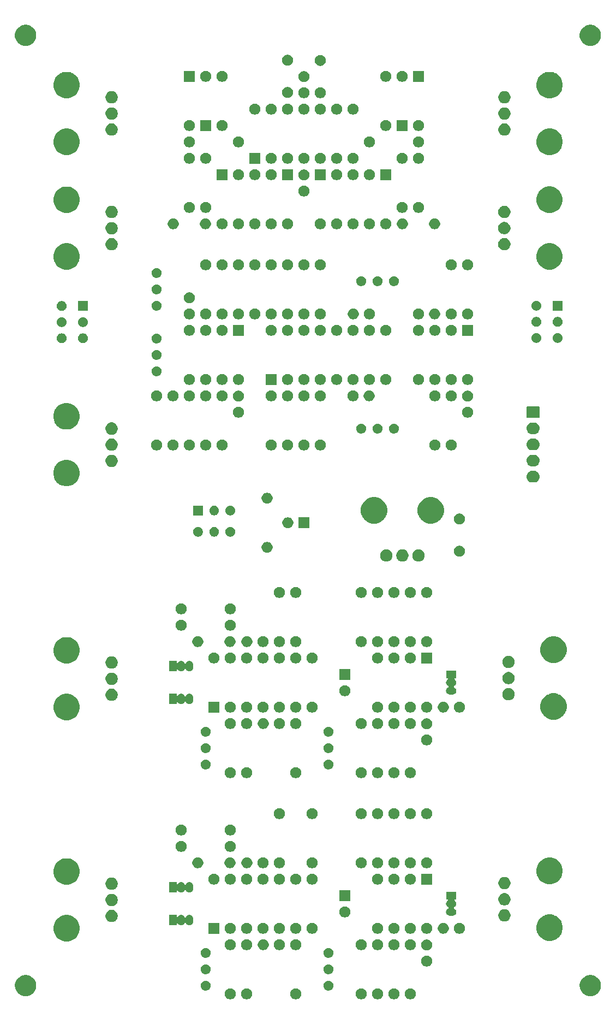
<source format=gbr>
G04 #@! TF.GenerationSoftware,KiCad,Pcbnew,(5.1.5)-3*
G04 #@! TF.CreationDate,2021-04-21T14:12:13+02:00*
G04 #@! TF.ProjectId,AnalogDrum_AM,416e616c-6f67-4447-9275-6d5f414d2e6b,rev?*
G04 #@! TF.SameCoordinates,Original*
G04 #@! TF.FileFunction,Soldermask,Bot*
G04 #@! TF.FilePolarity,Negative*
%FSLAX46Y46*%
G04 Gerber Fmt 4.6, Leading zero omitted, Abs format (unit mm)*
G04 Created by KiCad (PCBNEW (5.1.5)-3) date 2021-04-21 14:12:13*
%MOMM*%
%LPD*%
G04 APERTURE LIST*
%ADD10C,0.100000*%
G04 APERTURE END LIST*
D10*
G36*
X134868228Y-171901703D02*
G01*
X135023100Y-171965853D01*
X135162481Y-172058985D01*
X135281015Y-172177519D01*
X135374147Y-172316900D01*
X135438297Y-172471772D01*
X135471000Y-172636184D01*
X135471000Y-172803816D01*
X135438297Y-172968228D01*
X135374147Y-173123100D01*
X135281015Y-173262481D01*
X135162481Y-173381015D01*
X135023100Y-173474147D01*
X134868228Y-173538297D01*
X134703816Y-173571000D01*
X134536184Y-173571000D01*
X134371772Y-173538297D01*
X134216900Y-173474147D01*
X134077519Y-173381015D01*
X133958985Y-173262481D01*
X133865853Y-173123100D01*
X133801703Y-172968228D01*
X133769000Y-172803816D01*
X133769000Y-172636184D01*
X133801703Y-172471772D01*
X133865853Y-172316900D01*
X133958985Y-172177519D01*
X134077519Y-172058985D01*
X134216900Y-171965853D01*
X134371772Y-171901703D01*
X134536184Y-171869000D01*
X134703816Y-171869000D01*
X134868228Y-171901703D01*
G37*
G36*
X132328228Y-171901703D02*
G01*
X132483100Y-171965853D01*
X132622481Y-172058985D01*
X132741015Y-172177519D01*
X132834147Y-172316900D01*
X132898297Y-172471772D01*
X132931000Y-172636184D01*
X132931000Y-172803816D01*
X132898297Y-172968228D01*
X132834147Y-173123100D01*
X132741015Y-173262481D01*
X132622481Y-173381015D01*
X132483100Y-173474147D01*
X132328228Y-173538297D01*
X132163816Y-173571000D01*
X131996184Y-173571000D01*
X131831772Y-173538297D01*
X131676900Y-173474147D01*
X131537519Y-173381015D01*
X131418985Y-173262481D01*
X131325853Y-173123100D01*
X131261703Y-172968228D01*
X131229000Y-172803816D01*
X131229000Y-172636184D01*
X131261703Y-172471772D01*
X131325853Y-172316900D01*
X131418985Y-172177519D01*
X131537519Y-172058985D01*
X131676900Y-171965853D01*
X131831772Y-171901703D01*
X131996184Y-171869000D01*
X132163816Y-171869000D01*
X132328228Y-171901703D01*
G37*
G36*
X129788228Y-171901703D02*
G01*
X129943100Y-171965853D01*
X130082481Y-172058985D01*
X130201015Y-172177519D01*
X130294147Y-172316900D01*
X130358297Y-172471772D01*
X130391000Y-172636184D01*
X130391000Y-172803816D01*
X130358297Y-172968228D01*
X130294147Y-173123100D01*
X130201015Y-173262481D01*
X130082481Y-173381015D01*
X129943100Y-173474147D01*
X129788228Y-173538297D01*
X129623816Y-173571000D01*
X129456184Y-173571000D01*
X129291772Y-173538297D01*
X129136900Y-173474147D01*
X128997519Y-173381015D01*
X128878985Y-173262481D01*
X128785853Y-173123100D01*
X128721703Y-172968228D01*
X128689000Y-172803816D01*
X128689000Y-172636184D01*
X128721703Y-172471772D01*
X128785853Y-172316900D01*
X128878985Y-172177519D01*
X128997519Y-172058985D01*
X129136900Y-171965853D01*
X129291772Y-171901703D01*
X129456184Y-171869000D01*
X129623816Y-171869000D01*
X129788228Y-171901703D01*
G37*
G36*
X127248228Y-171901703D02*
G01*
X127403100Y-171965853D01*
X127542481Y-172058985D01*
X127661015Y-172177519D01*
X127754147Y-172316900D01*
X127818297Y-172471772D01*
X127851000Y-172636184D01*
X127851000Y-172803816D01*
X127818297Y-172968228D01*
X127754147Y-173123100D01*
X127661015Y-173262481D01*
X127542481Y-173381015D01*
X127403100Y-173474147D01*
X127248228Y-173538297D01*
X127083816Y-173571000D01*
X126916184Y-173571000D01*
X126751772Y-173538297D01*
X126596900Y-173474147D01*
X126457519Y-173381015D01*
X126338985Y-173262481D01*
X126245853Y-173123100D01*
X126181703Y-172968228D01*
X126149000Y-172803816D01*
X126149000Y-172636184D01*
X126181703Y-172471772D01*
X126245853Y-172316900D01*
X126338985Y-172177519D01*
X126457519Y-172058985D01*
X126596900Y-171965853D01*
X126751772Y-171901703D01*
X126916184Y-171869000D01*
X127083816Y-171869000D01*
X127248228Y-171901703D01*
G37*
G36*
X117088228Y-171901703D02*
G01*
X117243100Y-171965853D01*
X117382481Y-172058985D01*
X117501015Y-172177519D01*
X117594147Y-172316900D01*
X117658297Y-172471772D01*
X117691000Y-172636184D01*
X117691000Y-172803816D01*
X117658297Y-172968228D01*
X117594147Y-173123100D01*
X117501015Y-173262481D01*
X117382481Y-173381015D01*
X117243100Y-173474147D01*
X117088228Y-173538297D01*
X116923816Y-173571000D01*
X116756184Y-173571000D01*
X116591772Y-173538297D01*
X116436900Y-173474147D01*
X116297519Y-173381015D01*
X116178985Y-173262481D01*
X116085853Y-173123100D01*
X116021703Y-172968228D01*
X115989000Y-172803816D01*
X115989000Y-172636184D01*
X116021703Y-172471772D01*
X116085853Y-172316900D01*
X116178985Y-172177519D01*
X116297519Y-172058985D01*
X116436900Y-171965853D01*
X116591772Y-171901703D01*
X116756184Y-171869000D01*
X116923816Y-171869000D01*
X117088228Y-171901703D01*
G37*
G36*
X109468228Y-171901703D02*
G01*
X109623100Y-171965853D01*
X109762481Y-172058985D01*
X109881015Y-172177519D01*
X109974147Y-172316900D01*
X110038297Y-172471772D01*
X110071000Y-172636184D01*
X110071000Y-172803816D01*
X110038297Y-172968228D01*
X109974147Y-173123100D01*
X109881015Y-173262481D01*
X109762481Y-173381015D01*
X109623100Y-173474147D01*
X109468228Y-173538297D01*
X109303816Y-173571000D01*
X109136184Y-173571000D01*
X108971772Y-173538297D01*
X108816900Y-173474147D01*
X108677519Y-173381015D01*
X108558985Y-173262481D01*
X108465853Y-173123100D01*
X108401703Y-172968228D01*
X108369000Y-172803816D01*
X108369000Y-172636184D01*
X108401703Y-172471772D01*
X108465853Y-172316900D01*
X108558985Y-172177519D01*
X108677519Y-172058985D01*
X108816900Y-171965853D01*
X108971772Y-171901703D01*
X109136184Y-171869000D01*
X109303816Y-171869000D01*
X109468228Y-171901703D01*
G37*
G36*
X106928228Y-171901703D02*
G01*
X107083100Y-171965853D01*
X107222481Y-172058985D01*
X107341015Y-172177519D01*
X107434147Y-172316900D01*
X107498297Y-172471772D01*
X107531000Y-172636184D01*
X107531000Y-172803816D01*
X107498297Y-172968228D01*
X107434147Y-173123100D01*
X107341015Y-173262481D01*
X107222481Y-173381015D01*
X107083100Y-173474147D01*
X106928228Y-173538297D01*
X106763816Y-173571000D01*
X106596184Y-173571000D01*
X106431772Y-173538297D01*
X106276900Y-173474147D01*
X106137519Y-173381015D01*
X106018985Y-173262481D01*
X105925853Y-173123100D01*
X105861703Y-172968228D01*
X105829000Y-172803816D01*
X105829000Y-172636184D01*
X105861703Y-172471772D01*
X105925853Y-172316900D01*
X106018985Y-172177519D01*
X106137519Y-172058985D01*
X106276900Y-171965853D01*
X106431772Y-171901703D01*
X106596184Y-171869000D01*
X106763816Y-171869000D01*
X106928228Y-171901703D01*
G37*
G36*
X162935256Y-169841298D02*
G01*
X163041579Y-169862447D01*
X163342042Y-169986903D01*
X163612451Y-170167585D01*
X163842415Y-170397549D01*
X164023097Y-170667958D01*
X164143451Y-170958517D01*
X164147553Y-170968422D01*
X164211000Y-171287389D01*
X164211000Y-171612611D01*
X164198611Y-171674893D01*
X164147553Y-171931579D01*
X164023097Y-172232042D01*
X163842415Y-172502451D01*
X163612451Y-172732415D01*
X163342042Y-172913097D01*
X163041579Y-173037553D01*
X162935256Y-173058702D01*
X162722611Y-173101000D01*
X162397389Y-173101000D01*
X162184744Y-173058702D01*
X162078421Y-173037553D01*
X161777958Y-172913097D01*
X161507549Y-172732415D01*
X161277585Y-172502451D01*
X161096903Y-172232042D01*
X160972447Y-171931579D01*
X160921389Y-171674893D01*
X160909000Y-171612611D01*
X160909000Y-171287389D01*
X160972447Y-170968422D01*
X160976550Y-170958517D01*
X161096903Y-170667958D01*
X161277585Y-170397549D01*
X161507549Y-170167585D01*
X161777958Y-169986903D01*
X162078421Y-169862447D01*
X162184744Y-169841298D01*
X162397389Y-169799000D01*
X162722611Y-169799000D01*
X162935256Y-169841298D01*
G37*
G36*
X75305256Y-169841298D02*
G01*
X75411579Y-169862447D01*
X75712042Y-169986903D01*
X75982451Y-170167585D01*
X76212415Y-170397549D01*
X76393097Y-170667958D01*
X76513451Y-170958517D01*
X76517553Y-170968422D01*
X76581000Y-171287389D01*
X76581000Y-171612611D01*
X76568611Y-171674893D01*
X76517553Y-171931579D01*
X76393097Y-172232042D01*
X76212415Y-172502451D01*
X75982451Y-172732415D01*
X75712042Y-172913097D01*
X75411579Y-173037553D01*
X75305256Y-173058702D01*
X75092611Y-173101000D01*
X74767389Y-173101000D01*
X74554744Y-173058702D01*
X74448421Y-173037553D01*
X74147958Y-172913097D01*
X73877549Y-172732415D01*
X73647585Y-172502451D01*
X73466903Y-172232042D01*
X73342447Y-171931579D01*
X73291389Y-171674893D01*
X73279000Y-171612611D01*
X73279000Y-171287389D01*
X73342447Y-170968422D01*
X73346550Y-170958517D01*
X73466903Y-170667958D01*
X73647585Y-170397549D01*
X73877549Y-170167585D01*
X74147958Y-169986903D01*
X74448421Y-169862447D01*
X74554744Y-169841298D01*
X74767389Y-169799000D01*
X75092611Y-169799000D01*
X75305256Y-169841298D01*
G37*
G36*
X102995589Y-170688876D02*
G01*
X103094893Y-170708629D01*
X103235206Y-170766748D01*
X103361484Y-170851125D01*
X103468875Y-170958516D01*
X103553252Y-171084794D01*
X103611371Y-171225107D01*
X103641000Y-171374063D01*
X103641000Y-171525937D01*
X103611371Y-171674893D01*
X103553252Y-171815206D01*
X103468875Y-171941484D01*
X103361484Y-172048875D01*
X103235206Y-172133252D01*
X103094893Y-172191371D01*
X102995589Y-172211124D01*
X102945938Y-172221000D01*
X102794062Y-172221000D01*
X102744411Y-172211124D01*
X102645107Y-172191371D01*
X102504794Y-172133252D01*
X102378516Y-172048875D01*
X102271125Y-171941484D01*
X102186748Y-171815206D01*
X102128629Y-171674893D01*
X102099000Y-171525937D01*
X102099000Y-171374063D01*
X102128629Y-171225107D01*
X102186748Y-171084794D01*
X102271125Y-170958516D01*
X102378516Y-170851125D01*
X102504794Y-170766748D01*
X102645107Y-170708629D01*
X102744411Y-170688876D01*
X102794062Y-170679000D01*
X102945938Y-170679000D01*
X102995589Y-170688876D01*
G37*
G36*
X122045589Y-170688876D02*
G01*
X122144893Y-170708629D01*
X122285206Y-170766748D01*
X122411484Y-170851125D01*
X122518875Y-170958516D01*
X122603252Y-171084794D01*
X122661371Y-171225107D01*
X122691000Y-171374063D01*
X122691000Y-171525937D01*
X122661371Y-171674893D01*
X122603252Y-171815206D01*
X122518875Y-171941484D01*
X122411484Y-172048875D01*
X122285206Y-172133252D01*
X122144893Y-172191371D01*
X122045589Y-172211124D01*
X121995938Y-172221000D01*
X121844062Y-172221000D01*
X121794411Y-172211124D01*
X121695107Y-172191371D01*
X121554794Y-172133252D01*
X121428516Y-172048875D01*
X121321125Y-171941484D01*
X121236748Y-171815206D01*
X121178629Y-171674893D01*
X121149000Y-171525937D01*
X121149000Y-171374063D01*
X121178629Y-171225107D01*
X121236748Y-171084794D01*
X121321125Y-170958516D01*
X121428516Y-170851125D01*
X121554794Y-170766748D01*
X121695107Y-170708629D01*
X121794411Y-170688876D01*
X121844062Y-170679000D01*
X121995938Y-170679000D01*
X122045589Y-170688876D01*
G37*
G36*
X102995589Y-168148876D02*
G01*
X103094893Y-168168629D01*
X103235206Y-168226748D01*
X103361484Y-168311125D01*
X103468875Y-168418516D01*
X103553252Y-168544794D01*
X103611371Y-168685107D01*
X103641000Y-168834063D01*
X103641000Y-168985937D01*
X103611371Y-169134893D01*
X103553252Y-169275206D01*
X103468875Y-169401484D01*
X103361484Y-169508875D01*
X103235206Y-169593252D01*
X103094893Y-169651371D01*
X102995589Y-169671124D01*
X102945938Y-169681000D01*
X102794062Y-169681000D01*
X102744411Y-169671124D01*
X102645107Y-169651371D01*
X102504794Y-169593252D01*
X102378516Y-169508875D01*
X102271125Y-169401484D01*
X102186748Y-169275206D01*
X102128629Y-169134893D01*
X102099000Y-168985937D01*
X102099000Y-168834063D01*
X102128629Y-168685107D01*
X102186748Y-168544794D01*
X102271125Y-168418516D01*
X102378516Y-168311125D01*
X102504794Y-168226748D01*
X102645107Y-168168629D01*
X102744411Y-168148876D01*
X102794062Y-168139000D01*
X102945938Y-168139000D01*
X102995589Y-168148876D01*
G37*
G36*
X122045589Y-168148876D02*
G01*
X122144893Y-168168629D01*
X122285206Y-168226748D01*
X122411484Y-168311125D01*
X122518875Y-168418516D01*
X122603252Y-168544794D01*
X122661371Y-168685107D01*
X122691000Y-168834063D01*
X122691000Y-168985937D01*
X122661371Y-169134893D01*
X122603252Y-169275206D01*
X122518875Y-169401484D01*
X122411484Y-169508875D01*
X122285206Y-169593252D01*
X122144893Y-169651371D01*
X122045589Y-169671124D01*
X121995938Y-169681000D01*
X121844062Y-169681000D01*
X121794411Y-169671124D01*
X121695107Y-169651371D01*
X121554794Y-169593252D01*
X121428516Y-169508875D01*
X121321125Y-169401484D01*
X121236748Y-169275206D01*
X121178629Y-169134893D01*
X121149000Y-168985937D01*
X121149000Y-168834063D01*
X121178629Y-168685107D01*
X121236748Y-168544794D01*
X121321125Y-168418516D01*
X121428516Y-168311125D01*
X121554794Y-168226748D01*
X121695107Y-168168629D01*
X121794411Y-168148876D01*
X121844062Y-168139000D01*
X121995938Y-168139000D01*
X122045589Y-168148876D01*
G37*
G36*
X137408228Y-166821703D02*
G01*
X137563100Y-166885853D01*
X137702481Y-166978985D01*
X137821015Y-167097519D01*
X137914147Y-167236900D01*
X137978297Y-167391772D01*
X138011000Y-167556184D01*
X138011000Y-167723816D01*
X137978297Y-167888228D01*
X137914147Y-168043100D01*
X137821015Y-168182481D01*
X137702481Y-168301015D01*
X137563100Y-168394147D01*
X137408228Y-168458297D01*
X137243816Y-168491000D01*
X137076184Y-168491000D01*
X136911772Y-168458297D01*
X136756900Y-168394147D01*
X136617519Y-168301015D01*
X136498985Y-168182481D01*
X136405853Y-168043100D01*
X136341703Y-167888228D01*
X136309000Y-167723816D01*
X136309000Y-167556184D01*
X136341703Y-167391772D01*
X136405853Y-167236900D01*
X136498985Y-167097519D01*
X136617519Y-166978985D01*
X136756900Y-166885853D01*
X136911772Y-166821703D01*
X137076184Y-166789000D01*
X137243816Y-166789000D01*
X137408228Y-166821703D01*
G37*
G36*
X122045589Y-165608876D02*
G01*
X122144893Y-165628629D01*
X122285206Y-165686748D01*
X122411484Y-165771125D01*
X122518875Y-165878516D01*
X122603252Y-166004794D01*
X122661371Y-166145107D01*
X122691000Y-166294063D01*
X122691000Y-166445937D01*
X122661371Y-166594893D01*
X122603252Y-166735206D01*
X122518875Y-166861484D01*
X122411484Y-166968875D01*
X122285206Y-167053252D01*
X122144893Y-167111371D01*
X122045589Y-167131124D01*
X121995938Y-167141000D01*
X121844062Y-167141000D01*
X121794411Y-167131124D01*
X121695107Y-167111371D01*
X121554794Y-167053252D01*
X121428516Y-166968875D01*
X121321125Y-166861484D01*
X121236748Y-166735206D01*
X121178629Y-166594893D01*
X121149000Y-166445937D01*
X121149000Y-166294063D01*
X121178629Y-166145107D01*
X121236748Y-166004794D01*
X121321125Y-165878516D01*
X121428516Y-165771125D01*
X121554794Y-165686748D01*
X121695107Y-165628629D01*
X121794411Y-165608876D01*
X121844062Y-165599000D01*
X121995938Y-165599000D01*
X122045589Y-165608876D01*
G37*
G36*
X102995589Y-165608876D02*
G01*
X103094893Y-165628629D01*
X103235206Y-165686748D01*
X103361484Y-165771125D01*
X103468875Y-165878516D01*
X103553252Y-166004794D01*
X103611371Y-166145107D01*
X103641000Y-166294063D01*
X103641000Y-166445937D01*
X103611371Y-166594893D01*
X103553252Y-166735206D01*
X103468875Y-166861484D01*
X103361484Y-166968875D01*
X103235206Y-167053252D01*
X103094893Y-167111371D01*
X102995589Y-167131124D01*
X102945938Y-167141000D01*
X102794062Y-167141000D01*
X102744411Y-167131124D01*
X102645107Y-167111371D01*
X102504794Y-167053252D01*
X102378516Y-166968875D01*
X102271125Y-166861484D01*
X102186748Y-166735206D01*
X102128629Y-166594893D01*
X102099000Y-166445937D01*
X102099000Y-166294063D01*
X102128629Y-166145107D01*
X102186748Y-166004794D01*
X102271125Y-165878516D01*
X102378516Y-165771125D01*
X102504794Y-165686748D01*
X102645107Y-165628629D01*
X102744411Y-165608876D01*
X102794062Y-165599000D01*
X102945938Y-165599000D01*
X102995589Y-165608876D01*
G37*
G36*
X137408228Y-164321703D02*
G01*
X137563100Y-164385853D01*
X137702481Y-164478985D01*
X137821015Y-164597519D01*
X137914147Y-164736900D01*
X137978297Y-164891772D01*
X138011000Y-165056184D01*
X138011000Y-165223816D01*
X137978297Y-165388228D01*
X137914147Y-165543100D01*
X137821015Y-165682481D01*
X137702481Y-165801015D01*
X137563100Y-165894147D01*
X137408228Y-165958297D01*
X137243816Y-165991000D01*
X137076184Y-165991000D01*
X136911772Y-165958297D01*
X136756900Y-165894147D01*
X136617519Y-165801015D01*
X136498985Y-165682481D01*
X136405853Y-165543100D01*
X136341703Y-165388228D01*
X136309000Y-165223816D01*
X136309000Y-165056184D01*
X136341703Y-164891772D01*
X136405853Y-164736900D01*
X136498985Y-164597519D01*
X136617519Y-164478985D01*
X136756900Y-164385853D01*
X136911772Y-164321703D01*
X137076184Y-164289000D01*
X137243816Y-164289000D01*
X137408228Y-164321703D01*
G37*
G36*
X132328228Y-164281703D02*
G01*
X132483100Y-164345853D01*
X132622481Y-164438985D01*
X132741015Y-164557519D01*
X132834147Y-164696900D01*
X132898297Y-164851772D01*
X132931000Y-165016184D01*
X132931000Y-165183816D01*
X132898297Y-165348228D01*
X132834147Y-165503100D01*
X132741015Y-165642481D01*
X132622481Y-165761015D01*
X132483100Y-165854147D01*
X132328228Y-165918297D01*
X132163816Y-165951000D01*
X131996184Y-165951000D01*
X131831772Y-165918297D01*
X131676900Y-165854147D01*
X131537519Y-165761015D01*
X131418985Y-165642481D01*
X131325853Y-165503100D01*
X131261703Y-165348228D01*
X131229000Y-165183816D01*
X131229000Y-165016184D01*
X131261703Y-164851772D01*
X131325853Y-164696900D01*
X131418985Y-164557519D01*
X131537519Y-164438985D01*
X131676900Y-164345853D01*
X131831772Y-164281703D01*
X131996184Y-164249000D01*
X132163816Y-164249000D01*
X132328228Y-164281703D01*
G37*
G36*
X134868228Y-164281703D02*
G01*
X135023100Y-164345853D01*
X135162481Y-164438985D01*
X135281015Y-164557519D01*
X135374147Y-164696900D01*
X135438297Y-164851772D01*
X135471000Y-165016184D01*
X135471000Y-165183816D01*
X135438297Y-165348228D01*
X135374147Y-165503100D01*
X135281015Y-165642481D01*
X135162481Y-165761015D01*
X135023100Y-165854147D01*
X134868228Y-165918297D01*
X134703816Y-165951000D01*
X134536184Y-165951000D01*
X134371772Y-165918297D01*
X134216900Y-165854147D01*
X134077519Y-165761015D01*
X133958985Y-165642481D01*
X133865853Y-165503100D01*
X133801703Y-165348228D01*
X133769000Y-165183816D01*
X133769000Y-165016184D01*
X133801703Y-164851772D01*
X133865853Y-164696900D01*
X133958985Y-164557519D01*
X134077519Y-164438985D01*
X134216900Y-164345853D01*
X134371772Y-164281703D01*
X134536184Y-164249000D01*
X134703816Y-164249000D01*
X134868228Y-164281703D01*
G37*
G36*
X129788228Y-164281703D02*
G01*
X129943100Y-164345853D01*
X130082481Y-164438985D01*
X130201015Y-164557519D01*
X130294147Y-164696900D01*
X130358297Y-164851772D01*
X130391000Y-165016184D01*
X130391000Y-165183816D01*
X130358297Y-165348228D01*
X130294147Y-165503100D01*
X130201015Y-165642481D01*
X130082481Y-165761015D01*
X129943100Y-165854147D01*
X129788228Y-165918297D01*
X129623816Y-165951000D01*
X129456184Y-165951000D01*
X129291772Y-165918297D01*
X129136900Y-165854147D01*
X128997519Y-165761015D01*
X128878985Y-165642481D01*
X128785853Y-165503100D01*
X128721703Y-165348228D01*
X128689000Y-165183816D01*
X128689000Y-165016184D01*
X128721703Y-164851772D01*
X128785853Y-164696900D01*
X128878985Y-164557519D01*
X128997519Y-164438985D01*
X129136900Y-164345853D01*
X129291772Y-164281703D01*
X129456184Y-164249000D01*
X129623816Y-164249000D01*
X129788228Y-164281703D01*
G37*
G36*
X127248228Y-164281703D02*
G01*
X127403100Y-164345853D01*
X127542481Y-164438985D01*
X127661015Y-164557519D01*
X127754147Y-164696900D01*
X127818297Y-164851772D01*
X127851000Y-165016184D01*
X127851000Y-165183816D01*
X127818297Y-165348228D01*
X127754147Y-165503100D01*
X127661015Y-165642481D01*
X127542481Y-165761015D01*
X127403100Y-165854147D01*
X127248228Y-165918297D01*
X127083816Y-165951000D01*
X126916184Y-165951000D01*
X126751772Y-165918297D01*
X126596900Y-165854147D01*
X126457519Y-165761015D01*
X126338985Y-165642481D01*
X126245853Y-165503100D01*
X126181703Y-165348228D01*
X126149000Y-165183816D01*
X126149000Y-165016184D01*
X126181703Y-164851772D01*
X126245853Y-164696900D01*
X126338985Y-164557519D01*
X126457519Y-164438985D01*
X126596900Y-164345853D01*
X126751772Y-164281703D01*
X126916184Y-164249000D01*
X127083816Y-164249000D01*
X127248228Y-164281703D01*
G37*
G36*
X109468228Y-164281703D02*
G01*
X109623100Y-164345853D01*
X109762481Y-164438985D01*
X109881015Y-164557519D01*
X109974147Y-164696900D01*
X110038297Y-164851772D01*
X110071000Y-165016184D01*
X110071000Y-165183816D01*
X110038297Y-165348228D01*
X109974147Y-165503100D01*
X109881015Y-165642481D01*
X109762481Y-165761015D01*
X109623100Y-165854147D01*
X109468228Y-165918297D01*
X109303816Y-165951000D01*
X109136184Y-165951000D01*
X108971772Y-165918297D01*
X108816900Y-165854147D01*
X108677519Y-165761015D01*
X108558985Y-165642481D01*
X108465853Y-165503100D01*
X108401703Y-165348228D01*
X108369000Y-165183816D01*
X108369000Y-165016184D01*
X108401703Y-164851772D01*
X108465853Y-164696900D01*
X108558985Y-164557519D01*
X108677519Y-164438985D01*
X108816900Y-164345853D01*
X108971772Y-164281703D01*
X109136184Y-164249000D01*
X109303816Y-164249000D01*
X109468228Y-164281703D01*
G37*
G36*
X112048228Y-164281703D02*
G01*
X112203100Y-164345853D01*
X112342481Y-164438985D01*
X112461015Y-164557519D01*
X112554147Y-164696900D01*
X112618297Y-164851772D01*
X112651000Y-165016184D01*
X112651000Y-165183816D01*
X112618297Y-165348228D01*
X112554147Y-165503100D01*
X112461015Y-165642481D01*
X112342481Y-165761015D01*
X112203100Y-165854147D01*
X112048228Y-165918297D01*
X111883816Y-165951000D01*
X111716184Y-165951000D01*
X111551772Y-165918297D01*
X111396900Y-165854147D01*
X111257519Y-165761015D01*
X111138985Y-165642481D01*
X111045853Y-165503100D01*
X110981703Y-165348228D01*
X110949000Y-165183816D01*
X110949000Y-165016184D01*
X110981703Y-164851772D01*
X111045853Y-164696900D01*
X111138985Y-164557519D01*
X111257519Y-164438985D01*
X111396900Y-164345853D01*
X111551772Y-164281703D01*
X111716184Y-164249000D01*
X111883816Y-164249000D01*
X112048228Y-164281703D01*
G37*
G36*
X114548228Y-164281703D02*
G01*
X114703100Y-164345853D01*
X114842481Y-164438985D01*
X114961015Y-164557519D01*
X115054147Y-164696900D01*
X115118297Y-164851772D01*
X115151000Y-165016184D01*
X115151000Y-165183816D01*
X115118297Y-165348228D01*
X115054147Y-165503100D01*
X114961015Y-165642481D01*
X114842481Y-165761015D01*
X114703100Y-165854147D01*
X114548228Y-165918297D01*
X114383816Y-165951000D01*
X114216184Y-165951000D01*
X114051772Y-165918297D01*
X113896900Y-165854147D01*
X113757519Y-165761015D01*
X113638985Y-165642481D01*
X113545853Y-165503100D01*
X113481703Y-165348228D01*
X113449000Y-165183816D01*
X113449000Y-165016184D01*
X113481703Y-164851772D01*
X113545853Y-164696900D01*
X113638985Y-164557519D01*
X113757519Y-164438985D01*
X113896900Y-164345853D01*
X114051772Y-164281703D01*
X114216184Y-164249000D01*
X114383816Y-164249000D01*
X114548228Y-164281703D01*
G37*
G36*
X117088228Y-164281703D02*
G01*
X117243100Y-164345853D01*
X117382481Y-164438985D01*
X117501015Y-164557519D01*
X117594147Y-164696900D01*
X117658297Y-164851772D01*
X117691000Y-165016184D01*
X117691000Y-165183816D01*
X117658297Y-165348228D01*
X117594147Y-165503100D01*
X117501015Y-165642481D01*
X117382481Y-165761015D01*
X117243100Y-165854147D01*
X117088228Y-165918297D01*
X116923816Y-165951000D01*
X116756184Y-165951000D01*
X116591772Y-165918297D01*
X116436900Y-165854147D01*
X116297519Y-165761015D01*
X116178985Y-165642481D01*
X116085853Y-165503100D01*
X116021703Y-165348228D01*
X115989000Y-165183816D01*
X115989000Y-165016184D01*
X116021703Y-164851772D01*
X116085853Y-164696900D01*
X116178985Y-164557519D01*
X116297519Y-164438985D01*
X116436900Y-164345853D01*
X116591772Y-164281703D01*
X116756184Y-164249000D01*
X116923816Y-164249000D01*
X117088228Y-164281703D01*
G37*
G36*
X106928228Y-164281703D02*
G01*
X107083100Y-164345853D01*
X107222481Y-164438985D01*
X107341015Y-164557519D01*
X107434147Y-164696900D01*
X107498297Y-164851772D01*
X107531000Y-165016184D01*
X107531000Y-165183816D01*
X107498297Y-165348228D01*
X107434147Y-165503100D01*
X107341015Y-165642481D01*
X107222481Y-165761015D01*
X107083100Y-165854147D01*
X106928228Y-165918297D01*
X106763816Y-165951000D01*
X106596184Y-165951000D01*
X106431772Y-165918297D01*
X106276900Y-165854147D01*
X106137519Y-165761015D01*
X106018985Y-165642481D01*
X105925853Y-165503100D01*
X105861703Y-165348228D01*
X105829000Y-165183816D01*
X105829000Y-165016184D01*
X105861703Y-164851772D01*
X105925853Y-164696900D01*
X106018985Y-164557519D01*
X106137519Y-164438985D01*
X106276900Y-164345853D01*
X106431772Y-164281703D01*
X106596184Y-164249000D01*
X106763816Y-164249000D01*
X106928228Y-164281703D01*
G37*
G36*
X81878254Y-160587818D02*
G01*
X82204098Y-160722787D01*
X82251513Y-160742427D01*
X82587436Y-160966884D01*
X82873116Y-161252564D01*
X83088196Y-161574453D01*
X83097574Y-161588489D01*
X83252182Y-161961746D01*
X83331000Y-162357993D01*
X83331000Y-162762007D01*
X83252182Y-163158254D01*
X83161038Y-163378295D01*
X83097573Y-163531513D01*
X82873116Y-163867436D01*
X82587436Y-164153116D01*
X82251513Y-164377573D01*
X82251512Y-164377574D01*
X82251511Y-164377574D01*
X81878254Y-164532182D01*
X81482007Y-164611000D01*
X81077993Y-164611000D01*
X80681746Y-164532182D01*
X80308489Y-164377574D01*
X80308488Y-164377574D01*
X80308487Y-164377573D01*
X79972564Y-164153116D01*
X79686884Y-163867436D01*
X79462427Y-163531513D01*
X79398962Y-163378295D01*
X79307818Y-163158254D01*
X79229000Y-162762007D01*
X79229000Y-162357993D01*
X79307818Y-161961746D01*
X79462426Y-161588489D01*
X79471805Y-161574453D01*
X79686884Y-161252564D01*
X79972564Y-160966884D01*
X80308487Y-160742427D01*
X80355902Y-160722787D01*
X80681746Y-160587818D01*
X81077993Y-160509000D01*
X81482007Y-160509000D01*
X81878254Y-160587818D01*
G37*
G36*
X156823254Y-160497818D02*
G01*
X157060286Y-160596000D01*
X157196513Y-160652427D01*
X157532436Y-160876884D01*
X157818116Y-161162564D01*
X158033196Y-161484453D01*
X158042574Y-161498489D01*
X158197182Y-161871746D01*
X158276000Y-162267993D01*
X158276000Y-162672007D01*
X158197182Y-163068254D01*
X158159902Y-163158255D01*
X158042573Y-163441513D01*
X157818116Y-163777436D01*
X157532436Y-164063116D01*
X157196513Y-164287573D01*
X157196512Y-164287574D01*
X157196511Y-164287574D01*
X156823254Y-164442182D01*
X156427007Y-164521000D01*
X156022993Y-164521000D01*
X155626746Y-164442182D01*
X155253489Y-164287574D01*
X155253488Y-164287574D01*
X155253487Y-164287573D01*
X154917564Y-164063116D01*
X154631884Y-163777436D01*
X154407427Y-163441513D01*
X154290098Y-163158255D01*
X154252818Y-163068254D01*
X154174000Y-162672007D01*
X154174000Y-162267993D01*
X154252818Y-161871746D01*
X154407426Y-161498489D01*
X154416805Y-161484453D01*
X154631884Y-161162564D01*
X154917564Y-160876884D01*
X155253487Y-160652427D01*
X155389714Y-160596000D01*
X155626746Y-160497818D01*
X156022993Y-160419000D01*
X156427007Y-160419000D01*
X156823254Y-160497818D01*
G37*
G36*
X137408228Y-161741703D02*
G01*
X137563100Y-161805853D01*
X137702481Y-161898985D01*
X137821015Y-162017519D01*
X137914147Y-162156900D01*
X137978297Y-162311772D01*
X138011000Y-162476184D01*
X138011000Y-162643816D01*
X137978297Y-162808228D01*
X137914147Y-162963100D01*
X137821015Y-163102481D01*
X137702481Y-163221015D01*
X137563100Y-163314147D01*
X137408228Y-163378297D01*
X137243816Y-163411000D01*
X137076184Y-163411000D01*
X136911772Y-163378297D01*
X136756900Y-163314147D01*
X136617519Y-163221015D01*
X136498985Y-163102481D01*
X136405853Y-162963100D01*
X136341703Y-162808228D01*
X136309000Y-162643816D01*
X136309000Y-162476184D01*
X136341703Y-162311772D01*
X136405853Y-162156900D01*
X136498985Y-162017519D01*
X136617519Y-161898985D01*
X136756900Y-161805853D01*
X136911772Y-161741703D01*
X137076184Y-161709000D01*
X137243816Y-161709000D01*
X137408228Y-161741703D01*
G37*
G36*
X104991000Y-163411000D02*
G01*
X103289000Y-163411000D01*
X103289000Y-161709000D01*
X104991000Y-161709000D01*
X104991000Y-163411000D01*
G37*
G36*
X109468228Y-161741703D02*
G01*
X109623100Y-161805853D01*
X109762481Y-161898985D01*
X109881015Y-162017519D01*
X109974147Y-162156900D01*
X110038297Y-162311772D01*
X110071000Y-162476184D01*
X110071000Y-162643816D01*
X110038297Y-162808228D01*
X109974147Y-162963100D01*
X109881015Y-163102481D01*
X109762481Y-163221015D01*
X109623100Y-163314147D01*
X109468228Y-163378297D01*
X109303816Y-163411000D01*
X109136184Y-163411000D01*
X108971772Y-163378297D01*
X108816900Y-163314147D01*
X108677519Y-163221015D01*
X108558985Y-163102481D01*
X108465853Y-162963100D01*
X108401703Y-162808228D01*
X108369000Y-162643816D01*
X108369000Y-162476184D01*
X108401703Y-162311772D01*
X108465853Y-162156900D01*
X108558985Y-162017519D01*
X108677519Y-161898985D01*
X108816900Y-161805853D01*
X108971772Y-161741703D01*
X109136184Y-161709000D01*
X109303816Y-161709000D01*
X109468228Y-161741703D01*
G37*
G36*
X106928228Y-161741703D02*
G01*
X107083100Y-161805853D01*
X107222481Y-161898985D01*
X107341015Y-162017519D01*
X107434147Y-162156900D01*
X107498297Y-162311772D01*
X107531000Y-162476184D01*
X107531000Y-162643816D01*
X107498297Y-162808228D01*
X107434147Y-162963100D01*
X107341015Y-163102481D01*
X107222481Y-163221015D01*
X107083100Y-163314147D01*
X106928228Y-163378297D01*
X106763816Y-163411000D01*
X106596184Y-163411000D01*
X106431772Y-163378297D01*
X106276900Y-163314147D01*
X106137519Y-163221015D01*
X106018985Y-163102481D01*
X105925853Y-162963100D01*
X105861703Y-162808228D01*
X105829000Y-162643816D01*
X105829000Y-162476184D01*
X105861703Y-162311772D01*
X105925853Y-162156900D01*
X106018985Y-162017519D01*
X106137519Y-161898985D01*
X106276900Y-161805853D01*
X106431772Y-161741703D01*
X106596184Y-161709000D01*
X106763816Y-161709000D01*
X106928228Y-161741703D01*
G37*
G36*
X112008228Y-161741703D02*
G01*
X112163100Y-161805853D01*
X112302481Y-161898985D01*
X112421015Y-162017519D01*
X112514147Y-162156900D01*
X112578297Y-162311772D01*
X112611000Y-162476184D01*
X112611000Y-162643816D01*
X112578297Y-162808228D01*
X112514147Y-162963100D01*
X112421015Y-163102481D01*
X112302481Y-163221015D01*
X112163100Y-163314147D01*
X112008228Y-163378297D01*
X111843816Y-163411000D01*
X111676184Y-163411000D01*
X111511772Y-163378297D01*
X111356900Y-163314147D01*
X111217519Y-163221015D01*
X111098985Y-163102481D01*
X111005853Y-162963100D01*
X110941703Y-162808228D01*
X110909000Y-162643816D01*
X110909000Y-162476184D01*
X110941703Y-162311772D01*
X111005853Y-162156900D01*
X111098985Y-162017519D01*
X111217519Y-161898985D01*
X111356900Y-161805853D01*
X111511772Y-161741703D01*
X111676184Y-161709000D01*
X111843816Y-161709000D01*
X112008228Y-161741703D01*
G37*
G36*
X114548228Y-161741703D02*
G01*
X114703100Y-161805853D01*
X114842481Y-161898985D01*
X114961015Y-162017519D01*
X115054147Y-162156900D01*
X115118297Y-162311772D01*
X115151000Y-162476184D01*
X115151000Y-162643816D01*
X115118297Y-162808228D01*
X115054147Y-162963100D01*
X114961015Y-163102481D01*
X114842481Y-163221015D01*
X114703100Y-163314147D01*
X114548228Y-163378297D01*
X114383816Y-163411000D01*
X114216184Y-163411000D01*
X114051772Y-163378297D01*
X113896900Y-163314147D01*
X113757519Y-163221015D01*
X113638985Y-163102481D01*
X113545853Y-162963100D01*
X113481703Y-162808228D01*
X113449000Y-162643816D01*
X113449000Y-162476184D01*
X113481703Y-162311772D01*
X113545853Y-162156900D01*
X113638985Y-162017519D01*
X113757519Y-161898985D01*
X113896900Y-161805853D01*
X114051772Y-161741703D01*
X114216184Y-161709000D01*
X114383816Y-161709000D01*
X114548228Y-161741703D01*
G37*
G36*
X117088228Y-161741703D02*
G01*
X117243100Y-161805853D01*
X117382481Y-161898985D01*
X117501015Y-162017519D01*
X117594147Y-162156900D01*
X117658297Y-162311772D01*
X117691000Y-162476184D01*
X117691000Y-162643816D01*
X117658297Y-162808228D01*
X117594147Y-162963100D01*
X117501015Y-163102481D01*
X117382481Y-163221015D01*
X117243100Y-163314147D01*
X117088228Y-163378297D01*
X116923816Y-163411000D01*
X116756184Y-163411000D01*
X116591772Y-163378297D01*
X116436900Y-163314147D01*
X116297519Y-163221015D01*
X116178985Y-163102481D01*
X116085853Y-162963100D01*
X116021703Y-162808228D01*
X115989000Y-162643816D01*
X115989000Y-162476184D01*
X116021703Y-162311772D01*
X116085853Y-162156900D01*
X116178985Y-162017519D01*
X116297519Y-161898985D01*
X116436900Y-161805853D01*
X116591772Y-161741703D01*
X116756184Y-161709000D01*
X116923816Y-161709000D01*
X117088228Y-161741703D01*
G37*
G36*
X129788228Y-161741703D02*
G01*
X129943100Y-161805853D01*
X130082481Y-161898985D01*
X130201015Y-162017519D01*
X130294147Y-162156900D01*
X130358297Y-162311772D01*
X130391000Y-162476184D01*
X130391000Y-162643816D01*
X130358297Y-162808228D01*
X130294147Y-162963100D01*
X130201015Y-163102481D01*
X130082481Y-163221015D01*
X129943100Y-163314147D01*
X129788228Y-163378297D01*
X129623816Y-163411000D01*
X129456184Y-163411000D01*
X129291772Y-163378297D01*
X129136900Y-163314147D01*
X128997519Y-163221015D01*
X128878985Y-163102481D01*
X128785853Y-162963100D01*
X128721703Y-162808228D01*
X128689000Y-162643816D01*
X128689000Y-162476184D01*
X128721703Y-162311772D01*
X128785853Y-162156900D01*
X128878985Y-162017519D01*
X128997519Y-161898985D01*
X129136900Y-161805853D01*
X129291772Y-161741703D01*
X129456184Y-161709000D01*
X129623816Y-161709000D01*
X129788228Y-161741703D01*
G37*
G36*
X132328228Y-161741703D02*
G01*
X132483100Y-161805853D01*
X132622481Y-161898985D01*
X132741015Y-162017519D01*
X132834147Y-162156900D01*
X132898297Y-162311772D01*
X132931000Y-162476184D01*
X132931000Y-162643816D01*
X132898297Y-162808228D01*
X132834147Y-162963100D01*
X132741015Y-163102481D01*
X132622481Y-163221015D01*
X132483100Y-163314147D01*
X132328228Y-163378297D01*
X132163816Y-163411000D01*
X131996184Y-163411000D01*
X131831772Y-163378297D01*
X131676900Y-163314147D01*
X131537519Y-163221015D01*
X131418985Y-163102481D01*
X131325853Y-162963100D01*
X131261703Y-162808228D01*
X131229000Y-162643816D01*
X131229000Y-162476184D01*
X131261703Y-162311772D01*
X131325853Y-162156900D01*
X131418985Y-162017519D01*
X131537519Y-161898985D01*
X131676900Y-161805853D01*
X131831772Y-161741703D01*
X131996184Y-161709000D01*
X132163816Y-161709000D01*
X132328228Y-161741703D01*
G37*
G36*
X134868228Y-161741703D02*
G01*
X135023100Y-161805853D01*
X135162481Y-161898985D01*
X135281015Y-162017519D01*
X135374147Y-162156900D01*
X135438297Y-162311772D01*
X135471000Y-162476184D01*
X135471000Y-162643816D01*
X135438297Y-162808228D01*
X135374147Y-162963100D01*
X135281015Y-163102481D01*
X135162481Y-163221015D01*
X135023100Y-163314147D01*
X134868228Y-163378297D01*
X134703816Y-163411000D01*
X134536184Y-163411000D01*
X134371772Y-163378297D01*
X134216900Y-163314147D01*
X134077519Y-163221015D01*
X133958985Y-163102481D01*
X133865853Y-162963100D01*
X133801703Y-162808228D01*
X133769000Y-162643816D01*
X133769000Y-162476184D01*
X133801703Y-162311772D01*
X133865853Y-162156900D01*
X133958985Y-162017519D01*
X134077519Y-161898985D01*
X134216900Y-161805853D01*
X134371772Y-161741703D01*
X134536184Y-161709000D01*
X134703816Y-161709000D01*
X134868228Y-161741703D01*
G37*
G36*
X142488228Y-161741703D02*
G01*
X142643100Y-161805853D01*
X142782481Y-161898985D01*
X142901015Y-162017519D01*
X142994147Y-162156900D01*
X143058297Y-162311772D01*
X143091000Y-162476184D01*
X143091000Y-162643816D01*
X143058297Y-162808228D01*
X142994147Y-162963100D01*
X142901015Y-163102481D01*
X142782481Y-163221015D01*
X142643100Y-163314147D01*
X142488228Y-163378297D01*
X142323816Y-163411000D01*
X142156184Y-163411000D01*
X141991772Y-163378297D01*
X141836900Y-163314147D01*
X141697519Y-163221015D01*
X141578985Y-163102481D01*
X141485853Y-162963100D01*
X141421703Y-162808228D01*
X141389000Y-162643816D01*
X141389000Y-162476184D01*
X141421703Y-162311772D01*
X141485853Y-162156900D01*
X141578985Y-162017519D01*
X141697519Y-161898985D01*
X141836900Y-161805853D01*
X141991772Y-161741703D01*
X142156184Y-161709000D01*
X142323816Y-161709000D01*
X142488228Y-161741703D01*
G37*
G36*
X139988228Y-161741703D02*
G01*
X140143100Y-161805853D01*
X140282481Y-161898985D01*
X140401015Y-162017519D01*
X140494147Y-162156900D01*
X140558297Y-162311772D01*
X140591000Y-162476184D01*
X140591000Y-162643816D01*
X140558297Y-162808228D01*
X140494147Y-162963100D01*
X140401015Y-163102481D01*
X140282481Y-163221015D01*
X140143100Y-163314147D01*
X139988228Y-163378297D01*
X139823816Y-163411000D01*
X139656184Y-163411000D01*
X139491772Y-163378297D01*
X139336900Y-163314147D01*
X139197519Y-163221015D01*
X139078985Y-163102481D01*
X138985853Y-162963100D01*
X138921703Y-162808228D01*
X138889000Y-162643816D01*
X138889000Y-162476184D01*
X138921703Y-162311772D01*
X138985853Y-162156900D01*
X139078985Y-162017519D01*
X139197519Y-161898985D01*
X139336900Y-161805853D01*
X139491772Y-161741703D01*
X139656184Y-161709000D01*
X139823816Y-161709000D01*
X139988228Y-161741703D01*
G37*
G36*
X119628228Y-161741703D02*
G01*
X119783100Y-161805853D01*
X119922481Y-161898985D01*
X120041015Y-162017519D01*
X120134147Y-162156900D01*
X120198297Y-162311772D01*
X120231000Y-162476184D01*
X120231000Y-162643816D01*
X120198297Y-162808228D01*
X120134147Y-162963100D01*
X120041015Y-163102481D01*
X119922481Y-163221015D01*
X119783100Y-163314147D01*
X119628228Y-163378297D01*
X119463816Y-163411000D01*
X119296184Y-163411000D01*
X119131772Y-163378297D01*
X118976900Y-163314147D01*
X118837519Y-163221015D01*
X118718985Y-163102481D01*
X118625853Y-162963100D01*
X118561703Y-162808228D01*
X118529000Y-162643816D01*
X118529000Y-162476184D01*
X118561703Y-162311772D01*
X118625853Y-162156900D01*
X118718985Y-162017519D01*
X118837519Y-161898985D01*
X118976900Y-161805853D01*
X119131772Y-161741703D01*
X119296184Y-161709000D01*
X119463816Y-161709000D01*
X119628228Y-161741703D01*
G37*
G36*
X100442915Y-160497334D02*
G01*
X100551491Y-160530271D01*
X100551494Y-160530272D01*
X100587600Y-160549571D01*
X100651556Y-160583756D01*
X100739264Y-160655736D01*
X100811244Y-160743443D01*
X100845429Y-160807399D01*
X100864728Y-160843505D01*
X100864729Y-160843508D01*
X100897666Y-160952084D01*
X100906000Y-161036702D01*
X100906000Y-161543297D01*
X100897666Y-161627916D01*
X100865252Y-161734767D01*
X100864728Y-161736495D01*
X100861944Y-161741703D01*
X100811244Y-161836557D01*
X100739264Y-161924264D01*
X100651557Y-161996244D01*
X100587601Y-162030429D01*
X100551495Y-162049728D01*
X100551492Y-162049729D01*
X100442916Y-162082666D01*
X100330000Y-162093787D01*
X100217085Y-162082666D01*
X100108509Y-162049729D01*
X100108506Y-162049728D01*
X100072400Y-162030429D01*
X100008444Y-161996244D01*
X99920737Y-161924264D01*
X99848757Y-161836557D01*
X99805239Y-161755141D01*
X99791625Y-161734766D01*
X99774298Y-161717439D01*
X99753924Y-161703826D01*
X99731285Y-161694448D01*
X99707252Y-161689668D01*
X99682748Y-161689668D01*
X99658715Y-161694448D01*
X99636076Y-161703826D01*
X99615701Y-161717440D01*
X99598374Y-161734767D01*
X99584761Y-161755141D01*
X99541244Y-161836557D01*
X99469264Y-161924264D01*
X99381557Y-161996244D01*
X99317601Y-162030429D01*
X99281495Y-162049728D01*
X99281492Y-162049729D01*
X99172916Y-162082666D01*
X99060000Y-162093787D01*
X98947085Y-162082666D01*
X98838509Y-162049729D01*
X98838506Y-162049728D01*
X98802400Y-162030429D01*
X98738444Y-161996244D01*
X98650737Y-161924264D01*
X98587622Y-161847359D01*
X98570297Y-161830034D01*
X98549923Y-161816420D01*
X98527284Y-161807043D01*
X98503250Y-161802263D01*
X98478746Y-161802263D01*
X98454713Y-161807044D01*
X98432074Y-161816421D01*
X98411700Y-161830035D01*
X98394373Y-161847362D01*
X98380759Y-161867736D01*
X98371382Y-161890375D01*
X98366000Y-161926660D01*
X98366000Y-162091000D01*
X97214000Y-162091000D01*
X97214000Y-160489000D01*
X98366000Y-160489000D01*
X98366000Y-160653341D01*
X98368402Y-160677727D01*
X98375515Y-160701176D01*
X98387066Y-160722787D01*
X98402611Y-160741729D01*
X98421553Y-160757274D01*
X98443164Y-160768825D01*
X98466613Y-160775938D01*
X98490999Y-160778340D01*
X98515385Y-160775938D01*
X98538834Y-160768825D01*
X98560445Y-160757274D01*
X98579387Y-160741729D01*
X98587608Y-160732657D01*
X98650736Y-160655736D01*
X98738443Y-160583756D01*
X98802399Y-160549571D01*
X98838505Y-160530272D01*
X98838508Y-160530271D01*
X98947084Y-160497334D01*
X99060000Y-160486213D01*
X99172915Y-160497334D01*
X99281491Y-160530271D01*
X99281494Y-160530272D01*
X99317600Y-160549571D01*
X99381556Y-160583756D01*
X99469264Y-160655736D01*
X99541244Y-160743443D01*
X99584761Y-160824859D01*
X99598375Y-160845234D01*
X99615702Y-160862561D01*
X99636076Y-160876174D01*
X99658715Y-160885552D01*
X99682748Y-160890332D01*
X99707252Y-160890332D01*
X99731285Y-160885552D01*
X99753924Y-160876174D01*
X99774299Y-160862560D01*
X99791626Y-160845233D01*
X99805239Y-160824860D01*
X99848756Y-160743444D01*
X99920736Y-160655736D01*
X100008443Y-160583756D01*
X100072399Y-160549571D01*
X100108505Y-160530272D01*
X100108508Y-160530271D01*
X100217084Y-160497334D01*
X100330000Y-160486213D01*
X100442915Y-160497334D01*
G37*
G36*
X88557395Y-159745546D02*
G01*
X88730466Y-159817234D01*
X88751532Y-159831310D01*
X88886227Y-159921310D01*
X89018690Y-160053773D01*
X89062629Y-160119533D01*
X89122766Y-160209534D01*
X89194454Y-160382605D01*
X89231000Y-160566333D01*
X89231000Y-160753667D01*
X89194454Y-160937395D01*
X89122766Y-161110466D01*
X89122765Y-161110467D01*
X89018690Y-161266227D01*
X88886227Y-161398690D01*
X88807818Y-161451081D01*
X88730466Y-161502766D01*
X88557395Y-161574454D01*
X88373667Y-161611000D01*
X88186333Y-161611000D01*
X88002605Y-161574454D01*
X87829534Y-161502766D01*
X87752182Y-161451081D01*
X87673773Y-161398690D01*
X87541310Y-161266227D01*
X87437235Y-161110467D01*
X87437234Y-161110466D01*
X87365546Y-160937395D01*
X87329000Y-160753667D01*
X87329000Y-160566333D01*
X87365546Y-160382605D01*
X87437234Y-160209534D01*
X87497371Y-160119533D01*
X87541310Y-160053773D01*
X87673773Y-159921310D01*
X87808468Y-159831310D01*
X87829534Y-159817234D01*
X88002605Y-159745546D01*
X88186333Y-159709000D01*
X88373667Y-159709000D01*
X88557395Y-159745546D01*
G37*
G36*
X149502395Y-159655546D02*
G01*
X149675466Y-159727234D01*
X149702873Y-159745547D01*
X149831227Y-159831310D01*
X149963690Y-159963773D01*
X149963691Y-159963775D01*
X150067766Y-160119534D01*
X150139454Y-160292605D01*
X150176000Y-160476333D01*
X150176000Y-160663667D01*
X150139454Y-160847395D01*
X150067766Y-161020466D01*
X150067765Y-161020467D01*
X149963690Y-161176227D01*
X149831227Y-161308690D01*
X149752818Y-161361081D01*
X149675466Y-161412766D01*
X149502395Y-161484454D01*
X149318667Y-161521000D01*
X149131333Y-161521000D01*
X148947605Y-161484454D01*
X148774534Y-161412766D01*
X148697182Y-161361081D01*
X148618773Y-161308690D01*
X148486310Y-161176227D01*
X148382235Y-161020467D01*
X148382234Y-161020466D01*
X148310546Y-160847395D01*
X148274000Y-160663667D01*
X148274000Y-160476333D01*
X148310546Y-160292605D01*
X148382234Y-160119534D01*
X148486309Y-159963775D01*
X148486310Y-159963773D01*
X148618773Y-159831310D01*
X148747127Y-159745547D01*
X148774534Y-159727234D01*
X148947605Y-159655546D01*
X149131333Y-159619000D01*
X149318667Y-159619000D01*
X149502395Y-159655546D01*
G37*
G36*
X124708228Y-159201703D02*
G01*
X124863100Y-159265853D01*
X125002481Y-159358985D01*
X125121015Y-159477519D01*
X125214147Y-159616900D01*
X125278297Y-159771772D01*
X125311000Y-159936184D01*
X125311000Y-160103816D01*
X125278297Y-160268228D01*
X125214147Y-160423100D01*
X125121015Y-160562481D01*
X125002481Y-160681015D01*
X124863100Y-160774147D01*
X124708228Y-160838297D01*
X124543816Y-160871000D01*
X124376184Y-160871000D01*
X124211772Y-160838297D01*
X124056900Y-160774147D01*
X123917519Y-160681015D01*
X123798985Y-160562481D01*
X123705853Y-160423100D01*
X123641703Y-160268228D01*
X123609000Y-160103816D01*
X123609000Y-159936184D01*
X123641703Y-159771772D01*
X123705853Y-159616900D01*
X123798985Y-159477519D01*
X123917519Y-159358985D01*
X124056900Y-159265853D01*
X124211772Y-159201703D01*
X124376184Y-159169000D01*
X124543816Y-159169000D01*
X124708228Y-159201703D01*
G37*
G36*
X141771000Y-158056000D02*
G01*
X141606660Y-158056000D01*
X141582274Y-158058402D01*
X141558825Y-158065515D01*
X141537214Y-158077066D01*
X141518272Y-158092611D01*
X141502727Y-158111553D01*
X141491176Y-158133164D01*
X141484063Y-158156613D01*
X141481661Y-158180999D01*
X141484063Y-158205385D01*
X141491176Y-158228834D01*
X141502727Y-158250445D01*
X141518272Y-158269387D01*
X141527345Y-158277609D01*
X141604264Y-158340736D01*
X141676244Y-158428443D01*
X141710429Y-158492399D01*
X141729728Y-158528505D01*
X141729729Y-158528508D01*
X141762666Y-158637084D01*
X141773787Y-158750000D01*
X141762666Y-158862916D01*
X141729729Y-158971492D01*
X141729728Y-158971495D01*
X141722801Y-158984454D01*
X141676244Y-159071557D01*
X141604264Y-159159264D01*
X141516557Y-159231244D01*
X141451807Y-159265853D01*
X141435141Y-159274761D01*
X141414766Y-159288375D01*
X141397439Y-159305702D01*
X141383826Y-159326076D01*
X141374448Y-159348715D01*
X141369668Y-159372748D01*
X141369668Y-159397252D01*
X141374448Y-159421285D01*
X141383826Y-159443924D01*
X141397440Y-159464299D01*
X141414767Y-159481626D01*
X141435141Y-159495239D01*
X141516557Y-159538756D01*
X141604264Y-159610736D01*
X141676244Y-159698443D01*
X141701421Y-159745547D01*
X141729728Y-159798505D01*
X141729729Y-159798508D01*
X141762666Y-159907084D01*
X141773787Y-160020000D01*
X141762666Y-160132916D01*
X141729729Y-160241492D01*
X141729728Y-160241495D01*
X141715439Y-160268228D01*
X141676244Y-160341557D01*
X141604264Y-160429264D01*
X141516557Y-160501244D01*
X141452601Y-160535429D01*
X141416495Y-160554728D01*
X141416492Y-160554729D01*
X141307916Y-160587666D01*
X141223298Y-160596000D01*
X140716702Y-160596000D01*
X140632084Y-160587666D01*
X140523508Y-160554729D01*
X140523505Y-160554728D01*
X140487399Y-160535429D01*
X140423443Y-160501244D01*
X140335736Y-160429264D01*
X140263756Y-160341557D01*
X140224561Y-160268228D01*
X140210272Y-160241495D01*
X140210271Y-160241492D01*
X140177334Y-160132916D01*
X140166213Y-160020000D01*
X140177334Y-159907084D01*
X140210271Y-159798508D01*
X140210272Y-159798505D01*
X140238579Y-159745547D01*
X140263756Y-159698443D01*
X140335736Y-159610736D01*
X140423443Y-159538756D01*
X140504859Y-159495239D01*
X140525234Y-159481625D01*
X140542561Y-159464298D01*
X140556174Y-159443924D01*
X140565552Y-159421285D01*
X140570332Y-159397252D01*
X140570332Y-159372748D01*
X140565552Y-159348715D01*
X140556174Y-159326076D01*
X140542560Y-159305701D01*
X140525233Y-159288374D01*
X140504859Y-159274761D01*
X140488193Y-159265853D01*
X140423443Y-159231244D01*
X140335736Y-159159264D01*
X140263756Y-159071557D01*
X140217199Y-158984454D01*
X140210272Y-158971495D01*
X140210271Y-158971492D01*
X140177334Y-158862916D01*
X140166213Y-158750000D01*
X140177334Y-158637084D01*
X140210271Y-158528508D01*
X140210272Y-158528505D01*
X140229571Y-158492399D01*
X140263756Y-158428443D01*
X140335736Y-158340736D01*
X140412646Y-158277617D01*
X140429965Y-158260298D01*
X140443579Y-158239923D01*
X140452957Y-158217284D01*
X140457737Y-158193251D01*
X140457737Y-158168747D01*
X140452957Y-158144714D01*
X140443579Y-158122075D01*
X140429966Y-158101701D01*
X140412639Y-158084374D01*
X140392264Y-158070760D01*
X140369625Y-158061382D01*
X140345592Y-158056602D01*
X140333340Y-158056000D01*
X140169000Y-158056000D01*
X140169000Y-156904000D01*
X141771000Y-156904000D01*
X141771000Y-158056000D01*
G37*
G36*
X88557395Y-157245546D02*
G01*
X88730466Y-157317234D01*
X88751532Y-157331310D01*
X88886227Y-157421310D01*
X89018690Y-157553773D01*
X89018691Y-157553775D01*
X89122766Y-157709534D01*
X89194454Y-157882605D01*
X89231000Y-158066333D01*
X89231000Y-158253667D01*
X89194454Y-158437395D01*
X89122766Y-158610466D01*
X89122765Y-158610467D01*
X89018690Y-158766227D01*
X88886227Y-158898690D01*
X88807818Y-158951081D01*
X88730466Y-159002766D01*
X88557395Y-159074454D01*
X88373667Y-159111000D01*
X88186333Y-159111000D01*
X88002605Y-159074454D01*
X87829534Y-159002766D01*
X87752182Y-158951081D01*
X87673773Y-158898690D01*
X87541310Y-158766227D01*
X87437235Y-158610467D01*
X87437234Y-158610466D01*
X87365546Y-158437395D01*
X87329000Y-158253667D01*
X87329000Y-158066333D01*
X87365546Y-157882605D01*
X87437234Y-157709534D01*
X87541309Y-157553775D01*
X87541310Y-157553773D01*
X87673773Y-157421310D01*
X87808468Y-157331310D01*
X87829534Y-157317234D01*
X88002605Y-157245546D01*
X88186333Y-157209000D01*
X88373667Y-157209000D01*
X88557395Y-157245546D01*
G37*
G36*
X149502395Y-157155546D02*
G01*
X149675466Y-157227234D01*
X149702873Y-157245547D01*
X149831227Y-157331310D01*
X149963690Y-157463773D01*
X149963691Y-157463775D01*
X150067766Y-157619534D01*
X150139454Y-157792605D01*
X150176000Y-157976333D01*
X150176000Y-158163667D01*
X150139454Y-158347395D01*
X150067766Y-158520466D01*
X150062392Y-158528508D01*
X149963690Y-158676227D01*
X149831227Y-158808690D01*
X149752818Y-158861081D01*
X149675466Y-158912766D01*
X149502395Y-158984454D01*
X149318667Y-159021000D01*
X149131333Y-159021000D01*
X148947605Y-158984454D01*
X148774534Y-158912766D01*
X148697182Y-158861081D01*
X148618773Y-158808690D01*
X148486310Y-158676227D01*
X148387608Y-158528508D01*
X148382234Y-158520466D01*
X148310546Y-158347395D01*
X148274000Y-158163667D01*
X148274000Y-157976333D01*
X148310546Y-157792605D01*
X148382234Y-157619534D01*
X148486309Y-157463775D01*
X148486310Y-157463773D01*
X148618773Y-157331310D01*
X148747127Y-157245547D01*
X148774534Y-157227234D01*
X148947605Y-157155546D01*
X149131333Y-157119000D01*
X149318667Y-157119000D01*
X149502395Y-157155546D01*
G37*
G36*
X125311000Y-158371000D02*
G01*
X123609000Y-158371000D01*
X123609000Y-156669000D01*
X125311000Y-156669000D01*
X125311000Y-158371000D01*
G37*
G36*
X100442915Y-155417334D02*
G01*
X100551491Y-155450271D01*
X100551494Y-155450272D01*
X100587600Y-155469571D01*
X100651556Y-155503756D01*
X100739264Y-155575736D01*
X100811244Y-155663443D01*
X100842008Y-155721000D01*
X100864728Y-155763505D01*
X100864729Y-155763508D01*
X100897666Y-155872084D01*
X100906000Y-155956702D01*
X100906000Y-156463297D01*
X100897666Y-156547916D01*
X100865252Y-156654767D01*
X100864728Y-156656495D01*
X100854761Y-156675141D01*
X100811244Y-156756557D01*
X100739264Y-156844264D01*
X100651557Y-156916244D01*
X100587601Y-156950429D01*
X100551495Y-156969728D01*
X100551492Y-156969729D01*
X100442916Y-157002666D01*
X100330000Y-157013787D01*
X100217085Y-157002666D01*
X100108509Y-156969729D01*
X100108506Y-156969728D01*
X100072400Y-156950429D01*
X100008444Y-156916244D01*
X99920737Y-156844264D01*
X99848757Y-156756557D01*
X99805239Y-156675141D01*
X99791625Y-156654766D01*
X99774298Y-156637439D01*
X99753924Y-156623826D01*
X99731285Y-156614448D01*
X99707252Y-156609668D01*
X99682748Y-156609668D01*
X99658715Y-156614448D01*
X99636076Y-156623826D01*
X99615701Y-156637440D01*
X99598374Y-156654767D01*
X99584761Y-156675141D01*
X99541244Y-156756557D01*
X99469264Y-156844264D01*
X99381557Y-156916244D01*
X99317601Y-156950429D01*
X99281495Y-156969728D01*
X99281492Y-156969729D01*
X99172916Y-157002666D01*
X99060000Y-157013787D01*
X98947085Y-157002666D01*
X98838509Y-156969729D01*
X98838506Y-156969728D01*
X98802400Y-156950429D01*
X98738444Y-156916244D01*
X98650737Y-156844264D01*
X98587622Y-156767359D01*
X98570297Y-156750034D01*
X98549923Y-156736420D01*
X98527284Y-156727043D01*
X98503250Y-156722263D01*
X98478746Y-156722263D01*
X98454713Y-156727044D01*
X98432074Y-156736421D01*
X98411700Y-156750035D01*
X98394373Y-156767362D01*
X98380759Y-156787736D01*
X98371382Y-156810375D01*
X98366000Y-156846660D01*
X98366000Y-157011000D01*
X97214000Y-157011000D01*
X97214000Y-155409000D01*
X98366000Y-155409000D01*
X98366000Y-155573341D01*
X98368402Y-155597727D01*
X98375515Y-155621176D01*
X98387066Y-155642787D01*
X98402611Y-155661729D01*
X98421553Y-155677274D01*
X98443164Y-155688825D01*
X98466613Y-155695938D01*
X98490999Y-155698340D01*
X98515385Y-155695938D01*
X98538834Y-155688825D01*
X98560445Y-155677274D01*
X98579387Y-155661729D01*
X98587608Y-155652657D01*
X98650736Y-155575736D01*
X98738443Y-155503756D01*
X98802399Y-155469571D01*
X98838505Y-155450272D01*
X98838508Y-155450271D01*
X98947084Y-155417334D01*
X99060000Y-155406213D01*
X99172915Y-155417334D01*
X99281491Y-155450271D01*
X99281494Y-155450272D01*
X99317600Y-155469571D01*
X99381556Y-155503756D01*
X99469264Y-155575736D01*
X99541244Y-155663443D01*
X99577985Y-155732182D01*
X99584761Y-155744859D01*
X99598375Y-155765234D01*
X99615702Y-155782561D01*
X99636076Y-155796174D01*
X99658715Y-155805552D01*
X99682748Y-155810332D01*
X99707252Y-155810332D01*
X99731285Y-155805552D01*
X99753924Y-155796174D01*
X99774299Y-155782560D01*
X99791626Y-155765233D01*
X99805239Y-155744860D01*
X99848756Y-155663444D01*
X99920736Y-155575736D01*
X100008443Y-155503756D01*
X100072399Y-155469571D01*
X100108505Y-155450272D01*
X100108508Y-155450271D01*
X100217084Y-155417334D01*
X100330000Y-155406213D01*
X100442915Y-155417334D01*
G37*
G36*
X88557395Y-154745546D02*
G01*
X88730466Y-154817234D01*
X88751532Y-154831310D01*
X88886227Y-154921310D01*
X89018690Y-155053773D01*
X89018691Y-155053775D01*
X89122766Y-155209534D01*
X89194454Y-155382605D01*
X89231000Y-155566333D01*
X89231000Y-155753667D01*
X89194454Y-155937395D01*
X89122766Y-156110466D01*
X89122765Y-156110467D01*
X89018690Y-156266227D01*
X88886227Y-156398690D01*
X88807818Y-156451081D01*
X88730466Y-156502766D01*
X88557395Y-156574454D01*
X88373667Y-156611000D01*
X88186333Y-156611000D01*
X88002605Y-156574454D01*
X87829534Y-156502766D01*
X87752182Y-156451081D01*
X87673773Y-156398690D01*
X87541310Y-156266227D01*
X87437235Y-156110467D01*
X87437234Y-156110466D01*
X87365546Y-155937395D01*
X87329000Y-155753667D01*
X87329000Y-155566333D01*
X87365546Y-155382605D01*
X87437234Y-155209534D01*
X87541309Y-155053775D01*
X87541310Y-155053773D01*
X87673773Y-154921310D01*
X87808468Y-154831310D01*
X87829534Y-154817234D01*
X88002605Y-154745546D01*
X88186333Y-154709000D01*
X88373667Y-154709000D01*
X88557395Y-154745546D01*
G37*
G36*
X149502395Y-154655546D02*
G01*
X149675466Y-154727234D01*
X149702873Y-154745547D01*
X149831227Y-154831310D01*
X149963690Y-154963773D01*
X149963691Y-154963775D01*
X150067766Y-155119534D01*
X150139454Y-155292605D01*
X150176000Y-155476333D01*
X150176000Y-155663667D01*
X150139454Y-155847395D01*
X150067766Y-156020466D01*
X150067765Y-156020467D01*
X149963690Y-156176227D01*
X149831227Y-156308690D01*
X149752818Y-156361081D01*
X149675466Y-156412766D01*
X149502395Y-156484454D01*
X149318667Y-156521000D01*
X149131333Y-156521000D01*
X148947605Y-156484454D01*
X148774534Y-156412766D01*
X148697182Y-156361081D01*
X148618773Y-156308690D01*
X148486310Y-156176227D01*
X148382235Y-156020467D01*
X148382234Y-156020466D01*
X148310546Y-155847395D01*
X148274000Y-155663667D01*
X148274000Y-155476333D01*
X148310546Y-155292605D01*
X148382234Y-155119534D01*
X148486309Y-154963775D01*
X148486310Y-154963773D01*
X148618773Y-154831310D01*
X148747127Y-154745547D01*
X148774534Y-154727234D01*
X148947605Y-154655546D01*
X149131333Y-154619000D01*
X149318667Y-154619000D01*
X149502395Y-154655546D01*
G37*
G36*
X81878254Y-151787818D02*
G01*
X82251511Y-151942426D01*
X82251513Y-151942427D01*
X82333037Y-151996900D01*
X82587436Y-152166884D01*
X82873116Y-152452564D01*
X83097574Y-152788489D01*
X83252182Y-153161746D01*
X83331000Y-153557993D01*
X83331000Y-153962007D01*
X83252182Y-154358254D01*
X83099345Y-154727235D01*
X83097573Y-154731513D01*
X82873116Y-155067436D01*
X82587436Y-155353116D01*
X82251513Y-155577573D01*
X82251512Y-155577574D01*
X82251511Y-155577574D01*
X81878254Y-155732182D01*
X81482007Y-155811000D01*
X81077993Y-155811000D01*
X80681746Y-155732182D01*
X80308489Y-155577574D01*
X80308488Y-155577574D01*
X80308487Y-155577573D01*
X79972564Y-155353116D01*
X79686884Y-155067436D01*
X79462427Y-154731513D01*
X79460655Y-154727235D01*
X79307818Y-154358254D01*
X79229000Y-153962007D01*
X79229000Y-153557993D01*
X79307818Y-153161746D01*
X79462426Y-152788489D01*
X79686884Y-152452564D01*
X79972564Y-152166884D01*
X80226963Y-151996900D01*
X80308487Y-151942427D01*
X80308489Y-151942426D01*
X80681746Y-151787818D01*
X81077993Y-151709000D01*
X81482007Y-151709000D01*
X81878254Y-151787818D01*
G37*
G36*
X134868228Y-154121703D02*
G01*
X135023100Y-154185853D01*
X135162481Y-154278985D01*
X135281015Y-154397519D01*
X135374147Y-154536900D01*
X135438297Y-154691772D01*
X135471000Y-154856184D01*
X135471000Y-155023816D01*
X135438297Y-155188228D01*
X135374147Y-155343100D01*
X135281015Y-155482481D01*
X135162481Y-155601015D01*
X135023100Y-155694147D01*
X134868228Y-155758297D01*
X134703816Y-155791000D01*
X134536184Y-155791000D01*
X134371772Y-155758297D01*
X134216900Y-155694147D01*
X134077519Y-155601015D01*
X133958985Y-155482481D01*
X133865853Y-155343100D01*
X133801703Y-155188228D01*
X133769000Y-155023816D01*
X133769000Y-154856184D01*
X133801703Y-154691772D01*
X133865853Y-154536900D01*
X133958985Y-154397519D01*
X134077519Y-154278985D01*
X134216900Y-154185853D01*
X134371772Y-154121703D01*
X134536184Y-154089000D01*
X134703816Y-154089000D01*
X134868228Y-154121703D01*
G37*
G36*
X114548228Y-154121703D02*
G01*
X114703100Y-154185853D01*
X114842481Y-154278985D01*
X114961015Y-154397519D01*
X115054147Y-154536900D01*
X115118297Y-154691772D01*
X115151000Y-154856184D01*
X115151000Y-155023816D01*
X115118297Y-155188228D01*
X115054147Y-155343100D01*
X114961015Y-155482481D01*
X114842481Y-155601015D01*
X114703100Y-155694147D01*
X114548228Y-155758297D01*
X114383816Y-155791000D01*
X114216184Y-155791000D01*
X114051772Y-155758297D01*
X113896900Y-155694147D01*
X113757519Y-155601015D01*
X113638985Y-155482481D01*
X113545853Y-155343100D01*
X113481703Y-155188228D01*
X113449000Y-155023816D01*
X113449000Y-154856184D01*
X113481703Y-154691772D01*
X113545853Y-154536900D01*
X113638985Y-154397519D01*
X113757519Y-154278985D01*
X113896900Y-154185853D01*
X114051772Y-154121703D01*
X114216184Y-154089000D01*
X114383816Y-154089000D01*
X114548228Y-154121703D01*
G37*
G36*
X112008228Y-154121703D02*
G01*
X112163100Y-154185853D01*
X112302481Y-154278985D01*
X112421015Y-154397519D01*
X112514147Y-154536900D01*
X112578297Y-154691772D01*
X112611000Y-154856184D01*
X112611000Y-155023816D01*
X112578297Y-155188228D01*
X112514147Y-155343100D01*
X112421015Y-155482481D01*
X112302481Y-155601015D01*
X112163100Y-155694147D01*
X112008228Y-155758297D01*
X111843816Y-155791000D01*
X111676184Y-155791000D01*
X111511772Y-155758297D01*
X111356900Y-155694147D01*
X111217519Y-155601015D01*
X111098985Y-155482481D01*
X111005853Y-155343100D01*
X110941703Y-155188228D01*
X110909000Y-155023816D01*
X110909000Y-154856184D01*
X110941703Y-154691772D01*
X111005853Y-154536900D01*
X111098985Y-154397519D01*
X111217519Y-154278985D01*
X111356900Y-154185853D01*
X111511772Y-154121703D01*
X111676184Y-154089000D01*
X111843816Y-154089000D01*
X112008228Y-154121703D01*
G37*
G36*
X109468228Y-154121703D02*
G01*
X109623100Y-154185853D01*
X109762481Y-154278985D01*
X109881015Y-154397519D01*
X109974147Y-154536900D01*
X110038297Y-154691772D01*
X110071000Y-154856184D01*
X110071000Y-155023816D01*
X110038297Y-155188228D01*
X109974147Y-155343100D01*
X109881015Y-155482481D01*
X109762481Y-155601015D01*
X109623100Y-155694147D01*
X109468228Y-155758297D01*
X109303816Y-155791000D01*
X109136184Y-155791000D01*
X108971772Y-155758297D01*
X108816900Y-155694147D01*
X108677519Y-155601015D01*
X108558985Y-155482481D01*
X108465853Y-155343100D01*
X108401703Y-155188228D01*
X108369000Y-155023816D01*
X108369000Y-154856184D01*
X108401703Y-154691772D01*
X108465853Y-154536900D01*
X108558985Y-154397519D01*
X108677519Y-154278985D01*
X108816900Y-154185853D01*
X108971772Y-154121703D01*
X109136184Y-154089000D01*
X109303816Y-154089000D01*
X109468228Y-154121703D01*
G37*
G36*
X117088228Y-154121703D02*
G01*
X117243100Y-154185853D01*
X117382481Y-154278985D01*
X117501015Y-154397519D01*
X117594147Y-154536900D01*
X117658297Y-154691772D01*
X117691000Y-154856184D01*
X117691000Y-155023816D01*
X117658297Y-155188228D01*
X117594147Y-155343100D01*
X117501015Y-155482481D01*
X117382481Y-155601015D01*
X117243100Y-155694147D01*
X117088228Y-155758297D01*
X116923816Y-155791000D01*
X116756184Y-155791000D01*
X116591772Y-155758297D01*
X116436900Y-155694147D01*
X116297519Y-155601015D01*
X116178985Y-155482481D01*
X116085853Y-155343100D01*
X116021703Y-155188228D01*
X115989000Y-155023816D01*
X115989000Y-154856184D01*
X116021703Y-154691772D01*
X116085853Y-154536900D01*
X116178985Y-154397519D01*
X116297519Y-154278985D01*
X116436900Y-154185853D01*
X116591772Y-154121703D01*
X116756184Y-154089000D01*
X116923816Y-154089000D01*
X117088228Y-154121703D01*
G37*
G36*
X106928228Y-154121703D02*
G01*
X107083100Y-154185853D01*
X107222481Y-154278985D01*
X107341015Y-154397519D01*
X107434147Y-154536900D01*
X107498297Y-154691772D01*
X107531000Y-154856184D01*
X107531000Y-155023816D01*
X107498297Y-155188228D01*
X107434147Y-155343100D01*
X107341015Y-155482481D01*
X107222481Y-155601015D01*
X107083100Y-155694147D01*
X106928228Y-155758297D01*
X106763816Y-155791000D01*
X106596184Y-155791000D01*
X106431772Y-155758297D01*
X106276900Y-155694147D01*
X106137519Y-155601015D01*
X106018985Y-155482481D01*
X105925853Y-155343100D01*
X105861703Y-155188228D01*
X105829000Y-155023816D01*
X105829000Y-154856184D01*
X105861703Y-154691772D01*
X105925853Y-154536900D01*
X106018985Y-154397519D01*
X106137519Y-154278985D01*
X106276900Y-154185853D01*
X106431772Y-154121703D01*
X106596184Y-154089000D01*
X106763816Y-154089000D01*
X106928228Y-154121703D01*
G37*
G36*
X104388228Y-154121703D02*
G01*
X104543100Y-154185853D01*
X104682481Y-154278985D01*
X104801015Y-154397519D01*
X104894147Y-154536900D01*
X104958297Y-154691772D01*
X104991000Y-154856184D01*
X104991000Y-155023816D01*
X104958297Y-155188228D01*
X104894147Y-155343100D01*
X104801015Y-155482481D01*
X104682481Y-155601015D01*
X104543100Y-155694147D01*
X104388228Y-155758297D01*
X104223816Y-155791000D01*
X104056184Y-155791000D01*
X103891772Y-155758297D01*
X103736900Y-155694147D01*
X103597519Y-155601015D01*
X103478985Y-155482481D01*
X103385853Y-155343100D01*
X103321703Y-155188228D01*
X103289000Y-155023816D01*
X103289000Y-154856184D01*
X103321703Y-154691772D01*
X103385853Y-154536900D01*
X103478985Y-154397519D01*
X103597519Y-154278985D01*
X103736900Y-154185853D01*
X103891772Y-154121703D01*
X104056184Y-154089000D01*
X104223816Y-154089000D01*
X104388228Y-154121703D01*
G37*
G36*
X138011000Y-155791000D02*
G01*
X136309000Y-155791000D01*
X136309000Y-154089000D01*
X138011000Y-154089000D01*
X138011000Y-155791000D01*
G37*
G36*
X132328228Y-154121703D02*
G01*
X132483100Y-154185853D01*
X132622481Y-154278985D01*
X132741015Y-154397519D01*
X132834147Y-154536900D01*
X132898297Y-154691772D01*
X132931000Y-154856184D01*
X132931000Y-155023816D01*
X132898297Y-155188228D01*
X132834147Y-155343100D01*
X132741015Y-155482481D01*
X132622481Y-155601015D01*
X132483100Y-155694147D01*
X132328228Y-155758297D01*
X132163816Y-155791000D01*
X131996184Y-155791000D01*
X131831772Y-155758297D01*
X131676900Y-155694147D01*
X131537519Y-155601015D01*
X131418985Y-155482481D01*
X131325853Y-155343100D01*
X131261703Y-155188228D01*
X131229000Y-155023816D01*
X131229000Y-154856184D01*
X131261703Y-154691772D01*
X131325853Y-154536900D01*
X131418985Y-154397519D01*
X131537519Y-154278985D01*
X131676900Y-154185853D01*
X131831772Y-154121703D01*
X131996184Y-154089000D01*
X132163816Y-154089000D01*
X132328228Y-154121703D01*
G37*
G36*
X129788228Y-154121703D02*
G01*
X129943100Y-154185853D01*
X130082481Y-154278985D01*
X130201015Y-154397519D01*
X130294147Y-154536900D01*
X130358297Y-154691772D01*
X130391000Y-154856184D01*
X130391000Y-155023816D01*
X130358297Y-155188228D01*
X130294147Y-155343100D01*
X130201015Y-155482481D01*
X130082481Y-155601015D01*
X129943100Y-155694147D01*
X129788228Y-155758297D01*
X129623816Y-155791000D01*
X129456184Y-155791000D01*
X129291772Y-155758297D01*
X129136900Y-155694147D01*
X128997519Y-155601015D01*
X128878985Y-155482481D01*
X128785853Y-155343100D01*
X128721703Y-155188228D01*
X128689000Y-155023816D01*
X128689000Y-154856184D01*
X128721703Y-154691772D01*
X128785853Y-154536900D01*
X128878985Y-154397519D01*
X128997519Y-154278985D01*
X129136900Y-154185853D01*
X129291772Y-154121703D01*
X129456184Y-154089000D01*
X129623816Y-154089000D01*
X129788228Y-154121703D01*
G37*
G36*
X119628228Y-154121703D02*
G01*
X119783100Y-154185853D01*
X119922481Y-154278985D01*
X120041015Y-154397519D01*
X120134147Y-154536900D01*
X120198297Y-154691772D01*
X120231000Y-154856184D01*
X120231000Y-155023816D01*
X120198297Y-155188228D01*
X120134147Y-155343100D01*
X120041015Y-155482481D01*
X119922481Y-155601015D01*
X119783100Y-155694147D01*
X119628228Y-155758297D01*
X119463816Y-155791000D01*
X119296184Y-155791000D01*
X119131772Y-155758297D01*
X118976900Y-155694147D01*
X118837519Y-155601015D01*
X118718985Y-155482481D01*
X118625853Y-155343100D01*
X118561703Y-155188228D01*
X118529000Y-155023816D01*
X118529000Y-154856184D01*
X118561703Y-154691772D01*
X118625853Y-154536900D01*
X118718985Y-154397519D01*
X118837519Y-154278985D01*
X118976900Y-154185853D01*
X119131772Y-154121703D01*
X119296184Y-154089000D01*
X119463816Y-154089000D01*
X119628228Y-154121703D01*
G37*
G36*
X156823254Y-151697818D02*
G01*
X157196511Y-151852426D01*
X157196513Y-151852427D01*
X157532436Y-152076884D01*
X157818116Y-152362564D01*
X158008992Y-152648229D01*
X158042574Y-152698489D01*
X158197182Y-153071746D01*
X158276000Y-153467993D01*
X158276000Y-153872007D01*
X158197182Y-154268254D01*
X158143638Y-154397520D01*
X158042573Y-154641513D01*
X157818116Y-154977436D01*
X157532436Y-155263116D01*
X157196513Y-155487573D01*
X157196512Y-155487574D01*
X157196511Y-155487574D01*
X156823254Y-155642182D01*
X156427007Y-155721000D01*
X156022993Y-155721000D01*
X155626746Y-155642182D01*
X155253489Y-155487574D01*
X155253488Y-155487574D01*
X155253487Y-155487573D01*
X154917564Y-155263116D01*
X154631884Y-154977436D01*
X154407427Y-154641513D01*
X154306362Y-154397520D01*
X154252818Y-154268254D01*
X154174000Y-153872007D01*
X154174000Y-153467993D01*
X154252818Y-153071746D01*
X154407426Y-152698489D01*
X154441009Y-152648229D01*
X154631884Y-152362564D01*
X154917564Y-152076884D01*
X155253487Y-151852427D01*
X155253489Y-151852426D01*
X155626746Y-151697818D01*
X156022993Y-151619000D01*
X156427007Y-151619000D01*
X156823254Y-151697818D01*
G37*
G36*
X109508228Y-151581703D02*
G01*
X109663100Y-151645853D01*
X109802481Y-151738985D01*
X109921015Y-151857519D01*
X110014147Y-151996900D01*
X110078297Y-152151772D01*
X110111000Y-152316184D01*
X110111000Y-152483816D01*
X110078297Y-152648228D01*
X110014147Y-152803100D01*
X109921015Y-152942481D01*
X109802481Y-153061015D01*
X109663100Y-153154147D01*
X109508228Y-153218297D01*
X109343816Y-153251000D01*
X109176184Y-153251000D01*
X109011772Y-153218297D01*
X108856900Y-153154147D01*
X108717519Y-153061015D01*
X108598985Y-152942481D01*
X108505853Y-152803100D01*
X108441703Y-152648228D01*
X108409000Y-152483816D01*
X108409000Y-152316184D01*
X108441703Y-152151772D01*
X108505853Y-151996900D01*
X108598985Y-151857519D01*
X108717519Y-151738985D01*
X108856900Y-151645853D01*
X109011772Y-151581703D01*
X109176184Y-151549000D01*
X109343816Y-151549000D01*
X109508228Y-151581703D01*
G37*
G36*
X119628228Y-151581703D02*
G01*
X119783100Y-151645853D01*
X119922481Y-151738985D01*
X120041015Y-151857519D01*
X120134147Y-151996900D01*
X120198297Y-152151772D01*
X120231000Y-152316184D01*
X120231000Y-152483816D01*
X120198297Y-152648228D01*
X120134147Y-152803100D01*
X120041015Y-152942481D01*
X119922481Y-153061015D01*
X119783100Y-153154147D01*
X119628228Y-153218297D01*
X119463816Y-153251000D01*
X119296184Y-153251000D01*
X119131772Y-153218297D01*
X118976900Y-153154147D01*
X118837519Y-153061015D01*
X118718985Y-152942481D01*
X118625853Y-152803100D01*
X118561703Y-152648228D01*
X118529000Y-152483816D01*
X118529000Y-152316184D01*
X118561703Y-152151772D01*
X118625853Y-151996900D01*
X118718985Y-151857519D01*
X118837519Y-151738985D01*
X118976900Y-151645853D01*
X119131772Y-151581703D01*
X119296184Y-151549000D01*
X119463816Y-151549000D01*
X119628228Y-151581703D01*
G37*
G36*
X114548228Y-151581703D02*
G01*
X114703100Y-151645853D01*
X114842481Y-151738985D01*
X114961015Y-151857519D01*
X115054147Y-151996900D01*
X115118297Y-152151772D01*
X115151000Y-152316184D01*
X115151000Y-152483816D01*
X115118297Y-152648228D01*
X115054147Y-152803100D01*
X114961015Y-152942481D01*
X114842481Y-153061015D01*
X114703100Y-153154147D01*
X114548228Y-153218297D01*
X114383816Y-153251000D01*
X114216184Y-153251000D01*
X114051772Y-153218297D01*
X113896900Y-153154147D01*
X113757519Y-153061015D01*
X113638985Y-152942481D01*
X113545853Y-152803100D01*
X113481703Y-152648228D01*
X113449000Y-152483816D01*
X113449000Y-152316184D01*
X113481703Y-152151772D01*
X113545853Y-151996900D01*
X113638985Y-151857519D01*
X113757519Y-151738985D01*
X113896900Y-151645853D01*
X114051772Y-151581703D01*
X114216184Y-151549000D01*
X114383816Y-151549000D01*
X114548228Y-151581703D01*
G37*
G36*
X112008228Y-151581703D02*
G01*
X112163100Y-151645853D01*
X112302481Y-151738985D01*
X112421015Y-151857519D01*
X112514147Y-151996900D01*
X112578297Y-152151772D01*
X112611000Y-152316184D01*
X112611000Y-152483816D01*
X112578297Y-152648228D01*
X112514147Y-152803100D01*
X112421015Y-152942481D01*
X112302481Y-153061015D01*
X112163100Y-153154147D01*
X112008228Y-153218297D01*
X111843816Y-153251000D01*
X111676184Y-153251000D01*
X111511772Y-153218297D01*
X111356900Y-153154147D01*
X111217519Y-153061015D01*
X111098985Y-152942481D01*
X111005853Y-152803100D01*
X110941703Y-152648228D01*
X110909000Y-152483816D01*
X110909000Y-152316184D01*
X110941703Y-152151772D01*
X111005853Y-151996900D01*
X111098985Y-151857519D01*
X111217519Y-151738985D01*
X111356900Y-151645853D01*
X111511772Y-151581703D01*
X111676184Y-151549000D01*
X111843816Y-151549000D01*
X112008228Y-151581703D01*
G37*
G36*
X101888228Y-151581703D02*
G01*
X102043100Y-151645853D01*
X102182481Y-151738985D01*
X102301015Y-151857519D01*
X102394147Y-151996900D01*
X102458297Y-152151772D01*
X102491000Y-152316184D01*
X102491000Y-152483816D01*
X102458297Y-152648228D01*
X102394147Y-152803100D01*
X102301015Y-152942481D01*
X102182481Y-153061015D01*
X102043100Y-153154147D01*
X101888228Y-153218297D01*
X101723816Y-153251000D01*
X101556184Y-153251000D01*
X101391772Y-153218297D01*
X101236900Y-153154147D01*
X101097519Y-153061015D01*
X100978985Y-152942481D01*
X100885853Y-152803100D01*
X100821703Y-152648228D01*
X100789000Y-152483816D01*
X100789000Y-152316184D01*
X100821703Y-152151772D01*
X100885853Y-151996900D01*
X100978985Y-151857519D01*
X101097519Y-151738985D01*
X101236900Y-151645853D01*
X101391772Y-151581703D01*
X101556184Y-151549000D01*
X101723816Y-151549000D01*
X101888228Y-151581703D01*
G37*
G36*
X127248228Y-151581703D02*
G01*
X127403100Y-151645853D01*
X127542481Y-151738985D01*
X127661015Y-151857519D01*
X127754147Y-151996900D01*
X127818297Y-152151772D01*
X127851000Y-152316184D01*
X127851000Y-152483816D01*
X127818297Y-152648228D01*
X127754147Y-152803100D01*
X127661015Y-152942481D01*
X127542481Y-153061015D01*
X127403100Y-153154147D01*
X127248228Y-153218297D01*
X127083816Y-153251000D01*
X126916184Y-153251000D01*
X126751772Y-153218297D01*
X126596900Y-153154147D01*
X126457519Y-153061015D01*
X126338985Y-152942481D01*
X126245853Y-152803100D01*
X126181703Y-152648228D01*
X126149000Y-152483816D01*
X126149000Y-152316184D01*
X126181703Y-152151772D01*
X126245853Y-151996900D01*
X126338985Y-151857519D01*
X126457519Y-151738985D01*
X126596900Y-151645853D01*
X126751772Y-151581703D01*
X126916184Y-151549000D01*
X127083816Y-151549000D01*
X127248228Y-151581703D01*
G37*
G36*
X137408228Y-151581703D02*
G01*
X137563100Y-151645853D01*
X137702481Y-151738985D01*
X137821015Y-151857519D01*
X137914147Y-151996900D01*
X137978297Y-152151772D01*
X138011000Y-152316184D01*
X138011000Y-152483816D01*
X137978297Y-152648228D01*
X137914147Y-152803100D01*
X137821015Y-152942481D01*
X137702481Y-153061015D01*
X137563100Y-153154147D01*
X137408228Y-153218297D01*
X137243816Y-153251000D01*
X137076184Y-153251000D01*
X136911772Y-153218297D01*
X136756900Y-153154147D01*
X136617519Y-153061015D01*
X136498985Y-152942481D01*
X136405853Y-152803100D01*
X136341703Y-152648228D01*
X136309000Y-152483816D01*
X136309000Y-152316184D01*
X136341703Y-152151772D01*
X136405853Y-151996900D01*
X136498985Y-151857519D01*
X136617519Y-151738985D01*
X136756900Y-151645853D01*
X136911772Y-151581703D01*
X137076184Y-151549000D01*
X137243816Y-151549000D01*
X137408228Y-151581703D01*
G37*
G36*
X132328228Y-151581703D02*
G01*
X132483100Y-151645853D01*
X132622481Y-151738985D01*
X132741015Y-151857519D01*
X132834147Y-151996900D01*
X132898297Y-152151772D01*
X132931000Y-152316184D01*
X132931000Y-152483816D01*
X132898297Y-152648228D01*
X132834147Y-152803100D01*
X132741015Y-152942481D01*
X132622481Y-153061015D01*
X132483100Y-153154147D01*
X132328228Y-153218297D01*
X132163816Y-153251000D01*
X131996184Y-153251000D01*
X131831772Y-153218297D01*
X131676900Y-153154147D01*
X131537519Y-153061015D01*
X131418985Y-152942481D01*
X131325853Y-152803100D01*
X131261703Y-152648228D01*
X131229000Y-152483816D01*
X131229000Y-152316184D01*
X131261703Y-152151772D01*
X131325853Y-151996900D01*
X131418985Y-151857519D01*
X131537519Y-151738985D01*
X131676900Y-151645853D01*
X131831772Y-151581703D01*
X131996184Y-151549000D01*
X132163816Y-151549000D01*
X132328228Y-151581703D01*
G37*
G36*
X134868228Y-151581703D02*
G01*
X135023100Y-151645853D01*
X135162481Y-151738985D01*
X135281015Y-151857519D01*
X135374147Y-151996900D01*
X135438297Y-152151772D01*
X135471000Y-152316184D01*
X135471000Y-152483816D01*
X135438297Y-152648228D01*
X135374147Y-152803100D01*
X135281015Y-152942481D01*
X135162481Y-153061015D01*
X135023100Y-153154147D01*
X134868228Y-153218297D01*
X134703816Y-153251000D01*
X134536184Y-153251000D01*
X134371772Y-153218297D01*
X134216900Y-153154147D01*
X134077519Y-153061015D01*
X133958985Y-152942481D01*
X133865853Y-152803100D01*
X133801703Y-152648228D01*
X133769000Y-152483816D01*
X133769000Y-152316184D01*
X133801703Y-152151772D01*
X133865853Y-151996900D01*
X133958985Y-151857519D01*
X134077519Y-151738985D01*
X134216900Y-151645853D01*
X134371772Y-151581703D01*
X134536184Y-151549000D01*
X134703816Y-151549000D01*
X134868228Y-151581703D01*
G37*
G36*
X129788228Y-151581703D02*
G01*
X129943100Y-151645853D01*
X130082481Y-151738985D01*
X130201015Y-151857519D01*
X130294147Y-151996900D01*
X130358297Y-152151772D01*
X130391000Y-152316184D01*
X130391000Y-152483816D01*
X130358297Y-152648228D01*
X130294147Y-152803100D01*
X130201015Y-152942481D01*
X130082481Y-153061015D01*
X129943100Y-153154147D01*
X129788228Y-153218297D01*
X129623816Y-153251000D01*
X129456184Y-153251000D01*
X129291772Y-153218297D01*
X129136900Y-153154147D01*
X128997519Y-153061015D01*
X128878985Y-152942481D01*
X128785853Y-152803100D01*
X128721703Y-152648228D01*
X128689000Y-152483816D01*
X128689000Y-152316184D01*
X128721703Y-152151772D01*
X128785853Y-151996900D01*
X128878985Y-151857519D01*
X128997519Y-151738985D01*
X129136900Y-151645853D01*
X129291772Y-151581703D01*
X129456184Y-151549000D01*
X129623816Y-151549000D01*
X129788228Y-151581703D01*
G37*
G36*
X106888228Y-151581703D02*
G01*
X107043100Y-151645853D01*
X107182481Y-151738985D01*
X107301015Y-151857519D01*
X107394147Y-151996900D01*
X107458297Y-152151772D01*
X107491000Y-152316184D01*
X107491000Y-152483816D01*
X107458297Y-152648228D01*
X107394147Y-152803100D01*
X107301015Y-152942481D01*
X107182481Y-153061015D01*
X107043100Y-153154147D01*
X106888228Y-153218297D01*
X106723816Y-153251000D01*
X106556184Y-153251000D01*
X106391772Y-153218297D01*
X106236900Y-153154147D01*
X106097519Y-153061015D01*
X105978985Y-152942481D01*
X105885853Y-152803100D01*
X105821703Y-152648228D01*
X105789000Y-152483816D01*
X105789000Y-152316184D01*
X105821703Y-152151772D01*
X105885853Y-151996900D01*
X105978985Y-151857519D01*
X106097519Y-151738985D01*
X106236900Y-151645853D01*
X106391772Y-151581703D01*
X106556184Y-151549000D01*
X106723816Y-151549000D01*
X106888228Y-151581703D01*
G37*
G36*
X99308228Y-149041703D02*
G01*
X99463100Y-149105853D01*
X99602481Y-149198985D01*
X99721015Y-149317519D01*
X99814147Y-149456900D01*
X99878297Y-149611772D01*
X99911000Y-149776184D01*
X99911000Y-149943816D01*
X99878297Y-150108228D01*
X99814147Y-150263100D01*
X99721015Y-150402481D01*
X99602481Y-150521015D01*
X99463100Y-150614147D01*
X99308228Y-150678297D01*
X99143816Y-150711000D01*
X98976184Y-150711000D01*
X98811772Y-150678297D01*
X98656900Y-150614147D01*
X98517519Y-150521015D01*
X98398985Y-150402481D01*
X98305853Y-150263100D01*
X98241703Y-150108228D01*
X98209000Y-149943816D01*
X98209000Y-149776184D01*
X98241703Y-149611772D01*
X98305853Y-149456900D01*
X98398985Y-149317519D01*
X98517519Y-149198985D01*
X98656900Y-149105853D01*
X98811772Y-149041703D01*
X98976184Y-149009000D01*
X99143816Y-149009000D01*
X99308228Y-149041703D01*
G37*
G36*
X106928228Y-149041703D02*
G01*
X107083100Y-149105853D01*
X107222481Y-149198985D01*
X107341015Y-149317519D01*
X107434147Y-149456900D01*
X107498297Y-149611772D01*
X107531000Y-149776184D01*
X107531000Y-149943816D01*
X107498297Y-150108228D01*
X107434147Y-150263100D01*
X107341015Y-150402481D01*
X107222481Y-150521015D01*
X107083100Y-150614147D01*
X106928228Y-150678297D01*
X106763816Y-150711000D01*
X106596184Y-150711000D01*
X106431772Y-150678297D01*
X106276900Y-150614147D01*
X106137519Y-150521015D01*
X106018985Y-150402481D01*
X105925853Y-150263100D01*
X105861703Y-150108228D01*
X105829000Y-149943816D01*
X105829000Y-149776184D01*
X105861703Y-149611772D01*
X105925853Y-149456900D01*
X106018985Y-149317519D01*
X106137519Y-149198985D01*
X106276900Y-149105853D01*
X106431772Y-149041703D01*
X106596184Y-149009000D01*
X106763816Y-149009000D01*
X106928228Y-149041703D01*
G37*
G36*
X99308228Y-146501703D02*
G01*
X99463100Y-146565853D01*
X99602481Y-146658985D01*
X99721015Y-146777519D01*
X99814147Y-146916900D01*
X99878297Y-147071772D01*
X99911000Y-147236184D01*
X99911000Y-147403816D01*
X99878297Y-147568228D01*
X99814147Y-147723100D01*
X99721015Y-147862481D01*
X99602481Y-147981015D01*
X99463100Y-148074147D01*
X99308228Y-148138297D01*
X99143816Y-148171000D01*
X98976184Y-148171000D01*
X98811772Y-148138297D01*
X98656900Y-148074147D01*
X98517519Y-147981015D01*
X98398985Y-147862481D01*
X98305853Y-147723100D01*
X98241703Y-147568228D01*
X98209000Y-147403816D01*
X98209000Y-147236184D01*
X98241703Y-147071772D01*
X98305853Y-146916900D01*
X98398985Y-146777519D01*
X98517519Y-146658985D01*
X98656900Y-146565853D01*
X98811772Y-146501703D01*
X98976184Y-146469000D01*
X99143816Y-146469000D01*
X99308228Y-146501703D01*
G37*
G36*
X106928228Y-146501703D02*
G01*
X107083100Y-146565853D01*
X107222481Y-146658985D01*
X107341015Y-146777519D01*
X107434147Y-146916900D01*
X107498297Y-147071772D01*
X107531000Y-147236184D01*
X107531000Y-147403816D01*
X107498297Y-147568228D01*
X107434147Y-147723100D01*
X107341015Y-147862481D01*
X107222481Y-147981015D01*
X107083100Y-148074147D01*
X106928228Y-148138297D01*
X106763816Y-148171000D01*
X106596184Y-148171000D01*
X106431772Y-148138297D01*
X106276900Y-148074147D01*
X106137519Y-147981015D01*
X106018985Y-147862481D01*
X105925853Y-147723100D01*
X105861703Y-147568228D01*
X105829000Y-147403816D01*
X105829000Y-147236184D01*
X105861703Y-147071772D01*
X105925853Y-146916900D01*
X106018985Y-146777519D01*
X106137519Y-146658985D01*
X106276900Y-146565853D01*
X106431772Y-146501703D01*
X106596184Y-146469000D01*
X106763816Y-146469000D01*
X106928228Y-146501703D01*
G37*
G36*
X127248228Y-143961703D02*
G01*
X127403100Y-144025853D01*
X127542481Y-144118985D01*
X127661015Y-144237519D01*
X127754147Y-144376900D01*
X127818297Y-144531772D01*
X127851000Y-144696184D01*
X127851000Y-144863816D01*
X127818297Y-145028228D01*
X127754147Y-145183100D01*
X127661015Y-145322481D01*
X127542481Y-145441015D01*
X127403100Y-145534147D01*
X127248228Y-145598297D01*
X127083816Y-145631000D01*
X126916184Y-145631000D01*
X126751772Y-145598297D01*
X126596900Y-145534147D01*
X126457519Y-145441015D01*
X126338985Y-145322481D01*
X126245853Y-145183100D01*
X126181703Y-145028228D01*
X126149000Y-144863816D01*
X126149000Y-144696184D01*
X126181703Y-144531772D01*
X126245853Y-144376900D01*
X126338985Y-144237519D01*
X126457519Y-144118985D01*
X126596900Y-144025853D01*
X126751772Y-143961703D01*
X126916184Y-143929000D01*
X127083816Y-143929000D01*
X127248228Y-143961703D01*
G37*
G36*
X114548228Y-143961703D02*
G01*
X114703100Y-144025853D01*
X114842481Y-144118985D01*
X114961015Y-144237519D01*
X115054147Y-144376900D01*
X115118297Y-144531772D01*
X115151000Y-144696184D01*
X115151000Y-144863816D01*
X115118297Y-145028228D01*
X115054147Y-145183100D01*
X114961015Y-145322481D01*
X114842481Y-145441015D01*
X114703100Y-145534147D01*
X114548228Y-145598297D01*
X114383816Y-145631000D01*
X114216184Y-145631000D01*
X114051772Y-145598297D01*
X113896900Y-145534147D01*
X113757519Y-145441015D01*
X113638985Y-145322481D01*
X113545853Y-145183100D01*
X113481703Y-145028228D01*
X113449000Y-144863816D01*
X113449000Y-144696184D01*
X113481703Y-144531772D01*
X113545853Y-144376900D01*
X113638985Y-144237519D01*
X113757519Y-144118985D01*
X113896900Y-144025853D01*
X114051772Y-143961703D01*
X114216184Y-143929000D01*
X114383816Y-143929000D01*
X114548228Y-143961703D01*
G37*
G36*
X119628228Y-143961703D02*
G01*
X119783100Y-144025853D01*
X119922481Y-144118985D01*
X120041015Y-144237519D01*
X120134147Y-144376900D01*
X120198297Y-144531772D01*
X120231000Y-144696184D01*
X120231000Y-144863816D01*
X120198297Y-145028228D01*
X120134147Y-145183100D01*
X120041015Y-145322481D01*
X119922481Y-145441015D01*
X119783100Y-145534147D01*
X119628228Y-145598297D01*
X119463816Y-145631000D01*
X119296184Y-145631000D01*
X119131772Y-145598297D01*
X118976900Y-145534147D01*
X118837519Y-145441015D01*
X118718985Y-145322481D01*
X118625853Y-145183100D01*
X118561703Y-145028228D01*
X118529000Y-144863816D01*
X118529000Y-144696184D01*
X118561703Y-144531772D01*
X118625853Y-144376900D01*
X118718985Y-144237519D01*
X118837519Y-144118985D01*
X118976900Y-144025853D01*
X119131772Y-143961703D01*
X119296184Y-143929000D01*
X119463816Y-143929000D01*
X119628228Y-143961703D01*
G37*
G36*
X129788228Y-143961703D02*
G01*
X129943100Y-144025853D01*
X130082481Y-144118985D01*
X130201015Y-144237519D01*
X130294147Y-144376900D01*
X130358297Y-144531772D01*
X130391000Y-144696184D01*
X130391000Y-144863816D01*
X130358297Y-145028228D01*
X130294147Y-145183100D01*
X130201015Y-145322481D01*
X130082481Y-145441015D01*
X129943100Y-145534147D01*
X129788228Y-145598297D01*
X129623816Y-145631000D01*
X129456184Y-145631000D01*
X129291772Y-145598297D01*
X129136900Y-145534147D01*
X128997519Y-145441015D01*
X128878985Y-145322481D01*
X128785853Y-145183100D01*
X128721703Y-145028228D01*
X128689000Y-144863816D01*
X128689000Y-144696184D01*
X128721703Y-144531772D01*
X128785853Y-144376900D01*
X128878985Y-144237519D01*
X128997519Y-144118985D01*
X129136900Y-144025853D01*
X129291772Y-143961703D01*
X129456184Y-143929000D01*
X129623816Y-143929000D01*
X129788228Y-143961703D01*
G37*
G36*
X132328228Y-143961703D02*
G01*
X132483100Y-144025853D01*
X132622481Y-144118985D01*
X132741015Y-144237519D01*
X132834147Y-144376900D01*
X132898297Y-144531772D01*
X132931000Y-144696184D01*
X132931000Y-144863816D01*
X132898297Y-145028228D01*
X132834147Y-145183100D01*
X132741015Y-145322481D01*
X132622481Y-145441015D01*
X132483100Y-145534147D01*
X132328228Y-145598297D01*
X132163816Y-145631000D01*
X131996184Y-145631000D01*
X131831772Y-145598297D01*
X131676900Y-145534147D01*
X131537519Y-145441015D01*
X131418985Y-145322481D01*
X131325853Y-145183100D01*
X131261703Y-145028228D01*
X131229000Y-144863816D01*
X131229000Y-144696184D01*
X131261703Y-144531772D01*
X131325853Y-144376900D01*
X131418985Y-144237519D01*
X131537519Y-144118985D01*
X131676900Y-144025853D01*
X131831772Y-143961703D01*
X131996184Y-143929000D01*
X132163816Y-143929000D01*
X132328228Y-143961703D01*
G37*
G36*
X134868228Y-143961703D02*
G01*
X135023100Y-144025853D01*
X135162481Y-144118985D01*
X135281015Y-144237519D01*
X135374147Y-144376900D01*
X135438297Y-144531772D01*
X135471000Y-144696184D01*
X135471000Y-144863816D01*
X135438297Y-145028228D01*
X135374147Y-145183100D01*
X135281015Y-145322481D01*
X135162481Y-145441015D01*
X135023100Y-145534147D01*
X134868228Y-145598297D01*
X134703816Y-145631000D01*
X134536184Y-145631000D01*
X134371772Y-145598297D01*
X134216900Y-145534147D01*
X134077519Y-145441015D01*
X133958985Y-145322481D01*
X133865853Y-145183100D01*
X133801703Y-145028228D01*
X133769000Y-144863816D01*
X133769000Y-144696184D01*
X133801703Y-144531772D01*
X133865853Y-144376900D01*
X133958985Y-144237519D01*
X134077519Y-144118985D01*
X134216900Y-144025853D01*
X134371772Y-143961703D01*
X134536184Y-143929000D01*
X134703816Y-143929000D01*
X134868228Y-143961703D01*
G37*
G36*
X137408228Y-143961703D02*
G01*
X137563100Y-144025853D01*
X137702481Y-144118985D01*
X137821015Y-144237519D01*
X137914147Y-144376900D01*
X137978297Y-144531772D01*
X138011000Y-144696184D01*
X138011000Y-144863816D01*
X137978297Y-145028228D01*
X137914147Y-145183100D01*
X137821015Y-145322481D01*
X137702481Y-145441015D01*
X137563100Y-145534147D01*
X137408228Y-145598297D01*
X137243816Y-145631000D01*
X137076184Y-145631000D01*
X136911772Y-145598297D01*
X136756900Y-145534147D01*
X136617519Y-145441015D01*
X136498985Y-145322481D01*
X136405853Y-145183100D01*
X136341703Y-145028228D01*
X136309000Y-144863816D01*
X136309000Y-144696184D01*
X136341703Y-144531772D01*
X136405853Y-144376900D01*
X136498985Y-144237519D01*
X136617519Y-144118985D01*
X136756900Y-144025853D01*
X136911772Y-143961703D01*
X137076184Y-143929000D01*
X137243816Y-143929000D01*
X137408228Y-143961703D01*
G37*
G36*
X106928228Y-137611703D02*
G01*
X107083100Y-137675853D01*
X107222481Y-137768985D01*
X107341015Y-137887519D01*
X107434147Y-138026900D01*
X107498297Y-138181772D01*
X107531000Y-138346184D01*
X107531000Y-138513816D01*
X107498297Y-138678228D01*
X107434147Y-138833100D01*
X107341015Y-138972481D01*
X107222481Y-139091015D01*
X107083100Y-139184147D01*
X106928228Y-139248297D01*
X106763816Y-139281000D01*
X106596184Y-139281000D01*
X106431772Y-139248297D01*
X106276900Y-139184147D01*
X106137519Y-139091015D01*
X106018985Y-138972481D01*
X105925853Y-138833100D01*
X105861703Y-138678228D01*
X105829000Y-138513816D01*
X105829000Y-138346184D01*
X105861703Y-138181772D01*
X105925853Y-138026900D01*
X106018985Y-137887519D01*
X106137519Y-137768985D01*
X106276900Y-137675853D01*
X106431772Y-137611703D01*
X106596184Y-137579000D01*
X106763816Y-137579000D01*
X106928228Y-137611703D01*
G37*
G36*
X132328228Y-137611703D02*
G01*
X132483100Y-137675853D01*
X132622481Y-137768985D01*
X132741015Y-137887519D01*
X132834147Y-138026900D01*
X132898297Y-138181772D01*
X132931000Y-138346184D01*
X132931000Y-138513816D01*
X132898297Y-138678228D01*
X132834147Y-138833100D01*
X132741015Y-138972481D01*
X132622481Y-139091015D01*
X132483100Y-139184147D01*
X132328228Y-139248297D01*
X132163816Y-139281000D01*
X131996184Y-139281000D01*
X131831772Y-139248297D01*
X131676900Y-139184147D01*
X131537519Y-139091015D01*
X131418985Y-138972481D01*
X131325853Y-138833100D01*
X131261703Y-138678228D01*
X131229000Y-138513816D01*
X131229000Y-138346184D01*
X131261703Y-138181772D01*
X131325853Y-138026900D01*
X131418985Y-137887519D01*
X131537519Y-137768985D01*
X131676900Y-137675853D01*
X131831772Y-137611703D01*
X131996184Y-137579000D01*
X132163816Y-137579000D01*
X132328228Y-137611703D01*
G37*
G36*
X134868228Y-137611703D02*
G01*
X135023100Y-137675853D01*
X135162481Y-137768985D01*
X135281015Y-137887519D01*
X135374147Y-138026900D01*
X135438297Y-138181772D01*
X135471000Y-138346184D01*
X135471000Y-138513816D01*
X135438297Y-138678228D01*
X135374147Y-138833100D01*
X135281015Y-138972481D01*
X135162481Y-139091015D01*
X135023100Y-139184147D01*
X134868228Y-139248297D01*
X134703816Y-139281000D01*
X134536184Y-139281000D01*
X134371772Y-139248297D01*
X134216900Y-139184147D01*
X134077519Y-139091015D01*
X133958985Y-138972481D01*
X133865853Y-138833100D01*
X133801703Y-138678228D01*
X133769000Y-138513816D01*
X133769000Y-138346184D01*
X133801703Y-138181772D01*
X133865853Y-138026900D01*
X133958985Y-137887519D01*
X134077519Y-137768985D01*
X134216900Y-137675853D01*
X134371772Y-137611703D01*
X134536184Y-137579000D01*
X134703816Y-137579000D01*
X134868228Y-137611703D01*
G37*
G36*
X129788228Y-137611703D02*
G01*
X129943100Y-137675853D01*
X130082481Y-137768985D01*
X130201015Y-137887519D01*
X130294147Y-138026900D01*
X130358297Y-138181772D01*
X130391000Y-138346184D01*
X130391000Y-138513816D01*
X130358297Y-138678228D01*
X130294147Y-138833100D01*
X130201015Y-138972481D01*
X130082481Y-139091015D01*
X129943100Y-139184147D01*
X129788228Y-139248297D01*
X129623816Y-139281000D01*
X129456184Y-139281000D01*
X129291772Y-139248297D01*
X129136900Y-139184147D01*
X128997519Y-139091015D01*
X128878985Y-138972481D01*
X128785853Y-138833100D01*
X128721703Y-138678228D01*
X128689000Y-138513816D01*
X128689000Y-138346184D01*
X128721703Y-138181772D01*
X128785853Y-138026900D01*
X128878985Y-137887519D01*
X128997519Y-137768985D01*
X129136900Y-137675853D01*
X129291772Y-137611703D01*
X129456184Y-137579000D01*
X129623816Y-137579000D01*
X129788228Y-137611703D01*
G37*
G36*
X127248228Y-137611703D02*
G01*
X127403100Y-137675853D01*
X127542481Y-137768985D01*
X127661015Y-137887519D01*
X127754147Y-138026900D01*
X127818297Y-138181772D01*
X127851000Y-138346184D01*
X127851000Y-138513816D01*
X127818297Y-138678228D01*
X127754147Y-138833100D01*
X127661015Y-138972481D01*
X127542481Y-139091015D01*
X127403100Y-139184147D01*
X127248228Y-139248297D01*
X127083816Y-139281000D01*
X126916184Y-139281000D01*
X126751772Y-139248297D01*
X126596900Y-139184147D01*
X126457519Y-139091015D01*
X126338985Y-138972481D01*
X126245853Y-138833100D01*
X126181703Y-138678228D01*
X126149000Y-138513816D01*
X126149000Y-138346184D01*
X126181703Y-138181772D01*
X126245853Y-138026900D01*
X126338985Y-137887519D01*
X126457519Y-137768985D01*
X126596900Y-137675853D01*
X126751772Y-137611703D01*
X126916184Y-137579000D01*
X127083816Y-137579000D01*
X127248228Y-137611703D01*
G37*
G36*
X109468228Y-137611703D02*
G01*
X109623100Y-137675853D01*
X109762481Y-137768985D01*
X109881015Y-137887519D01*
X109974147Y-138026900D01*
X110038297Y-138181772D01*
X110071000Y-138346184D01*
X110071000Y-138513816D01*
X110038297Y-138678228D01*
X109974147Y-138833100D01*
X109881015Y-138972481D01*
X109762481Y-139091015D01*
X109623100Y-139184147D01*
X109468228Y-139248297D01*
X109303816Y-139281000D01*
X109136184Y-139281000D01*
X108971772Y-139248297D01*
X108816900Y-139184147D01*
X108677519Y-139091015D01*
X108558985Y-138972481D01*
X108465853Y-138833100D01*
X108401703Y-138678228D01*
X108369000Y-138513816D01*
X108369000Y-138346184D01*
X108401703Y-138181772D01*
X108465853Y-138026900D01*
X108558985Y-137887519D01*
X108677519Y-137768985D01*
X108816900Y-137675853D01*
X108971772Y-137611703D01*
X109136184Y-137579000D01*
X109303816Y-137579000D01*
X109468228Y-137611703D01*
G37*
G36*
X117088228Y-137611703D02*
G01*
X117243100Y-137675853D01*
X117382481Y-137768985D01*
X117501015Y-137887519D01*
X117594147Y-138026900D01*
X117658297Y-138181772D01*
X117691000Y-138346184D01*
X117691000Y-138513816D01*
X117658297Y-138678228D01*
X117594147Y-138833100D01*
X117501015Y-138972481D01*
X117382481Y-139091015D01*
X117243100Y-139184147D01*
X117088228Y-139248297D01*
X116923816Y-139281000D01*
X116756184Y-139281000D01*
X116591772Y-139248297D01*
X116436900Y-139184147D01*
X116297519Y-139091015D01*
X116178985Y-138972481D01*
X116085853Y-138833100D01*
X116021703Y-138678228D01*
X115989000Y-138513816D01*
X115989000Y-138346184D01*
X116021703Y-138181772D01*
X116085853Y-138026900D01*
X116178985Y-137887519D01*
X116297519Y-137768985D01*
X116436900Y-137675853D01*
X116591772Y-137611703D01*
X116756184Y-137579000D01*
X116923816Y-137579000D01*
X117088228Y-137611703D01*
G37*
G36*
X102995589Y-136398876D02*
G01*
X103094893Y-136418629D01*
X103235206Y-136476748D01*
X103361484Y-136561125D01*
X103468875Y-136668516D01*
X103553252Y-136794794D01*
X103611371Y-136935107D01*
X103641000Y-137084063D01*
X103641000Y-137235937D01*
X103611371Y-137384893D01*
X103553252Y-137525206D01*
X103468875Y-137651484D01*
X103361484Y-137758875D01*
X103235206Y-137843252D01*
X103094893Y-137901371D01*
X102995589Y-137921124D01*
X102945938Y-137931000D01*
X102794062Y-137931000D01*
X102744411Y-137921124D01*
X102645107Y-137901371D01*
X102504794Y-137843252D01*
X102378516Y-137758875D01*
X102271125Y-137651484D01*
X102186748Y-137525206D01*
X102128629Y-137384893D01*
X102099000Y-137235937D01*
X102099000Y-137084063D01*
X102128629Y-136935107D01*
X102186748Y-136794794D01*
X102271125Y-136668516D01*
X102378516Y-136561125D01*
X102504794Y-136476748D01*
X102645107Y-136418629D01*
X102744411Y-136398876D01*
X102794062Y-136389000D01*
X102945938Y-136389000D01*
X102995589Y-136398876D01*
G37*
G36*
X122045589Y-136398876D02*
G01*
X122144893Y-136418629D01*
X122285206Y-136476748D01*
X122411484Y-136561125D01*
X122518875Y-136668516D01*
X122603252Y-136794794D01*
X122661371Y-136935107D01*
X122691000Y-137084063D01*
X122691000Y-137235937D01*
X122661371Y-137384893D01*
X122603252Y-137525206D01*
X122518875Y-137651484D01*
X122411484Y-137758875D01*
X122285206Y-137843252D01*
X122144893Y-137901371D01*
X122045589Y-137921124D01*
X121995938Y-137931000D01*
X121844062Y-137931000D01*
X121794411Y-137921124D01*
X121695107Y-137901371D01*
X121554794Y-137843252D01*
X121428516Y-137758875D01*
X121321125Y-137651484D01*
X121236748Y-137525206D01*
X121178629Y-137384893D01*
X121149000Y-137235937D01*
X121149000Y-137084063D01*
X121178629Y-136935107D01*
X121236748Y-136794794D01*
X121321125Y-136668516D01*
X121428516Y-136561125D01*
X121554794Y-136476748D01*
X121695107Y-136418629D01*
X121794411Y-136398876D01*
X121844062Y-136389000D01*
X121995938Y-136389000D01*
X122045589Y-136398876D01*
G37*
G36*
X122045589Y-133858876D02*
G01*
X122144893Y-133878629D01*
X122285206Y-133936748D01*
X122411484Y-134021125D01*
X122518875Y-134128516D01*
X122603252Y-134254794D01*
X122661371Y-134395107D01*
X122691000Y-134544063D01*
X122691000Y-134695937D01*
X122661371Y-134844893D01*
X122603252Y-134985206D01*
X122518875Y-135111484D01*
X122411484Y-135218875D01*
X122285206Y-135303252D01*
X122144893Y-135361371D01*
X122045589Y-135381124D01*
X121995938Y-135391000D01*
X121844062Y-135391000D01*
X121794411Y-135381124D01*
X121695107Y-135361371D01*
X121554794Y-135303252D01*
X121428516Y-135218875D01*
X121321125Y-135111484D01*
X121236748Y-134985206D01*
X121178629Y-134844893D01*
X121149000Y-134695937D01*
X121149000Y-134544063D01*
X121178629Y-134395107D01*
X121236748Y-134254794D01*
X121321125Y-134128516D01*
X121428516Y-134021125D01*
X121554794Y-133936748D01*
X121695107Y-133878629D01*
X121794411Y-133858876D01*
X121844062Y-133849000D01*
X121995938Y-133849000D01*
X122045589Y-133858876D01*
G37*
G36*
X102995589Y-133858876D02*
G01*
X103094893Y-133878629D01*
X103235206Y-133936748D01*
X103361484Y-134021125D01*
X103468875Y-134128516D01*
X103553252Y-134254794D01*
X103611371Y-134395107D01*
X103641000Y-134544063D01*
X103641000Y-134695937D01*
X103611371Y-134844893D01*
X103553252Y-134985206D01*
X103468875Y-135111484D01*
X103361484Y-135218875D01*
X103235206Y-135303252D01*
X103094893Y-135361371D01*
X102995589Y-135381124D01*
X102945938Y-135391000D01*
X102794062Y-135391000D01*
X102744411Y-135381124D01*
X102645107Y-135361371D01*
X102504794Y-135303252D01*
X102378516Y-135218875D01*
X102271125Y-135111484D01*
X102186748Y-134985206D01*
X102128629Y-134844893D01*
X102099000Y-134695937D01*
X102099000Y-134544063D01*
X102128629Y-134395107D01*
X102186748Y-134254794D01*
X102271125Y-134128516D01*
X102378516Y-134021125D01*
X102504794Y-133936748D01*
X102645107Y-133878629D01*
X102744411Y-133858876D01*
X102794062Y-133849000D01*
X102945938Y-133849000D01*
X102995589Y-133858876D01*
G37*
G36*
X137408228Y-132531703D02*
G01*
X137563100Y-132595853D01*
X137702481Y-132688985D01*
X137821015Y-132807519D01*
X137914147Y-132946900D01*
X137978297Y-133101772D01*
X138011000Y-133266184D01*
X138011000Y-133433816D01*
X137978297Y-133598228D01*
X137914147Y-133753100D01*
X137821015Y-133892481D01*
X137702481Y-134011015D01*
X137563100Y-134104147D01*
X137408228Y-134168297D01*
X137243816Y-134201000D01*
X137076184Y-134201000D01*
X136911772Y-134168297D01*
X136756900Y-134104147D01*
X136617519Y-134011015D01*
X136498985Y-133892481D01*
X136405853Y-133753100D01*
X136341703Y-133598228D01*
X136309000Y-133433816D01*
X136309000Y-133266184D01*
X136341703Y-133101772D01*
X136405853Y-132946900D01*
X136498985Y-132807519D01*
X136617519Y-132688985D01*
X136756900Y-132595853D01*
X136911772Y-132531703D01*
X137076184Y-132499000D01*
X137243816Y-132499000D01*
X137408228Y-132531703D01*
G37*
G36*
X102995589Y-131318876D02*
G01*
X103094893Y-131338629D01*
X103235206Y-131396748D01*
X103361484Y-131481125D01*
X103468875Y-131588516D01*
X103553252Y-131714794D01*
X103611371Y-131855107D01*
X103641000Y-132004063D01*
X103641000Y-132155937D01*
X103611371Y-132304893D01*
X103553252Y-132445206D01*
X103468875Y-132571484D01*
X103361484Y-132678875D01*
X103235206Y-132763252D01*
X103094893Y-132821371D01*
X102995589Y-132841124D01*
X102945938Y-132851000D01*
X102794062Y-132851000D01*
X102744411Y-132841124D01*
X102645107Y-132821371D01*
X102504794Y-132763252D01*
X102378516Y-132678875D01*
X102271125Y-132571484D01*
X102186748Y-132445206D01*
X102128629Y-132304893D01*
X102099000Y-132155937D01*
X102099000Y-132004063D01*
X102128629Y-131855107D01*
X102186748Y-131714794D01*
X102271125Y-131588516D01*
X102378516Y-131481125D01*
X102504794Y-131396748D01*
X102645107Y-131338629D01*
X102744411Y-131318876D01*
X102794062Y-131309000D01*
X102945938Y-131309000D01*
X102995589Y-131318876D01*
G37*
G36*
X122045589Y-131318876D02*
G01*
X122144893Y-131338629D01*
X122285206Y-131396748D01*
X122411484Y-131481125D01*
X122518875Y-131588516D01*
X122603252Y-131714794D01*
X122661371Y-131855107D01*
X122691000Y-132004063D01*
X122691000Y-132155937D01*
X122661371Y-132304893D01*
X122603252Y-132445206D01*
X122518875Y-132571484D01*
X122411484Y-132678875D01*
X122285206Y-132763252D01*
X122144893Y-132821371D01*
X122045589Y-132841124D01*
X121995938Y-132851000D01*
X121844062Y-132851000D01*
X121794411Y-132841124D01*
X121695107Y-132821371D01*
X121554794Y-132763252D01*
X121428516Y-132678875D01*
X121321125Y-132571484D01*
X121236748Y-132445206D01*
X121178629Y-132304893D01*
X121149000Y-132155937D01*
X121149000Y-132004063D01*
X121178629Y-131855107D01*
X121236748Y-131714794D01*
X121321125Y-131588516D01*
X121428516Y-131481125D01*
X121554794Y-131396748D01*
X121695107Y-131338629D01*
X121794411Y-131318876D01*
X121844062Y-131309000D01*
X121995938Y-131309000D01*
X122045589Y-131318876D01*
G37*
G36*
X137408228Y-130031703D02*
G01*
X137563100Y-130095853D01*
X137702481Y-130188985D01*
X137821015Y-130307519D01*
X137914147Y-130446900D01*
X137978297Y-130601772D01*
X138011000Y-130766184D01*
X138011000Y-130933816D01*
X137978297Y-131098228D01*
X137914147Y-131253100D01*
X137821015Y-131392481D01*
X137702481Y-131511015D01*
X137563100Y-131604147D01*
X137408228Y-131668297D01*
X137243816Y-131701000D01*
X137076184Y-131701000D01*
X136911772Y-131668297D01*
X136756900Y-131604147D01*
X136617519Y-131511015D01*
X136498985Y-131392481D01*
X136405853Y-131253100D01*
X136341703Y-131098228D01*
X136309000Y-130933816D01*
X136309000Y-130766184D01*
X136341703Y-130601772D01*
X136405853Y-130446900D01*
X136498985Y-130307519D01*
X136617519Y-130188985D01*
X136756900Y-130095853D01*
X136911772Y-130031703D01*
X137076184Y-129999000D01*
X137243816Y-129999000D01*
X137408228Y-130031703D01*
G37*
G36*
X129788228Y-129991703D02*
G01*
X129943100Y-130055853D01*
X130082481Y-130148985D01*
X130201015Y-130267519D01*
X130294147Y-130406900D01*
X130358297Y-130561772D01*
X130391000Y-130726184D01*
X130391000Y-130893816D01*
X130358297Y-131058228D01*
X130294147Y-131213100D01*
X130201015Y-131352481D01*
X130082481Y-131471015D01*
X129943100Y-131564147D01*
X129788228Y-131628297D01*
X129623816Y-131661000D01*
X129456184Y-131661000D01*
X129291772Y-131628297D01*
X129136900Y-131564147D01*
X128997519Y-131471015D01*
X128878985Y-131352481D01*
X128785853Y-131213100D01*
X128721703Y-131058228D01*
X128689000Y-130893816D01*
X128689000Y-130726184D01*
X128721703Y-130561772D01*
X128785853Y-130406900D01*
X128878985Y-130267519D01*
X128997519Y-130148985D01*
X129136900Y-130055853D01*
X129291772Y-129991703D01*
X129456184Y-129959000D01*
X129623816Y-129959000D01*
X129788228Y-129991703D01*
G37*
G36*
X134868228Y-129991703D02*
G01*
X135023100Y-130055853D01*
X135162481Y-130148985D01*
X135281015Y-130267519D01*
X135374147Y-130406900D01*
X135438297Y-130561772D01*
X135471000Y-130726184D01*
X135471000Y-130893816D01*
X135438297Y-131058228D01*
X135374147Y-131213100D01*
X135281015Y-131352481D01*
X135162481Y-131471015D01*
X135023100Y-131564147D01*
X134868228Y-131628297D01*
X134703816Y-131661000D01*
X134536184Y-131661000D01*
X134371772Y-131628297D01*
X134216900Y-131564147D01*
X134077519Y-131471015D01*
X133958985Y-131352481D01*
X133865853Y-131213100D01*
X133801703Y-131058228D01*
X133769000Y-130893816D01*
X133769000Y-130726184D01*
X133801703Y-130561772D01*
X133865853Y-130406900D01*
X133958985Y-130267519D01*
X134077519Y-130148985D01*
X134216900Y-130055853D01*
X134371772Y-129991703D01*
X134536184Y-129959000D01*
X134703816Y-129959000D01*
X134868228Y-129991703D01*
G37*
G36*
X106928228Y-129991703D02*
G01*
X107083100Y-130055853D01*
X107222481Y-130148985D01*
X107341015Y-130267519D01*
X107434147Y-130406900D01*
X107498297Y-130561772D01*
X107531000Y-130726184D01*
X107531000Y-130893816D01*
X107498297Y-131058228D01*
X107434147Y-131213100D01*
X107341015Y-131352481D01*
X107222481Y-131471015D01*
X107083100Y-131564147D01*
X106928228Y-131628297D01*
X106763816Y-131661000D01*
X106596184Y-131661000D01*
X106431772Y-131628297D01*
X106276900Y-131564147D01*
X106137519Y-131471015D01*
X106018985Y-131352481D01*
X105925853Y-131213100D01*
X105861703Y-131058228D01*
X105829000Y-130893816D01*
X105829000Y-130726184D01*
X105861703Y-130561772D01*
X105925853Y-130406900D01*
X106018985Y-130267519D01*
X106137519Y-130148985D01*
X106276900Y-130055853D01*
X106431772Y-129991703D01*
X106596184Y-129959000D01*
X106763816Y-129959000D01*
X106928228Y-129991703D01*
G37*
G36*
X117088228Y-129991703D02*
G01*
X117243100Y-130055853D01*
X117382481Y-130148985D01*
X117501015Y-130267519D01*
X117594147Y-130406900D01*
X117658297Y-130561772D01*
X117691000Y-130726184D01*
X117691000Y-130893816D01*
X117658297Y-131058228D01*
X117594147Y-131213100D01*
X117501015Y-131352481D01*
X117382481Y-131471015D01*
X117243100Y-131564147D01*
X117088228Y-131628297D01*
X116923816Y-131661000D01*
X116756184Y-131661000D01*
X116591772Y-131628297D01*
X116436900Y-131564147D01*
X116297519Y-131471015D01*
X116178985Y-131352481D01*
X116085853Y-131213100D01*
X116021703Y-131058228D01*
X115989000Y-130893816D01*
X115989000Y-130726184D01*
X116021703Y-130561772D01*
X116085853Y-130406900D01*
X116178985Y-130267519D01*
X116297519Y-130148985D01*
X116436900Y-130055853D01*
X116591772Y-129991703D01*
X116756184Y-129959000D01*
X116923816Y-129959000D01*
X117088228Y-129991703D01*
G37*
G36*
X132328228Y-129991703D02*
G01*
X132483100Y-130055853D01*
X132622481Y-130148985D01*
X132741015Y-130267519D01*
X132834147Y-130406900D01*
X132898297Y-130561772D01*
X132931000Y-130726184D01*
X132931000Y-130893816D01*
X132898297Y-131058228D01*
X132834147Y-131213100D01*
X132741015Y-131352481D01*
X132622481Y-131471015D01*
X132483100Y-131564147D01*
X132328228Y-131628297D01*
X132163816Y-131661000D01*
X131996184Y-131661000D01*
X131831772Y-131628297D01*
X131676900Y-131564147D01*
X131537519Y-131471015D01*
X131418985Y-131352481D01*
X131325853Y-131213100D01*
X131261703Y-131058228D01*
X131229000Y-130893816D01*
X131229000Y-130726184D01*
X131261703Y-130561772D01*
X131325853Y-130406900D01*
X131418985Y-130267519D01*
X131537519Y-130148985D01*
X131676900Y-130055853D01*
X131831772Y-129991703D01*
X131996184Y-129959000D01*
X132163816Y-129959000D01*
X132328228Y-129991703D01*
G37*
G36*
X112048228Y-129991703D02*
G01*
X112203100Y-130055853D01*
X112342481Y-130148985D01*
X112461015Y-130267519D01*
X112554147Y-130406900D01*
X112618297Y-130561772D01*
X112651000Y-130726184D01*
X112651000Y-130893816D01*
X112618297Y-131058228D01*
X112554147Y-131213100D01*
X112461015Y-131352481D01*
X112342481Y-131471015D01*
X112203100Y-131564147D01*
X112048228Y-131628297D01*
X111883816Y-131661000D01*
X111716184Y-131661000D01*
X111551772Y-131628297D01*
X111396900Y-131564147D01*
X111257519Y-131471015D01*
X111138985Y-131352481D01*
X111045853Y-131213100D01*
X110981703Y-131058228D01*
X110949000Y-130893816D01*
X110949000Y-130726184D01*
X110981703Y-130561772D01*
X111045853Y-130406900D01*
X111138985Y-130267519D01*
X111257519Y-130148985D01*
X111396900Y-130055853D01*
X111551772Y-129991703D01*
X111716184Y-129959000D01*
X111883816Y-129959000D01*
X112048228Y-129991703D01*
G37*
G36*
X114548228Y-129991703D02*
G01*
X114703100Y-130055853D01*
X114842481Y-130148985D01*
X114961015Y-130267519D01*
X115054147Y-130406900D01*
X115118297Y-130561772D01*
X115151000Y-130726184D01*
X115151000Y-130893816D01*
X115118297Y-131058228D01*
X115054147Y-131213100D01*
X114961015Y-131352481D01*
X114842481Y-131471015D01*
X114703100Y-131564147D01*
X114548228Y-131628297D01*
X114383816Y-131661000D01*
X114216184Y-131661000D01*
X114051772Y-131628297D01*
X113896900Y-131564147D01*
X113757519Y-131471015D01*
X113638985Y-131352481D01*
X113545853Y-131213100D01*
X113481703Y-131058228D01*
X113449000Y-130893816D01*
X113449000Y-130726184D01*
X113481703Y-130561772D01*
X113545853Y-130406900D01*
X113638985Y-130267519D01*
X113757519Y-130148985D01*
X113896900Y-130055853D01*
X114051772Y-129991703D01*
X114216184Y-129959000D01*
X114383816Y-129959000D01*
X114548228Y-129991703D01*
G37*
G36*
X127248228Y-129991703D02*
G01*
X127403100Y-130055853D01*
X127542481Y-130148985D01*
X127661015Y-130267519D01*
X127754147Y-130406900D01*
X127818297Y-130561772D01*
X127851000Y-130726184D01*
X127851000Y-130893816D01*
X127818297Y-131058228D01*
X127754147Y-131213100D01*
X127661015Y-131352481D01*
X127542481Y-131471015D01*
X127403100Y-131564147D01*
X127248228Y-131628297D01*
X127083816Y-131661000D01*
X126916184Y-131661000D01*
X126751772Y-131628297D01*
X126596900Y-131564147D01*
X126457519Y-131471015D01*
X126338985Y-131352481D01*
X126245853Y-131213100D01*
X126181703Y-131058228D01*
X126149000Y-130893816D01*
X126149000Y-130726184D01*
X126181703Y-130561772D01*
X126245853Y-130406900D01*
X126338985Y-130267519D01*
X126457519Y-130148985D01*
X126596900Y-130055853D01*
X126751772Y-129991703D01*
X126916184Y-129959000D01*
X127083816Y-129959000D01*
X127248228Y-129991703D01*
G37*
G36*
X109468228Y-129991703D02*
G01*
X109623100Y-130055853D01*
X109762481Y-130148985D01*
X109881015Y-130267519D01*
X109974147Y-130406900D01*
X110038297Y-130561772D01*
X110071000Y-130726184D01*
X110071000Y-130893816D01*
X110038297Y-131058228D01*
X109974147Y-131213100D01*
X109881015Y-131352481D01*
X109762481Y-131471015D01*
X109623100Y-131564147D01*
X109468228Y-131628297D01*
X109303816Y-131661000D01*
X109136184Y-131661000D01*
X108971772Y-131628297D01*
X108816900Y-131564147D01*
X108677519Y-131471015D01*
X108558985Y-131352481D01*
X108465853Y-131213100D01*
X108401703Y-131058228D01*
X108369000Y-130893816D01*
X108369000Y-130726184D01*
X108401703Y-130561772D01*
X108465853Y-130406900D01*
X108558985Y-130267519D01*
X108677519Y-130148985D01*
X108816900Y-130055853D01*
X108971772Y-129991703D01*
X109136184Y-129959000D01*
X109303816Y-129959000D01*
X109468228Y-129991703D01*
G37*
G36*
X81878254Y-126297818D02*
G01*
X82204098Y-126432787D01*
X82251513Y-126452427D01*
X82587436Y-126676884D01*
X82873116Y-126962564D01*
X83088196Y-127284453D01*
X83097574Y-127298489D01*
X83252182Y-127671746D01*
X83331000Y-128067993D01*
X83331000Y-128472007D01*
X83252182Y-128868254D01*
X83161038Y-129088295D01*
X83097573Y-129241513D01*
X82873116Y-129577436D01*
X82587436Y-129863116D01*
X82251513Y-130087573D01*
X82251512Y-130087574D01*
X82251511Y-130087574D01*
X81878254Y-130242182D01*
X81482007Y-130321000D01*
X81077993Y-130321000D01*
X80681746Y-130242182D01*
X80308489Y-130087574D01*
X80308488Y-130087574D01*
X80308487Y-130087573D01*
X79972564Y-129863116D01*
X79686884Y-129577436D01*
X79462427Y-129241513D01*
X79398962Y-129088295D01*
X79307818Y-128868254D01*
X79229000Y-128472007D01*
X79229000Y-128067993D01*
X79307818Y-127671746D01*
X79462426Y-127298489D01*
X79471805Y-127284453D01*
X79686884Y-126962564D01*
X79972564Y-126676884D01*
X80308487Y-126452427D01*
X80355902Y-126432787D01*
X80681746Y-126297818D01*
X81077993Y-126219000D01*
X81482007Y-126219000D01*
X81878254Y-126297818D01*
G37*
G36*
X157443254Y-126207818D02*
G01*
X157680286Y-126306000D01*
X157816513Y-126362427D01*
X158152436Y-126586884D01*
X158438116Y-126872564D01*
X158653196Y-127194453D01*
X158662574Y-127208489D01*
X158817182Y-127581746D01*
X158896000Y-127977993D01*
X158896000Y-128382007D01*
X158817182Y-128778254D01*
X158779902Y-128868255D01*
X158662573Y-129151513D01*
X158438116Y-129487436D01*
X158152436Y-129773116D01*
X157816513Y-129997573D01*
X157816512Y-129997574D01*
X157816511Y-129997574D01*
X157443254Y-130152182D01*
X157047007Y-130231000D01*
X156642993Y-130231000D01*
X156246746Y-130152182D01*
X155873489Y-129997574D01*
X155873488Y-129997574D01*
X155873487Y-129997573D01*
X155537564Y-129773116D01*
X155251884Y-129487436D01*
X155027427Y-129151513D01*
X154910098Y-128868255D01*
X154872818Y-128778254D01*
X154794000Y-128382007D01*
X154794000Y-127977993D01*
X154872818Y-127581746D01*
X155027426Y-127208489D01*
X155036805Y-127194453D01*
X155251884Y-126872564D01*
X155537564Y-126586884D01*
X155873487Y-126362427D01*
X156009714Y-126306000D01*
X156246746Y-126207818D01*
X156642993Y-126129000D01*
X157047007Y-126129000D01*
X157443254Y-126207818D01*
G37*
G36*
X134868228Y-127451703D02*
G01*
X135023100Y-127515853D01*
X135162481Y-127608985D01*
X135281015Y-127727519D01*
X135374147Y-127866900D01*
X135438297Y-128021772D01*
X135471000Y-128186184D01*
X135471000Y-128353816D01*
X135438297Y-128518228D01*
X135374147Y-128673100D01*
X135281015Y-128812481D01*
X135162481Y-128931015D01*
X135023100Y-129024147D01*
X134868228Y-129088297D01*
X134703816Y-129121000D01*
X134536184Y-129121000D01*
X134371772Y-129088297D01*
X134216900Y-129024147D01*
X134077519Y-128931015D01*
X133958985Y-128812481D01*
X133865853Y-128673100D01*
X133801703Y-128518228D01*
X133769000Y-128353816D01*
X133769000Y-128186184D01*
X133801703Y-128021772D01*
X133865853Y-127866900D01*
X133958985Y-127727519D01*
X134077519Y-127608985D01*
X134216900Y-127515853D01*
X134371772Y-127451703D01*
X134536184Y-127419000D01*
X134703816Y-127419000D01*
X134868228Y-127451703D01*
G37*
G36*
X142488228Y-127451703D02*
G01*
X142643100Y-127515853D01*
X142782481Y-127608985D01*
X142901015Y-127727519D01*
X142994147Y-127866900D01*
X143058297Y-128021772D01*
X143091000Y-128186184D01*
X143091000Y-128353816D01*
X143058297Y-128518228D01*
X142994147Y-128673100D01*
X142901015Y-128812481D01*
X142782481Y-128931015D01*
X142643100Y-129024147D01*
X142488228Y-129088297D01*
X142323816Y-129121000D01*
X142156184Y-129121000D01*
X141991772Y-129088297D01*
X141836900Y-129024147D01*
X141697519Y-128931015D01*
X141578985Y-128812481D01*
X141485853Y-128673100D01*
X141421703Y-128518228D01*
X141389000Y-128353816D01*
X141389000Y-128186184D01*
X141421703Y-128021772D01*
X141485853Y-127866900D01*
X141578985Y-127727519D01*
X141697519Y-127608985D01*
X141836900Y-127515853D01*
X141991772Y-127451703D01*
X142156184Y-127419000D01*
X142323816Y-127419000D01*
X142488228Y-127451703D01*
G37*
G36*
X129788228Y-127451703D02*
G01*
X129943100Y-127515853D01*
X130082481Y-127608985D01*
X130201015Y-127727519D01*
X130294147Y-127866900D01*
X130358297Y-128021772D01*
X130391000Y-128186184D01*
X130391000Y-128353816D01*
X130358297Y-128518228D01*
X130294147Y-128673100D01*
X130201015Y-128812481D01*
X130082481Y-128931015D01*
X129943100Y-129024147D01*
X129788228Y-129088297D01*
X129623816Y-129121000D01*
X129456184Y-129121000D01*
X129291772Y-129088297D01*
X129136900Y-129024147D01*
X128997519Y-128931015D01*
X128878985Y-128812481D01*
X128785853Y-128673100D01*
X128721703Y-128518228D01*
X128689000Y-128353816D01*
X128689000Y-128186184D01*
X128721703Y-128021772D01*
X128785853Y-127866900D01*
X128878985Y-127727519D01*
X128997519Y-127608985D01*
X129136900Y-127515853D01*
X129291772Y-127451703D01*
X129456184Y-127419000D01*
X129623816Y-127419000D01*
X129788228Y-127451703D01*
G37*
G36*
X117088228Y-127451703D02*
G01*
X117243100Y-127515853D01*
X117382481Y-127608985D01*
X117501015Y-127727519D01*
X117594147Y-127866900D01*
X117658297Y-128021772D01*
X117691000Y-128186184D01*
X117691000Y-128353816D01*
X117658297Y-128518228D01*
X117594147Y-128673100D01*
X117501015Y-128812481D01*
X117382481Y-128931015D01*
X117243100Y-129024147D01*
X117088228Y-129088297D01*
X116923816Y-129121000D01*
X116756184Y-129121000D01*
X116591772Y-129088297D01*
X116436900Y-129024147D01*
X116297519Y-128931015D01*
X116178985Y-128812481D01*
X116085853Y-128673100D01*
X116021703Y-128518228D01*
X115989000Y-128353816D01*
X115989000Y-128186184D01*
X116021703Y-128021772D01*
X116085853Y-127866900D01*
X116178985Y-127727519D01*
X116297519Y-127608985D01*
X116436900Y-127515853D01*
X116591772Y-127451703D01*
X116756184Y-127419000D01*
X116923816Y-127419000D01*
X117088228Y-127451703D01*
G37*
G36*
X132328228Y-127451703D02*
G01*
X132483100Y-127515853D01*
X132622481Y-127608985D01*
X132741015Y-127727519D01*
X132834147Y-127866900D01*
X132898297Y-128021772D01*
X132931000Y-128186184D01*
X132931000Y-128353816D01*
X132898297Y-128518228D01*
X132834147Y-128673100D01*
X132741015Y-128812481D01*
X132622481Y-128931015D01*
X132483100Y-129024147D01*
X132328228Y-129088297D01*
X132163816Y-129121000D01*
X131996184Y-129121000D01*
X131831772Y-129088297D01*
X131676900Y-129024147D01*
X131537519Y-128931015D01*
X131418985Y-128812481D01*
X131325853Y-128673100D01*
X131261703Y-128518228D01*
X131229000Y-128353816D01*
X131229000Y-128186184D01*
X131261703Y-128021772D01*
X131325853Y-127866900D01*
X131418985Y-127727519D01*
X131537519Y-127608985D01*
X131676900Y-127515853D01*
X131831772Y-127451703D01*
X131996184Y-127419000D01*
X132163816Y-127419000D01*
X132328228Y-127451703D01*
G37*
G36*
X139988228Y-127451703D02*
G01*
X140143100Y-127515853D01*
X140282481Y-127608985D01*
X140401015Y-127727519D01*
X140494147Y-127866900D01*
X140558297Y-128021772D01*
X140591000Y-128186184D01*
X140591000Y-128353816D01*
X140558297Y-128518228D01*
X140494147Y-128673100D01*
X140401015Y-128812481D01*
X140282481Y-128931015D01*
X140143100Y-129024147D01*
X139988228Y-129088297D01*
X139823816Y-129121000D01*
X139656184Y-129121000D01*
X139491772Y-129088297D01*
X139336900Y-129024147D01*
X139197519Y-128931015D01*
X139078985Y-128812481D01*
X138985853Y-128673100D01*
X138921703Y-128518228D01*
X138889000Y-128353816D01*
X138889000Y-128186184D01*
X138921703Y-128021772D01*
X138985853Y-127866900D01*
X139078985Y-127727519D01*
X139197519Y-127608985D01*
X139336900Y-127515853D01*
X139491772Y-127451703D01*
X139656184Y-127419000D01*
X139823816Y-127419000D01*
X139988228Y-127451703D01*
G37*
G36*
X114548228Y-127451703D02*
G01*
X114703100Y-127515853D01*
X114842481Y-127608985D01*
X114961015Y-127727519D01*
X115054147Y-127866900D01*
X115118297Y-128021772D01*
X115151000Y-128186184D01*
X115151000Y-128353816D01*
X115118297Y-128518228D01*
X115054147Y-128673100D01*
X114961015Y-128812481D01*
X114842481Y-128931015D01*
X114703100Y-129024147D01*
X114548228Y-129088297D01*
X114383816Y-129121000D01*
X114216184Y-129121000D01*
X114051772Y-129088297D01*
X113896900Y-129024147D01*
X113757519Y-128931015D01*
X113638985Y-128812481D01*
X113545853Y-128673100D01*
X113481703Y-128518228D01*
X113449000Y-128353816D01*
X113449000Y-128186184D01*
X113481703Y-128021772D01*
X113545853Y-127866900D01*
X113638985Y-127727519D01*
X113757519Y-127608985D01*
X113896900Y-127515853D01*
X114051772Y-127451703D01*
X114216184Y-127419000D01*
X114383816Y-127419000D01*
X114548228Y-127451703D01*
G37*
G36*
X112008228Y-127451703D02*
G01*
X112163100Y-127515853D01*
X112302481Y-127608985D01*
X112421015Y-127727519D01*
X112514147Y-127866900D01*
X112578297Y-128021772D01*
X112611000Y-128186184D01*
X112611000Y-128353816D01*
X112578297Y-128518228D01*
X112514147Y-128673100D01*
X112421015Y-128812481D01*
X112302481Y-128931015D01*
X112163100Y-129024147D01*
X112008228Y-129088297D01*
X111843816Y-129121000D01*
X111676184Y-129121000D01*
X111511772Y-129088297D01*
X111356900Y-129024147D01*
X111217519Y-128931015D01*
X111098985Y-128812481D01*
X111005853Y-128673100D01*
X110941703Y-128518228D01*
X110909000Y-128353816D01*
X110909000Y-128186184D01*
X110941703Y-128021772D01*
X111005853Y-127866900D01*
X111098985Y-127727519D01*
X111217519Y-127608985D01*
X111356900Y-127515853D01*
X111511772Y-127451703D01*
X111676184Y-127419000D01*
X111843816Y-127419000D01*
X112008228Y-127451703D01*
G37*
G36*
X104991000Y-129121000D02*
G01*
X103289000Y-129121000D01*
X103289000Y-127419000D01*
X104991000Y-127419000D01*
X104991000Y-129121000D01*
G37*
G36*
X109468228Y-127451703D02*
G01*
X109623100Y-127515853D01*
X109762481Y-127608985D01*
X109881015Y-127727519D01*
X109974147Y-127866900D01*
X110038297Y-128021772D01*
X110071000Y-128186184D01*
X110071000Y-128353816D01*
X110038297Y-128518228D01*
X109974147Y-128673100D01*
X109881015Y-128812481D01*
X109762481Y-128931015D01*
X109623100Y-129024147D01*
X109468228Y-129088297D01*
X109303816Y-129121000D01*
X109136184Y-129121000D01*
X108971772Y-129088297D01*
X108816900Y-129024147D01*
X108677519Y-128931015D01*
X108558985Y-128812481D01*
X108465853Y-128673100D01*
X108401703Y-128518228D01*
X108369000Y-128353816D01*
X108369000Y-128186184D01*
X108401703Y-128021772D01*
X108465853Y-127866900D01*
X108558985Y-127727519D01*
X108677519Y-127608985D01*
X108816900Y-127515853D01*
X108971772Y-127451703D01*
X109136184Y-127419000D01*
X109303816Y-127419000D01*
X109468228Y-127451703D01*
G37*
G36*
X137408228Y-127451703D02*
G01*
X137563100Y-127515853D01*
X137702481Y-127608985D01*
X137821015Y-127727519D01*
X137914147Y-127866900D01*
X137978297Y-128021772D01*
X138011000Y-128186184D01*
X138011000Y-128353816D01*
X137978297Y-128518228D01*
X137914147Y-128673100D01*
X137821015Y-128812481D01*
X137702481Y-128931015D01*
X137563100Y-129024147D01*
X137408228Y-129088297D01*
X137243816Y-129121000D01*
X137076184Y-129121000D01*
X136911772Y-129088297D01*
X136756900Y-129024147D01*
X136617519Y-128931015D01*
X136498985Y-128812481D01*
X136405853Y-128673100D01*
X136341703Y-128518228D01*
X136309000Y-128353816D01*
X136309000Y-128186184D01*
X136341703Y-128021772D01*
X136405853Y-127866900D01*
X136498985Y-127727519D01*
X136617519Y-127608985D01*
X136756900Y-127515853D01*
X136911772Y-127451703D01*
X137076184Y-127419000D01*
X137243816Y-127419000D01*
X137408228Y-127451703D01*
G37*
G36*
X106928228Y-127451703D02*
G01*
X107083100Y-127515853D01*
X107222481Y-127608985D01*
X107341015Y-127727519D01*
X107434147Y-127866900D01*
X107498297Y-128021772D01*
X107531000Y-128186184D01*
X107531000Y-128353816D01*
X107498297Y-128518228D01*
X107434147Y-128673100D01*
X107341015Y-128812481D01*
X107222481Y-128931015D01*
X107083100Y-129024147D01*
X106928228Y-129088297D01*
X106763816Y-129121000D01*
X106596184Y-129121000D01*
X106431772Y-129088297D01*
X106276900Y-129024147D01*
X106137519Y-128931015D01*
X106018985Y-128812481D01*
X105925853Y-128673100D01*
X105861703Y-128518228D01*
X105829000Y-128353816D01*
X105829000Y-128186184D01*
X105861703Y-128021772D01*
X105925853Y-127866900D01*
X106018985Y-127727519D01*
X106137519Y-127608985D01*
X106276900Y-127515853D01*
X106431772Y-127451703D01*
X106596184Y-127419000D01*
X106763816Y-127419000D01*
X106928228Y-127451703D01*
G37*
G36*
X119628228Y-127451703D02*
G01*
X119783100Y-127515853D01*
X119922481Y-127608985D01*
X120041015Y-127727519D01*
X120134147Y-127866900D01*
X120198297Y-128021772D01*
X120231000Y-128186184D01*
X120231000Y-128353816D01*
X120198297Y-128518228D01*
X120134147Y-128673100D01*
X120041015Y-128812481D01*
X119922481Y-128931015D01*
X119783100Y-129024147D01*
X119628228Y-129088297D01*
X119463816Y-129121000D01*
X119296184Y-129121000D01*
X119131772Y-129088297D01*
X118976900Y-129024147D01*
X118837519Y-128931015D01*
X118718985Y-128812481D01*
X118625853Y-128673100D01*
X118561703Y-128518228D01*
X118529000Y-128353816D01*
X118529000Y-128186184D01*
X118561703Y-128021772D01*
X118625853Y-127866900D01*
X118718985Y-127727519D01*
X118837519Y-127608985D01*
X118976900Y-127515853D01*
X119131772Y-127451703D01*
X119296184Y-127419000D01*
X119463816Y-127419000D01*
X119628228Y-127451703D01*
G37*
G36*
X100442915Y-126207334D02*
G01*
X100551491Y-126240271D01*
X100551494Y-126240272D01*
X100587600Y-126259571D01*
X100651556Y-126293756D01*
X100739264Y-126365736D01*
X100811244Y-126453443D01*
X100845429Y-126517399D01*
X100864728Y-126553505D01*
X100864729Y-126553508D01*
X100897666Y-126662084D01*
X100906000Y-126746702D01*
X100906000Y-127253297D01*
X100897666Y-127337916D01*
X100865252Y-127444767D01*
X100864728Y-127446495D01*
X100861944Y-127451703D01*
X100811244Y-127546557D01*
X100739264Y-127634264D01*
X100651557Y-127706244D01*
X100587601Y-127740429D01*
X100551495Y-127759728D01*
X100551492Y-127759729D01*
X100442916Y-127792666D01*
X100330000Y-127803787D01*
X100217085Y-127792666D01*
X100108509Y-127759729D01*
X100108506Y-127759728D01*
X100072400Y-127740429D01*
X100008444Y-127706244D01*
X99920737Y-127634264D01*
X99848757Y-127546557D01*
X99805239Y-127465141D01*
X99791625Y-127444766D01*
X99774298Y-127427439D01*
X99753924Y-127413826D01*
X99731285Y-127404448D01*
X99707252Y-127399668D01*
X99682748Y-127399668D01*
X99658715Y-127404448D01*
X99636076Y-127413826D01*
X99615701Y-127427440D01*
X99598374Y-127444767D01*
X99584761Y-127465141D01*
X99541244Y-127546557D01*
X99469264Y-127634264D01*
X99381557Y-127706244D01*
X99317601Y-127740429D01*
X99281495Y-127759728D01*
X99281492Y-127759729D01*
X99172916Y-127792666D01*
X99060000Y-127803787D01*
X98947085Y-127792666D01*
X98838509Y-127759729D01*
X98838506Y-127759728D01*
X98802400Y-127740429D01*
X98738444Y-127706244D01*
X98650737Y-127634264D01*
X98587622Y-127557359D01*
X98570297Y-127540034D01*
X98549923Y-127526420D01*
X98527284Y-127517043D01*
X98503250Y-127512263D01*
X98478746Y-127512263D01*
X98454713Y-127517044D01*
X98432074Y-127526421D01*
X98411700Y-127540035D01*
X98394373Y-127557362D01*
X98380759Y-127577736D01*
X98371382Y-127600375D01*
X98366000Y-127636660D01*
X98366000Y-127801000D01*
X97214000Y-127801000D01*
X97214000Y-126199000D01*
X98366000Y-126199000D01*
X98366000Y-126363341D01*
X98368402Y-126387727D01*
X98375515Y-126411176D01*
X98387066Y-126432787D01*
X98402611Y-126451729D01*
X98421553Y-126467274D01*
X98443164Y-126478825D01*
X98466613Y-126485938D01*
X98490999Y-126488340D01*
X98515385Y-126485938D01*
X98538834Y-126478825D01*
X98560445Y-126467274D01*
X98579387Y-126451729D01*
X98587608Y-126442657D01*
X98650736Y-126365736D01*
X98738443Y-126293756D01*
X98802399Y-126259571D01*
X98838505Y-126240272D01*
X98838508Y-126240271D01*
X98947084Y-126207334D01*
X99060000Y-126196213D01*
X99172915Y-126207334D01*
X99281491Y-126240271D01*
X99281494Y-126240272D01*
X99317600Y-126259571D01*
X99381556Y-126293756D01*
X99469264Y-126365736D01*
X99541244Y-126453443D01*
X99584761Y-126534859D01*
X99598375Y-126555234D01*
X99615702Y-126572561D01*
X99636076Y-126586174D01*
X99658715Y-126595552D01*
X99682748Y-126600332D01*
X99707252Y-126600332D01*
X99731285Y-126595552D01*
X99753924Y-126586174D01*
X99774299Y-126572560D01*
X99791626Y-126555233D01*
X99805239Y-126534860D01*
X99848756Y-126453444D01*
X99920736Y-126365736D01*
X100008443Y-126293756D01*
X100072399Y-126259571D01*
X100108505Y-126240272D01*
X100108508Y-126240271D01*
X100217084Y-126207334D01*
X100330000Y-126196213D01*
X100442915Y-126207334D01*
G37*
G36*
X88557395Y-125455546D02*
G01*
X88730466Y-125527234D01*
X88751532Y-125541310D01*
X88886227Y-125631310D01*
X89018690Y-125763773D01*
X89062629Y-125829533D01*
X89122766Y-125919534D01*
X89194454Y-126092605D01*
X89231000Y-126276333D01*
X89231000Y-126463667D01*
X89194454Y-126647395D01*
X89122766Y-126820466D01*
X89122765Y-126820467D01*
X89018690Y-126976227D01*
X88886227Y-127108690D01*
X88807818Y-127161081D01*
X88730466Y-127212766D01*
X88557395Y-127284454D01*
X88373667Y-127321000D01*
X88186333Y-127321000D01*
X88002605Y-127284454D01*
X87829534Y-127212766D01*
X87752182Y-127161081D01*
X87673773Y-127108690D01*
X87541310Y-126976227D01*
X87437235Y-126820467D01*
X87437234Y-126820466D01*
X87365546Y-126647395D01*
X87329000Y-126463667D01*
X87329000Y-126276333D01*
X87365546Y-126092605D01*
X87437234Y-125919534D01*
X87497371Y-125829533D01*
X87541310Y-125763773D01*
X87673773Y-125631310D01*
X87808468Y-125541310D01*
X87829534Y-125527234D01*
X88002605Y-125455546D01*
X88186333Y-125419000D01*
X88373667Y-125419000D01*
X88557395Y-125455546D01*
G37*
G36*
X150122395Y-125365546D02*
G01*
X150295466Y-125437234D01*
X150322873Y-125455547D01*
X150451227Y-125541310D01*
X150583690Y-125673773D01*
X150583691Y-125673775D01*
X150687766Y-125829534D01*
X150759454Y-126002605D01*
X150796000Y-126186333D01*
X150796000Y-126373667D01*
X150759454Y-126557395D01*
X150687766Y-126730466D01*
X150687765Y-126730467D01*
X150583690Y-126886227D01*
X150451227Y-127018690D01*
X150372818Y-127071081D01*
X150295466Y-127122766D01*
X150122395Y-127194454D01*
X149938667Y-127231000D01*
X149751333Y-127231000D01*
X149567605Y-127194454D01*
X149394534Y-127122766D01*
X149317182Y-127071081D01*
X149238773Y-127018690D01*
X149106310Y-126886227D01*
X149002235Y-126730467D01*
X149002234Y-126730466D01*
X148930546Y-126557395D01*
X148894000Y-126373667D01*
X148894000Y-126186333D01*
X148930546Y-126002605D01*
X149002234Y-125829534D01*
X149106309Y-125673775D01*
X149106310Y-125673773D01*
X149238773Y-125541310D01*
X149367127Y-125455547D01*
X149394534Y-125437234D01*
X149567605Y-125365546D01*
X149751333Y-125329000D01*
X149938667Y-125329000D01*
X150122395Y-125365546D01*
G37*
G36*
X124708228Y-124911703D02*
G01*
X124863100Y-124975853D01*
X125002481Y-125068985D01*
X125121015Y-125187519D01*
X125214147Y-125326900D01*
X125278297Y-125481772D01*
X125311000Y-125646184D01*
X125311000Y-125813816D01*
X125278297Y-125978228D01*
X125214147Y-126133100D01*
X125121015Y-126272481D01*
X125002481Y-126391015D01*
X124863100Y-126484147D01*
X124708228Y-126548297D01*
X124543816Y-126581000D01*
X124376184Y-126581000D01*
X124211772Y-126548297D01*
X124056900Y-126484147D01*
X123917519Y-126391015D01*
X123798985Y-126272481D01*
X123705853Y-126133100D01*
X123641703Y-125978228D01*
X123609000Y-125813816D01*
X123609000Y-125646184D01*
X123641703Y-125481772D01*
X123705853Y-125326900D01*
X123798985Y-125187519D01*
X123917519Y-125068985D01*
X124056900Y-124975853D01*
X124211772Y-124911703D01*
X124376184Y-124879000D01*
X124543816Y-124879000D01*
X124708228Y-124911703D01*
G37*
G36*
X141771000Y-123766000D02*
G01*
X141606660Y-123766000D01*
X141582274Y-123768402D01*
X141558825Y-123775515D01*
X141537214Y-123787066D01*
X141518272Y-123802611D01*
X141502727Y-123821553D01*
X141491176Y-123843164D01*
X141484063Y-123866613D01*
X141481661Y-123890999D01*
X141484063Y-123915385D01*
X141491176Y-123938834D01*
X141502727Y-123960445D01*
X141518272Y-123979387D01*
X141527345Y-123987609D01*
X141604264Y-124050736D01*
X141676244Y-124138443D01*
X141710429Y-124202399D01*
X141729728Y-124238505D01*
X141729729Y-124238508D01*
X141762666Y-124347084D01*
X141773787Y-124460000D01*
X141762666Y-124572916D01*
X141729729Y-124681492D01*
X141729728Y-124681495D01*
X141722801Y-124694454D01*
X141676244Y-124781557D01*
X141604264Y-124869264D01*
X141516557Y-124941244D01*
X141451807Y-124975853D01*
X141435141Y-124984761D01*
X141414766Y-124998375D01*
X141397439Y-125015702D01*
X141383826Y-125036076D01*
X141374448Y-125058715D01*
X141369668Y-125082748D01*
X141369668Y-125107252D01*
X141374448Y-125131285D01*
X141383826Y-125153924D01*
X141397440Y-125174299D01*
X141414767Y-125191626D01*
X141435141Y-125205239D01*
X141516557Y-125248756D01*
X141604264Y-125320736D01*
X141676244Y-125408443D01*
X141701421Y-125455547D01*
X141729728Y-125508505D01*
X141729729Y-125508508D01*
X141762666Y-125617084D01*
X141773787Y-125730000D01*
X141762666Y-125842916D01*
X141729729Y-125951492D01*
X141729728Y-125951495D01*
X141715439Y-125978228D01*
X141676244Y-126051557D01*
X141604264Y-126139264D01*
X141516557Y-126211244D01*
X141452601Y-126245429D01*
X141416495Y-126264728D01*
X141416492Y-126264729D01*
X141307916Y-126297666D01*
X141223298Y-126306000D01*
X140716702Y-126306000D01*
X140632084Y-126297666D01*
X140523508Y-126264729D01*
X140523505Y-126264728D01*
X140487399Y-126245429D01*
X140423443Y-126211244D01*
X140335736Y-126139264D01*
X140263756Y-126051557D01*
X140224561Y-125978228D01*
X140210272Y-125951495D01*
X140210271Y-125951492D01*
X140177334Y-125842916D01*
X140166213Y-125730000D01*
X140177334Y-125617084D01*
X140210271Y-125508508D01*
X140210272Y-125508505D01*
X140238579Y-125455547D01*
X140263756Y-125408443D01*
X140335736Y-125320736D01*
X140423443Y-125248756D01*
X140504859Y-125205239D01*
X140525234Y-125191625D01*
X140542561Y-125174298D01*
X140556174Y-125153924D01*
X140565552Y-125131285D01*
X140570332Y-125107252D01*
X140570332Y-125082748D01*
X140565552Y-125058715D01*
X140556174Y-125036076D01*
X140542560Y-125015701D01*
X140525233Y-124998374D01*
X140504859Y-124984761D01*
X140488193Y-124975853D01*
X140423443Y-124941244D01*
X140335736Y-124869264D01*
X140263756Y-124781557D01*
X140217199Y-124694454D01*
X140210272Y-124681495D01*
X140210271Y-124681492D01*
X140177334Y-124572916D01*
X140166213Y-124460000D01*
X140177334Y-124347084D01*
X140210271Y-124238508D01*
X140210272Y-124238505D01*
X140229571Y-124202399D01*
X140263756Y-124138443D01*
X140335736Y-124050736D01*
X140412646Y-123987617D01*
X140429965Y-123970298D01*
X140443579Y-123949923D01*
X140452957Y-123927284D01*
X140457737Y-123903251D01*
X140457737Y-123878747D01*
X140452957Y-123854714D01*
X140443579Y-123832075D01*
X140429966Y-123811701D01*
X140412639Y-123794374D01*
X140392264Y-123780760D01*
X140369625Y-123771382D01*
X140345592Y-123766602D01*
X140333340Y-123766000D01*
X140169000Y-123766000D01*
X140169000Y-122614000D01*
X141771000Y-122614000D01*
X141771000Y-123766000D01*
G37*
G36*
X88557395Y-122955546D02*
G01*
X88730466Y-123027234D01*
X88751532Y-123041310D01*
X88886227Y-123131310D01*
X89018690Y-123263773D01*
X89018691Y-123263775D01*
X89122766Y-123419534D01*
X89194454Y-123592605D01*
X89231000Y-123776333D01*
X89231000Y-123963667D01*
X89194454Y-124147395D01*
X89122766Y-124320466D01*
X89122765Y-124320467D01*
X89018690Y-124476227D01*
X88886227Y-124608690D01*
X88807818Y-124661081D01*
X88730466Y-124712766D01*
X88557395Y-124784454D01*
X88373667Y-124821000D01*
X88186333Y-124821000D01*
X88002605Y-124784454D01*
X87829534Y-124712766D01*
X87752182Y-124661081D01*
X87673773Y-124608690D01*
X87541310Y-124476227D01*
X87437235Y-124320467D01*
X87437234Y-124320466D01*
X87365546Y-124147395D01*
X87329000Y-123963667D01*
X87329000Y-123776333D01*
X87365546Y-123592605D01*
X87437234Y-123419534D01*
X87541309Y-123263775D01*
X87541310Y-123263773D01*
X87673773Y-123131310D01*
X87808468Y-123041310D01*
X87829534Y-123027234D01*
X88002605Y-122955546D01*
X88186333Y-122919000D01*
X88373667Y-122919000D01*
X88557395Y-122955546D01*
G37*
G36*
X150122395Y-122865546D02*
G01*
X150295466Y-122937234D01*
X150322873Y-122955547D01*
X150451227Y-123041310D01*
X150583690Y-123173773D01*
X150583691Y-123173775D01*
X150687766Y-123329534D01*
X150759454Y-123502605D01*
X150796000Y-123686333D01*
X150796000Y-123873667D01*
X150759454Y-124057395D01*
X150687766Y-124230466D01*
X150682392Y-124238508D01*
X150583690Y-124386227D01*
X150451227Y-124518690D01*
X150372818Y-124571081D01*
X150295466Y-124622766D01*
X150122395Y-124694454D01*
X149938667Y-124731000D01*
X149751333Y-124731000D01*
X149567605Y-124694454D01*
X149394534Y-124622766D01*
X149317182Y-124571081D01*
X149238773Y-124518690D01*
X149106310Y-124386227D01*
X149007608Y-124238508D01*
X149002234Y-124230466D01*
X148930546Y-124057395D01*
X148894000Y-123873667D01*
X148894000Y-123686333D01*
X148930546Y-123502605D01*
X149002234Y-123329534D01*
X149106309Y-123173775D01*
X149106310Y-123173773D01*
X149238773Y-123041310D01*
X149367127Y-122955547D01*
X149394534Y-122937234D01*
X149567605Y-122865546D01*
X149751333Y-122829000D01*
X149938667Y-122829000D01*
X150122395Y-122865546D01*
G37*
G36*
X125311000Y-124081000D02*
G01*
X123609000Y-124081000D01*
X123609000Y-122379000D01*
X125311000Y-122379000D01*
X125311000Y-124081000D01*
G37*
G36*
X100442915Y-121127334D02*
G01*
X100551491Y-121160271D01*
X100551494Y-121160272D01*
X100587600Y-121179571D01*
X100651556Y-121213756D01*
X100739264Y-121285736D01*
X100811244Y-121373443D01*
X100842008Y-121431000D01*
X100864728Y-121473505D01*
X100864729Y-121473508D01*
X100897666Y-121582084D01*
X100906000Y-121666702D01*
X100906000Y-122173297D01*
X100897666Y-122257916D01*
X100865252Y-122364767D01*
X100864728Y-122366495D01*
X100854761Y-122385141D01*
X100811244Y-122466557D01*
X100739264Y-122554264D01*
X100651557Y-122626244D01*
X100587601Y-122660429D01*
X100551495Y-122679728D01*
X100551492Y-122679729D01*
X100442916Y-122712666D01*
X100330000Y-122723787D01*
X100217085Y-122712666D01*
X100108509Y-122679729D01*
X100108506Y-122679728D01*
X100072400Y-122660429D01*
X100008444Y-122626244D01*
X99920737Y-122554264D01*
X99848757Y-122466557D01*
X99805239Y-122385141D01*
X99791625Y-122364766D01*
X99774298Y-122347439D01*
X99753924Y-122333826D01*
X99731285Y-122324448D01*
X99707252Y-122319668D01*
X99682748Y-122319668D01*
X99658715Y-122324448D01*
X99636076Y-122333826D01*
X99615701Y-122347440D01*
X99598374Y-122364767D01*
X99584761Y-122385141D01*
X99541244Y-122466557D01*
X99469264Y-122554264D01*
X99381557Y-122626244D01*
X99317601Y-122660429D01*
X99281495Y-122679728D01*
X99281492Y-122679729D01*
X99172916Y-122712666D01*
X99060000Y-122723787D01*
X98947085Y-122712666D01*
X98838509Y-122679729D01*
X98838506Y-122679728D01*
X98802400Y-122660429D01*
X98738444Y-122626244D01*
X98650737Y-122554264D01*
X98587622Y-122477359D01*
X98570297Y-122460034D01*
X98549923Y-122446420D01*
X98527284Y-122437043D01*
X98503250Y-122432263D01*
X98478746Y-122432263D01*
X98454713Y-122437044D01*
X98432074Y-122446421D01*
X98411700Y-122460035D01*
X98394373Y-122477362D01*
X98380759Y-122497736D01*
X98371382Y-122520375D01*
X98366000Y-122556660D01*
X98366000Y-122721000D01*
X97214000Y-122721000D01*
X97214000Y-121119000D01*
X98366000Y-121119000D01*
X98366000Y-121283341D01*
X98368402Y-121307727D01*
X98375515Y-121331176D01*
X98387066Y-121352787D01*
X98402611Y-121371729D01*
X98421553Y-121387274D01*
X98443164Y-121398825D01*
X98466613Y-121405938D01*
X98490999Y-121408340D01*
X98515385Y-121405938D01*
X98538834Y-121398825D01*
X98560445Y-121387274D01*
X98579387Y-121371729D01*
X98587608Y-121362657D01*
X98650736Y-121285736D01*
X98738443Y-121213756D01*
X98802399Y-121179571D01*
X98838505Y-121160272D01*
X98838508Y-121160271D01*
X98947084Y-121127334D01*
X99060000Y-121116213D01*
X99172915Y-121127334D01*
X99281491Y-121160271D01*
X99281494Y-121160272D01*
X99317600Y-121179571D01*
X99381556Y-121213756D01*
X99469264Y-121285736D01*
X99541244Y-121373443D01*
X99577985Y-121442182D01*
X99584761Y-121454859D01*
X99598375Y-121475234D01*
X99615702Y-121492561D01*
X99636076Y-121506174D01*
X99658715Y-121515552D01*
X99682748Y-121520332D01*
X99707252Y-121520332D01*
X99731285Y-121515552D01*
X99753924Y-121506174D01*
X99774299Y-121492560D01*
X99791626Y-121475233D01*
X99805239Y-121454860D01*
X99848756Y-121373444D01*
X99920736Y-121285736D01*
X100008443Y-121213756D01*
X100072399Y-121179571D01*
X100108505Y-121160272D01*
X100108508Y-121160271D01*
X100217084Y-121127334D01*
X100330000Y-121116213D01*
X100442915Y-121127334D01*
G37*
G36*
X88557395Y-120455546D02*
G01*
X88730466Y-120527234D01*
X88751532Y-120541310D01*
X88886227Y-120631310D01*
X89018690Y-120763773D01*
X89018691Y-120763775D01*
X89122766Y-120919534D01*
X89194454Y-121092605D01*
X89231000Y-121276333D01*
X89231000Y-121463667D01*
X89194454Y-121647395D01*
X89122766Y-121820466D01*
X89122765Y-121820467D01*
X89018690Y-121976227D01*
X88886227Y-122108690D01*
X88807818Y-122161081D01*
X88730466Y-122212766D01*
X88557395Y-122284454D01*
X88373667Y-122321000D01*
X88186333Y-122321000D01*
X88002605Y-122284454D01*
X87829534Y-122212766D01*
X87752182Y-122161081D01*
X87673773Y-122108690D01*
X87541310Y-121976227D01*
X87437235Y-121820467D01*
X87437234Y-121820466D01*
X87365546Y-121647395D01*
X87329000Y-121463667D01*
X87329000Y-121276333D01*
X87365546Y-121092605D01*
X87437234Y-120919534D01*
X87541309Y-120763775D01*
X87541310Y-120763773D01*
X87673773Y-120631310D01*
X87808468Y-120541310D01*
X87829534Y-120527234D01*
X88002605Y-120455546D01*
X88186333Y-120419000D01*
X88373667Y-120419000D01*
X88557395Y-120455546D01*
G37*
G36*
X150122395Y-120365546D02*
G01*
X150295466Y-120437234D01*
X150322873Y-120455547D01*
X150451227Y-120541310D01*
X150583690Y-120673773D01*
X150583691Y-120673775D01*
X150687766Y-120829534D01*
X150759454Y-121002605D01*
X150796000Y-121186333D01*
X150796000Y-121373667D01*
X150759454Y-121557395D01*
X150687766Y-121730466D01*
X150687765Y-121730467D01*
X150583690Y-121886227D01*
X150451227Y-122018690D01*
X150372818Y-122071081D01*
X150295466Y-122122766D01*
X150122395Y-122194454D01*
X149938667Y-122231000D01*
X149751333Y-122231000D01*
X149567605Y-122194454D01*
X149394534Y-122122766D01*
X149317182Y-122071081D01*
X149238773Y-122018690D01*
X149106310Y-121886227D01*
X149002235Y-121730467D01*
X149002234Y-121730466D01*
X148930546Y-121557395D01*
X148894000Y-121373667D01*
X148894000Y-121186333D01*
X148930546Y-121002605D01*
X149002234Y-120829534D01*
X149106309Y-120673775D01*
X149106310Y-120673773D01*
X149238773Y-120541310D01*
X149367127Y-120455547D01*
X149394534Y-120437234D01*
X149567605Y-120365546D01*
X149751333Y-120329000D01*
X149938667Y-120329000D01*
X150122395Y-120365546D01*
G37*
G36*
X81878254Y-117497818D02*
G01*
X82251511Y-117652426D01*
X82251513Y-117652427D01*
X82333037Y-117706900D01*
X82587436Y-117876884D01*
X82873116Y-118162564D01*
X83097574Y-118498489D01*
X83252182Y-118871746D01*
X83331000Y-119267993D01*
X83331000Y-119672007D01*
X83252182Y-120068254D01*
X83099345Y-120437235D01*
X83097573Y-120441513D01*
X82873116Y-120777436D01*
X82587436Y-121063116D01*
X82251513Y-121287573D01*
X82251512Y-121287574D01*
X82251511Y-121287574D01*
X81878254Y-121442182D01*
X81482007Y-121521000D01*
X81077993Y-121521000D01*
X80681746Y-121442182D01*
X80308489Y-121287574D01*
X80308488Y-121287574D01*
X80308487Y-121287573D01*
X79972564Y-121063116D01*
X79686884Y-120777436D01*
X79462427Y-120441513D01*
X79460655Y-120437235D01*
X79307818Y-120068254D01*
X79229000Y-119672007D01*
X79229000Y-119267993D01*
X79307818Y-118871746D01*
X79462426Y-118498489D01*
X79686884Y-118162564D01*
X79972564Y-117876884D01*
X80226963Y-117706900D01*
X80308487Y-117652427D01*
X80308489Y-117652426D01*
X80681746Y-117497818D01*
X81077993Y-117419000D01*
X81482007Y-117419000D01*
X81878254Y-117497818D01*
G37*
G36*
X134868228Y-119831703D02*
G01*
X135023100Y-119895853D01*
X135162481Y-119988985D01*
X135281015Y-120107519D01*
X135374147Y-120246900D01*
X135438297Y-120401772D01*
X135471000Y-120566184D01*
X135471000Y-120733816D01*
X135438297Y-120898228D01*
X135374147Y-121053100D01*
X135281015Y-121192481D01*
X135162481Y-121311015D01*
X135023100Y-121404147D01*
X134868228Y-121468297D01*
X134703816Y-121501000D01*
X134536184Y-121501000D01*
X134371772Y-121468297D01*
X134216900Y-121404147D01*
X134077519Y-121311015D01*
X133958985Y-121192481D01*
X133865853Y-121053100D01*
X133801703Y-120898228D01*
X133769000Y-120733816D01*
X133769000Y-120566184D01*
X133801703Y-120401772D01*
X133865853Y-120246900D01*
X133958985Y-120107519D01*
X134077519Y-119988985D01*
X134216900Y-119895853D01*
X134371772Y-119831703D01*
X134536184Y-119799000D01*
X134703816Y-119799000D01*
X134868228Y-119831703D01*
G37*
G36*
X138011000Y-121501000D02*
G01*
X136309000Y-121501000D01*
X136309000Y-119799000D01*
X138011000Y-119799000D01*
X138011000Y-121501000D01*
G37*
G36*
X104388228Y-119831703D02*
G01*
X104543100Y-119895853D01*
X104682481Y-119988985D01*
X104801015Y-120107519D01*
X104894147Y-120246900D01*
X104958297Y-120401772D01*
X104991000Y-120566184D01*
X104991000Y-120733816D01*
X104958297Y-120898228D01*
X104894147Y-121053100D01*
X104801015Y-121192481D01*
X104682481Y-121311015D01*
X104543100Y-121404147D01*
X104388228Y-121468297D01*
X104223816Y-121501000D01*
X104056184Y-121501000D01*
X103891772Y-121468297D01*
X103736900Y-121404147D01*
X103597519Y-121311015D01*
X103478985Y-121192481D01*
X103385853Y-121053100D01*
X103321703Y-120898228D01*
X103289000Y-120733816D01*
X103289000Y-120566184D01*
X103321703Y-120401772D01*
X103385853Y-120246900D01*
X103478985Y-120107519D01*
X103597519Y-119988985D01*
X103736900Y-119895853D01*
X103891772Y-119831703D01*
X104056184Y-119799000D01*
X104223816Y-119799000D01*
X104388228Y-119831703D01*
G37*
G36*
X106928228Y-119831703D02*
G01*
X107083100Y-119895853D01*
X107222481Y-119988985D01*
X107341015Y-120107519D01*
X107434147Y-120246900D01*
X107498297Y-120401772D01*
X107531000Y-120566184D01*
X107531000Y-120733816D01*
X107498297Y-120898228D01*
X107434147Y-121053100D01*
X107341015Y-121192481D01*
X107222481Y-121311015D01*
X107083100Y-121404147D01*
X106928228Y-121468297D01*
X106763816Y-121501000D01*
X106596184Y-121501000D01*
X106431772Y-121468297D01*
X106276900Y-121404147D01*
X106137519Y-121311015D01*
X106018985Y-121192481D01*
X105925853Y-121053100D01*
X105861703Y-120898228D01*
X105829000Y-120733816D01*
X105829000Y-120566184D01*
X105861703Y-120401772D01*
X105925853Y-120246900D01*
X106018985Y-120107519D01*
X106137519Y-119988985D01*
X106276900Y-119895853D01*
X106431772Y-119831703D01*
X106596184Y-119799000D01*
X106763816Y-119799000D01*
X106928228Y-119831703D01*
G37*
G36*
X109468228Y-119831703D02*
G01*
X109623100Y-119895853D01*
X109762481Y-119988985D01*
X109881015Y-120107519D01*
X109974147Y-120246900D01*
X110038297Y-120401772D01*
X110071000Y-120566184D01*
X110071000Y-120733816D01*
X110038297Y-120898228D01*
X109974147Y-121053100D01*
X109881015Y-121192481D01*
X109762481Y-121311015D01*
X109623100Y-121404147D01*
X109468228Y-121468297D01*
X109303816Y-121501000D01*
X109136184Y-121501000D01*
X108971772Y-121468297D01*
X108816900Y-121404147D01*
X108677519Y-121311015D01*
X108558985Y-121192481D01*
X108465853Y-121053100D01*
X108401703Y-120898228D01*
X108369000Y-120733816D01*
X108369000Y-120566184D01*
X108401703Y-120401772D01*
X108465853Y-120246900D01*
X108558985Y-120107519D01*
X108677519Y-119988985D01*
X108816900Y-119895853D01*
X108971772Y-119831703D01*
X109136184Y-119799000D01*
X109303816Y-119799000D01*
X109468228Y-119831703D01*
G37*
G36*
X132328228Y-119831703D02*
G01*
X132483100Y-119895853D01*
X132622481Y-119988985D01*
X132741015Y-120107519D01*
X132834147Y-120246900D01*
X132898297Y-120401772D01*
X132931000Y-120566184D01*
X132931000Y-120733816D01*
X132898297Y-120898228D01*
X132834147Y-121053100D01*
X132741015Y-121192481D01*
X132622481Y-121311015D01*
X132483100Y-121404147D01*
X132328228Y-121468297D01*
X132163816Y-121501000D01*
X131996184Y-121501000D01*
X131831772Y-121468297D01*
X131676900Y-121404147D01*
X131537519Y-121311015D01*
X131418985Y-121192481D01*
X131325853Y-121053100D01*
X131261703Y-120898228D01*
X131229000Y-120733816D01*
X131229000Y-120566184D01*
X131261703Y-120401772D01*
X131325853Y-120246900D01*
X131418985Y-120107519D01*
X131537519Y-119988985D01*
X131676900Y-119895853D01*
X131831772Y-119831703D01*
X131996184Y-119799000D01*
X132163816Y-119799000D01*
X132328228Y-119831703D01*
G37*
G36*
X119628228Y-119831703D02*
G01*
X119783100Y-119895853D01*
X119922481Y-119988985D01*
X120041015Y-120107519D01*
X120134147Y-120246900D01*
X120198297Y-120401772D01*
X120231000Y-120566184D01*
X120231000Y-120733816D01*
X120198297Y-120898228D01*
X120134147Y-121053100D01*
X120041015Y-121192481D01*
X119922481Y-121311015D01*
X119783100Y-121404147D01*
X119628228Y-121468297D01*
X119463816Y-121501000D01*
X119296184Y-121501000D01*
X119131772Y-121468297D01*
X118976900Y-121404147D01*
X118837519Y-121311015D01*
X118718985Y-121192481D01*
X118625853Y-121053100D01*
X118561703Y-120898228D01*
X118529000Y-120733816D01*
X118529000Y-120566184D01*
X118561703Y-120401772D01*
X118625853Y-120246900D01*
X118718985Y-120107519D01*
X118837519Y-119988985D01*
X118976900Y-119895853D01*
X119131772Y-119831703D01*
X119296184Y-119799000D01*
X119463816Y-119799000D01*
X119628228Y-119831703D01*
G37*
G36*
X112008228Y-119831703D02*
G01*
X112163100Y-119895853D01*
X112302481Y-119988985D01*
X112421015Y-120107519D01*
X112514147Y-120246900D01*
X112578297Y-120401772D01*
X112611000Y-120566184D01*
X112611000Y-120733816D01*
X112578297Y-120898228D01*
X112514147Y-121053100D01*
X112421015Y-121192481D01*
X112302481Y-121311015D01*
X112163100Y-121404147D01*
X112008228Y-121468297D01*
X111843816Y-121501000D01*
X111676184Y-121501000D01*
X111511772Y-121468297D01*
X111356900Y-121404147D01*
X111217519Y-121311015D01*
X111098985Y-121192481D01*
X111005853Y-121053100D01*
X110941703Y-120898228D01*
X110909000Y-120733816D01*
X110909000Y-120566184D01*
X110941703Y-120401772D01*
X111005853Y-120246900D01*
X111098985Y-120107519D01*
X111217519Y-119988985D01*
X111356900Y-119895853D01*
X111511772Y-119831703D01*
X111676184Y-119799000D01*
X111843816Y-119799000D01*
X112008228Y-119831703D01*
G37*
G36*
X129788228Y-119831703D02*
G01*
X129943100Y-119895853D01*
X130082481Y-119988985D01*
X130201015Y-120107519D01*
X130294147Y-120246900D01*
X130358297Y-120401772D01*
X130391000Y-120566184D01*
X130391000Y-120733816D01*
X130358297Y-120898228D01*
X130294147Y-121053100D01*
X130201015Y-121192481D01*
X130082481Y-121311015D01*
X129943100Y-121404147D01*
X129788228Y-121468297D01*
X129623816Y-121501000D01*
X129456184Y-121501000D01*
X129291772Y-121468297D01*
X129136900Y-121404147D01*
X128997519Y-121311015D01*
X128878985Y-121192481D01*
X128785853Y-121053100D01*
X128721703Y-120898228D01*
X128689000Y-120733816D01*
X128689000Y-120566184D01*
X128721703Y-120401772D01*
X128785853Y-120246900D01*
X128878985Y-120107519D01*
X128997519Y-119988985D01*
X129136900Y-119895853D01*
X129291772Y-119831703D01*
X129456184Y-119799000D01*
X129623816Y-119799000D01*
X129788228Y-119831703D01*
G37*
G36*
X117088228Y-119831703D02*
G01*
X117243100Y-119895853D01*
X117382481Y-119988985D01*
X117501015Y-120107519D01*
X117594147Y-120246900D01*
X117658297Y-120401772D01*
X117691000Y-120566184D01*
X117691000Y-120733816D01*
X117658297Y-120898228D01*
X117594147Y-121053100D01*
X117501015Y-121192481D01*
X117382481Y-121311015D01*
X117243100Y-121404147D01*
X117088228Y-121468297D01*
X116923816Y-121501000D01*
X116756184Y-121501000D01*
X116591772Y-121468297D01*
X116436900Y-121404147D01*
X116297519Y-121311015D01*
X116178985Y-121192481D01*
X116085853Y-121053100D01*
X116021703Y-120898228D01*
X115989000Y-120733816D01*
X115989000Y-120566184D01*
X116021703Y-120401772D01*
X116085853Y-120246900D01*
X116178985Y-120107519D01*
X116297519Y-119988985D01*
X116436900Y-119895853D01*
X116591772Y-119831703D01*
X116756184Y-119799000D01*
X116923816Y-119799000D01*
X117088228Y-119831703D01*
G37*
G36*
X114548228Y-119831703D02*
G01*
X114703100Y-119895853D01*
X114842481Y-119988985D01*
X114961015Y-120107519D01*
X115054147Y-120246900D01*
X115118297Y-120401772D01*
X115151000Y-120566184D01*
X115151000Y-120733816D01*
X115118297Y-120898228D01*
X115054147Y-121053100D01*
X114961015Y-121192481D01*
X114842481Y-121311015D01*
X114703100Y-121404147D01*
X114548228Y-121468297D01*
X114383816Y-121501000D01*
X114216184Y-121501000D01*
X114051772Y-121468297D01*
X113896900Y-121404147D01*
X113757519Y-121311015D01*
X113638985Y-121192481D01*
X113545853Y-121053100D01*
X113481703Y-120898228D01*
X113449000Y-120733816D01*
X113449000Y-120566184D01*
X113481703Y-120401772D01*
X113545853Y-120246900D01*
X113638985Y-120107519D01*
X113757519Y-119988985D01*
X113896900Y-119895853D01*
X114051772Y-119831703D01*
X114216184Y-119799000D01*
X114383816Y-119799000D01*
X114548228Y-119831703D01*
G37*
G36*
X157443254Y-117407818D02*
G01*
X157816511Y-117562426D01*
X157816513Y-117562427D01*
X158152436Y-117786884D01*
X158438116Y-118072564D01*
X158628992Y-118358229D01*
X158662574Y-118408489D01*
X158817182Y-118781746D01*
X158896000Y-119177993D01*
X158896000Y-119582007D01*
X158817182Y-119978254D01*
X158763638Y-120107520D01*
X158662573Y-120351513D01*
X158438116Y-120687436D01*
X158152436Y-120973116D01*
X157816513Y-121197573D01*
X157816512Y-121197574D01*
X157816511Y-121197574D01*
X157443254Y-121352182D01*
X157047007Y-121431000D01*
X156642993Y-121431000D01*
X156246746Y-121352182D01*
X155873489Y-121197574D01*
X155873488Y-121197574D01*
X155873487Y-121197573D01*
X155537564Y-120973116D01*
X155251884Y-120687436D01*
X155027427Y-120351513D01*
X154926362Y-120107520D01*
X154872818Y-119978254D01*
X154794000Y-119582007D01*
X154794000Y-119177993D01*
X154872818Y-118781746D01*
X155027426Y-118408489D01*
X155061009Y-118358229D01*
X155251884Y-118072564D01*
X155537564Y-117786884D01*
X155873487Y-117562427D01*
X155873489Y-117562426D01*
X156246746Y-117407818D01*
X156642993Y-117329000D01*
X157047007Y-117329000D01*
X157443254Y-117407818D01*
G37*
G36*
X129788228Y-117291703D02*
G01*
X129943100Y-117355853D01*
X130082481Y-117448985D01*
X130201015Y-117567519D01*
X130294147Y-117706900D01*
X130358297Y-117861772D01*
X130391000Y-118026184D01*
X130391000Y-118193816D01*
X130358297Y-118358228D01*
X130294147Y-118513100D01*
X130201015Y-118652481D01*
X130082481Y-118771015D01*
X129943100Y-118864147D01*
X129788228Y-118928297D01*
X129623816Y-118961000D01*
X129456184Y-118961000D01*
X129291772Y-118928297D01*
X129136900Y-118864147D01*
X128997519Y-118771015D01*
X128878985Y-118652481D01*
X128785853Y-118513100D01*
X128721703Y-118358228D01*
X128689000Y-118193816D01*
X128689000Y-118026184D01*
X128721703Y-117861772D01*
X128785853Y-117706900D01*
X128878985Y-117567519D01*
X128997519Y-117448985D01*
X129136900Y-117355853D01*
X129291772Y-117291703D01*
X129456184Y-117259000D01*
X129623816Y-117259000D01*
X129788228Y-117291703D01*
G37*
G36*
X137408228Y-117291703D02*
G01*
X137563100Y-117355853D01*
X137702481Y-117448985D01*
X137821015Y-117567519D01*
X137914147Y-117706900D01*
X137978297Y-117861772D01*
X138011000Y-118026184D01*
X138011000Y-118193816D01*
X137978297Y-118358228D01*
X137914147Y-118513100D01*
X137821015Y-118652481D01*
X137702481Y-118771015D01*
X137563100Y-118864147D01*
X137408228Y-118928297D01*
X137243816Y-118961000D01*
X137076184Y-118961000D01*
X136911772Y-118928297D01*
X136756900Y-118864147D01*
X136617519Y-118771015D01*
X136498985Y-118652481D01*
X136405853Y-118513100D01*
X136341703Y-118358228D01*
X136309000Y-118193816D01*
X136309000Y-118026184D01*
X136341703Y-117861772D01*
X136405853Y-117706900D01*
X136498985Y-117567519D01*
X136617519Y-117448985D01*
X136756900Y-117355853D01*
X136911772Y-117291703D01*
X137076184Y-117259000D01*
X137243816Y-117259000D01*
X137408228Y-117291703D01*
G37*
G36*
X134868228Y-117291703D02*
G01*
X135023100Y-117355853D01*
X135162481Y-117448985D01*
X135281015Y-117567519D01*
X135374147Y-117706900D01*
X135438297Y-117861772D01*
X135471000Y-118026184D01*
X135471000Y-118193816D01*
X135438297Y-118358228D01*
X135374147Y-118513100D01*
X135281015Y-118652481D01*
X135162481Y-118771015D01*
X135023100Y-118864147D01*
X134868228Y-118928297D01*
X134703816Y-118961000D01*
X134536184Y-118961000D01*
X134371772Y-118928297D01*
X134216900Y-118864147D01*
X134077519Y-118771015D01*
X133958985Y-118652481D01*
X133865853Y-118513100D01*
X133801703Y-118358228D01*
X133769000Y-118193816D01*
X133769000Y-118026184D01*
X133801703Y-117861772D01*
X133865853Y-117706900D01*
X133958985Y-117567519D01*
X134077519Y-117448985D01*
X134216900Y-117355853D01*
X134371772Y-117291703D01*
X134536184Y-117259000D01*
X134703816Y-117259000D01*
X134868228Y-117291703D01*
G37*
G36*
X109508228Y-117291703D02*
G01*
X109663100Y-117355853D01*
X109802481Y-117448985D01*
X109921015Y-117567519D01*
X110014147Y-117706900D01*
X110078297Y-117861772D01*
X110111000Y-118026184D01*
X110111000Y-118193816D01*
X110078297Y-118358228D01*
X110014147Y-118513100D01*
X109921015Y-118652481D01*
X109802481Y-118771015D01*
X109663100Y-118864147D01*
X109508228Y-118928297D01*
X109343816Y-118961000D01*
X109176184Y-118961000D01*
X109011772Y-118928297D01*
X108856900Y-118864147D01*
X108717519Y-118771015D01*
X108598985Y-118652481D01*
X108505853Y-118513100D01*
X108441703Y-118358228D01*
X108409000Y-118193816D01*
X108409000Y-118026184D01*
X108441703Y-117861772D01*
X108505853Y-117706900D01*
X108598985Y-117567519D01*
X108717519Y-117448985D01*
X108856900Y-117355853D01*
X109011772Y-117291703D01*
X109176184Y-117259000D01*
X109343816Y-117259000D01*
X109508228Y-117291703D01*
G37*
G36*
X117088228Y-117291703D02*
G01*
X117243100Y-117355853D01*
X117382481Y-117448985D01*
X117501015Y-117567519D01*
X117594147Y-117706900D01*
X117658297Y-117861772D01*
X117691000Y-118026184D01*
X117691000Y-118193816D01*
X117658297Y-118358228D01*
X117594147Y-118513100D01*
X117501015Y-118652481D01*
X117382481Y-118771015D01*
X117243100Y-118864147D01*
X117088228Y-118928297D01*
X116923816Y-118961000D01*
X116756184Y-118961000D01*
X116591772Y-118928297D01*
X116436900Y-118864147D01*
X116297519Y-118771015D01*
X116178985Y-118652481D01*
X116085853Y-118513100D01*
X116021703Y-118358228D01*
X115989000Y-118193816D01*
X115989000Y-118026184D01*
X116021703Y-117861772D01*
X116085853Y-117706900D01*
X116178985Y-117567519D01*
X116297519Y-117448985D01*
X116436900Y-117355853D01*
X116591772Y-117291703D01*
X116756184Y-117259000D01*
X116923816Y-117259000D01*
X117088228Y-117291703D01*
G37*
G36*
X114548228Y-117291703D02*
G01*
X114703100Y-117355853D01*
X114842481Y-117448985D01*
X114961015Y-117567519D01*
X115054147Y-117706900D01*
X115118297Y-117861772D01*
X115151000Y-118026184D01*
X115151000Y-118193816D01*
X115118297Y-118358228D01*
X115054147Y-118513100D01*
X114961015Y-118652481D01*
X114842481Y-118771015D01*
X114703100Y-118864147D01*
X114548228Y-118928297D01*
X114383816Y-118961000D01*
X114216184Y-118961000D01*
X114051772Y-118928297D01*
X113896900Y-118864147D01*
X113757519Y-118771015D01*
X113638985Y-118652481D01*
X113545853Y-118513100D01*
X113481703Y-118358228D01*
X113449000Y-118193816D01*
X113449000Y-118026184D01*
X113481703Y-117861772D01*
X113545853Y-117706900D01*
X113638985Y-117567519D01*
X113757519Y-117448985D01*
X113896900Y-117355853D01*
X114051772Y-117291703D01*
X114216184Y-117259000D01*
X114383816Y-117259000D01*
X114548228Y-117291703D01*
G37*
G36*
X132328228Y-117291703D02*
G01*
X132483100Y-117355853D01*
X132622481Y-117448985D01*
X132741015Y-117567519D01*
X132834147Y-117706900D01*
X132898297Y-117861772D01*
X132931000Y-118026184D01*
X132931000Y-118193816D01*
X132898297Y-118358228D01*
X132834147Y-118513100D01*
X132741015Y-118652481D01*
X132622481Y-118771015D01*
X132483100Y-118864147D01*
X132328228Y-118928297D01*
X132163816Y-118961000D01*
X131996184Y-118961000D01*
X131831772Y-118928297D01*
X131676900Y-118864147D01*
X131537519Y-118771015D01*
X131418985Y-118652481D01*
X131325853Y-118513100D01*
X131261703Y-118358228D01*
X131229000Y-118193816D01*
X131229000Y-118026184D01*
X131261703Y-117861772D01*
X131325853Y-117706900D01*
X131418985Y-117567519D01*
X131537519Y-117448985D01*
X131676900Y-117355853D01*
X131831772Y-117291703D01*
X131996184Y-117259000D01*
X132163816Y-117259000D01*
X132328228Y-117291703D01*
G37*
G36*
X112008228Y-117291703D02*
G01*
X112163100Y-117355853D01*
X112302481Y-117448985D01*
X112421015Y-117567519D01*
X112514147Y-117706900D01*
X112578297Y-117861772D01*
X112611000Y-118026184D01*
X112611000Y-118193816D01*
X112578297Y-118358228D01*
X112514147Y-118513100D01*
X112421015Y-118652481D01*
X112302481Y-118771015D01*
X112163100Y-118864147D01*
X112008228Y-118928297D01*
X111843816Y-118961000D01*
X111676184Y-118961000D01*
X111511772Y-118928297D01*
X111356900Y-118864147D01*
X111217519Y-118771015D01*
X111098985Y-118652481D01*
X111005853Y-118513100D01*
X110941703Y-118358228D01*
X110909000Y-118193816D01*
X110909000Y-118026184D01*
X110941703Y-117861772D01*
X111005853Y-117706900D01*
X111098985Y-117567519D01*
X111217519Y-117448985D01*
X111356900Y-117355853D01*
X111511772Y-117291703D01*
X111676184Y-117259000D01*
X111843816Y-117259000D01*
X112008228Y-117291703D01*
G37*
G36*
X127248228Y-117291703D02*
G01*
X127403100Y-117355853D01*
X127542481Y-117448985D01*
X127661015Y-117567519D01*
X127754147Y-117706900D01*
X127818297Y-117861772D01*
X127851000Y-118026184D01*
X127851000Y-118193816D01*
X127818297Y-118358228D01*
X127754147Y-118513100D01*
X127661015Y-118652481D01*
X127542481Y-118771015D01*
X127403100Y-118864147D01*
X127248228Y-118928297D01*
X127083816Y-118961000D01*
X126916184Y-118961000D01*
X126751772Y-118928297D01*
X126596900Y-118864147D01*
X126457519Y-118771015D01*
X126338985Y-118652481D01*
X126245853Y-118513100D01*
X126181703Y-118358228D01*
X126149000Y-118193816D01*
X126149000Y-118026184D01*
X126181703Y-117861772D01*
X126245853Y-117706900D01*
X126338985Y-117567519D01*
X126457519Y-117448985D01*
X126596900Y-117355853D01*
X126751772Y-117291703D01*
X126916184Y-117259000D01*
X127083816Y-117259000D01*
X127248228Y-117291703D01*
G37*
G36*
X101888228Y-117291703D02*
G01*
X102043100Y-117355853D01*
X102182481Y-117448985D01*
X102301015Y-117567519D01*
X102394147Y-117706900D01*
X102458297Y-117861772D01*
X102491000Y-118026184D01*
X102491000Y-118193816D01*
X102458297Y-118358228D01*
X102394147Y-118513100D01*
X102301015Y-118652481D01*
X102182481Y-118771015D01*
X102043100Y-118864147D01*
X101888228Y-118928297D01*
X101723816Y-118961000D01*
X101556184Y-118961000D01*
X101391772Y-118928297D01*
X101236900Y-118864147D01*
X101097519Y-118771015D01*
X100978985Y-118652481D01*
X100885853Y-118513100D01*
X100821703Y-118358228D01*
X100789000Y-118193816D01*
X100789000Y-118026184D01*
X100821703Y-117861772D01*
X100885853Y-117706900D01*
X100978985Y-117567519D01*
X101097519Y-117448985D01*
X101236900Y-117355853D01*
X101391772Y-117291703D01*
X101556184Y-117259000D01*
X101723816Y-117259000D01*
X101888228Y-117291703D01*
G37*
G36*
X106888228Y-117291703D02*
G01*
X107043100Y-117355853D01*
X107182481Y-117448985D01*
X107301015Y-117567519D01*
X107394147Y-117706900D01*
X107458297Y-117861772D01*
X107491000Y-118026184D01*
X107491000Y-118193816D01*
X107458297Y-118358228D01*
X107394147Y-118513100D01*
X107301015Y-118652481D01*
X107182481Y-118771015D01*
X107043100Y-118864147D01*
X106888228Y-118928297D01*
X106723816Y-118961000D01*
X106556184Y-118961000D01*
X106391772Y-118928297D01*
X106236900Y-118864147D01*
X106097519Y-118771015D01*
X105978985Y-118652481D01*
X105885853Y-118513100D01*
X105821703Y-118358228D01*
X105789000Y-118193816D01*
X105789000Y-118026184D01*
X105821703Y-117861772D01*
X105885853Y-117706900D01*
X105978985Y-117567519D01*
X106097519Y-117448985D01*
X106236900Y-117355853D01*
X106391772Y-117291703D01*
X106556184Y-117259000D01*
X106723816Y-117259000D01*
X106888228Y-117291703D01*
G37*
G36*
X99308228Y-114751703D02*
G01*
X99463100Y-114815853D01*
X99602481Y-114908985D01*
X99721015Y-115027519D01*
X99814147Y-115166900D01*
X99878297Y-115321772D01*
X99911000Y-115486184D01*
X99911000Y-115653816D01*
X99878297Y-115818228D01*
X99814147Y-115973100D01*
X99721015Y-116112481D01*
X99602481Y-116231015D01*
X99463100Y-116324147D01*
X99308228Y-116388297D01*
X99143816Y-116421000D01*
X98976184Y-116421000D01*
X98811772Y-116388297D01*
X98656900Y-116324147D01*
X98517519Y-116231015D01*
X98398985Y-116112481D01*
X98305853Y-115973100D01*
X98241703Y-115818228D01*
X98209000Y-115653816D01*
X98209000Y-115486184D01*
X98241703Y-115321772D01*
X98305853Y-115166900D01*
X98398985Y-115027519D01*
X98517519Y-114908985D01*
X98656900Y-114815853D01*
X98811772Y-114751703D01*
X98976184Y-114719000D01*
X99143816Y-114719000D01*
X99308228Y-114751703D01*
G37*
G36*
X106928228Y-114751703D02*
G01*
X107083100Y-114815853D01*
X107222481Y-114908985D01*
X107341015Y-115027519D01*
X107434147Y-115166900D01*
X107498297Y-115321772D01*
X107531000Y-115486184D01*
X107531000Y-115653816D01*
X107498297Y-115818228D01*
X107434147Y-115973100D01*
X107341015Y-116112481D01*
X107222481Y-116231015D01*
X107083100Y-116324147D01*
X106928228Y-116388297D01*
X106763816Y-116421000D01*
X106596184Y-116421000D01*
X106431772Y-116388297D01*
X106276900Y-116324147D01*
X106137519Y-116231015D01*
X106018985Y-116112481D01*
X105925853Y-115973100D01*
X105861703Y-115818228D01*
X105829000Y-115653816D01*
X105829000Y-115486184D01*
X105861703Y-115321772D01*
X105925853Y-115166900D01*
X106018985Y-115027519D01*
X106137519Y-114908985D01*
X106276900Y-114815853D01*
X106431772Y-114751703D01*
X106596184Y-114719000D01*
X106763816Y-114719000D01*
X106928228Y-114751703D01*
G37*
G36*
X106928228Y-112211703D02*
G01*
X107083100Y-112275853D01*
X107222481Y-112368985D01*
X107341015Y-112487519D01*
X107434147Y-112626900D01*
X107498297Y-112781772D01*
X107531000Y-112946184D01*
X107531000Y-113113816D01*
X107498297Y-113278228D01*
X107434147Y-113433100D01*
X107341015Y-113572481D01*
X107222481Y-113691015D01*
X107083100Y-113784147D01*
X106928228Y-113848297D01*
X106763816Y-113881000D01*
X106596184Y-113881000D01*
X106431772Y-113848297D01*
X106276900Y-113784147D01*
X106137519Y-113691015D01*
X106018985Y-113572481D01*
X105925853Y-113433100D01*
X105861703Y-113278228D01*
X105829000Y-113113816D01*
X105829000Y-112946184D01*
X105861703Y-112781772D01*
X105925853Y-112626900D01*
X106018985Y-112487519D01*
X106137519Y-112368985D01*
X106276900Y-112275853D01*
X106431772Y-112211703D01*
X106596184Y-112179000D01*
X106763816Y-112179000D01*
X106928228Y-112211703D01*
G37*
G36*
X99308228Y-112211703D02*
G01*
X99463100Y-112275853D01*
X99602481Y-112368985D01*
X99721015Y-112487519D01*
X99814147Y-112626900D01*
X99878297Y-112781772D01*
X99911000Y-112946184D01*
X99911000Y-113113816D01*
X99878297Y-113278228D01*
X99814147Y-113433100D01*
X99721015Y-113572481D01*
X99602481Y-113691015D01*
X99463100Y-113784147D01*
X99308228Y-113848297D01*
X99143816Y-113881000D01*
X98976184Y-113881000D01*
X98811772Y-113848297D01*
X98656900Y-113784147D01*
X98517519Y-113691015D01*
X98398985Y-113572481D01*
X98305853Y-113433100D01*
X98241703Y-113278228D01*
X98209000Y-113113816D01*
X98209000Y-112946184D01*
X98241703Y-112781772D01*
X98305853Y-112626900D01*
X98398985Y-112487519D01*
X98517519Y-112368985D01*
X98656900Y-112275853D01*
X98811772Y-112211703D01*
X98976184Y-112179000D01*
X99143816Y-112179000D01*
X99308228Y-112211703D01*
G37*
G36*
X127248228Y-109671703D02*
G01*
X127403100Y-109735853D01*
X127542481Y-109828985D01*
X127661015Y-109947519D01*
X127754147Y-110086900D01*
X127818297Y-110241772D01*
X127851000Y-110406184D01*
X127851000Y-110573816D01*
X127818297Y-110738228D01*
X127754147Y-110893100D01*
X127661015Y-111032481D01*
X127542481Y-111151015D01*
X127403100Y-111244147D01*
X127248228Y-111308297D01*
X127083816Y-111341000D01*
X126916184Y-111341000D01*
X126751772Y-111308297D01*
X126596900Y-111244147D01*
X126457519Y-111151015D01*
X126338985Y-111032481D01*
X126245853Y-110893100D01*
X126181703Y-110738228D01*
X126149000Y-110573816D01*
X126149000Y-110406184D01*
X126181703Y-110241772D01*
X126245853Y-110086900D01*
X126338985Y-109947519D01*
X126457519Y-109828985D01*
X126596900Y-109735853D01*
X126751772Y-109671703D01*
X126916184Y-109639000D01*
X127083816Y-109639000D01*
X127248228Y-109671703D01*
G37*
G36*
X134868228Y-109671703D02*
G01*
X135023100Y-109735853D01*
X135162481Y-109828985D01*
X135281015Y-109947519D01*
X135374147Y-110086900D01*
X135438297Y-110241772D01*
X135471000Y-110406184D01*
X135471000Y-110573816D01*
X135438297Y-110738228D01*
X135374147Y-110893100D01*
X135281015Y-111032481D01*
X135162481Y-111151015D01*
X135023100Y-111244147D01*
X134868228Y-111308297D01*
X134703816Y-111341000D01*
X134536184Y-111341000D01*
X134371772Y-111308297D01*
X134216900Y-111244147D01*
X134077519Y-111151015D01*
X133958985Y-111032481D01*
X133865853Y-110893100D01*
X133801703Y-110738228D01*
X133769000Y-110573816D01*
X133769000Y-110406184D01*
X133801703Y-110241772D01*
X133865853Y-110086900D01*
X133958985Y-109947519D01*
X134077519Y-109828985D01*
X134216900Y-109735853D01*
X134371772Y-109671703D01*
X134536184Y-109639000D01*
X134703816Y-109639000D01*
X134868228Y-109671703D01*
G37*
G36*
X137408228Y-109671703D02*
G01*
X137563100Y-109735853D01*
X137702481Y-109828985D01*
X137821015Y-109947519D01*
X137914147Y-110086900D01*
X137978297Y-110241772D01*
X138011000Y-110406184D01*
X138011000Y-110573816D01*
X137978297Y-110738228D01*
X137914147Y-110893100D01*
X137821015Y-111032481D01*
X137702481Y-111151015D01*
X137563100Y-111244147D01*
X137408228Y-111308297D01*
X137243816Y-111341000D01*
X137076184Y-111341000D01*
X136911772Y-111308297D01*
X136756900Y-111244147D01*
X136617519Y-111151015D01*
X136498985Y-111032481D01*
X136405853Y-110893100D01*
X136341703Y-110738228D01*
X136309000Y-110573816D01*
X136309000Y-110406184D01*
X136341703Y-110241772D01*
X136405853Y-110086900D01*
X136498985Y-109947519D01*
X136617519Y-109828985D01*
X136756900Y-109735853D01*
X136911772Y-109671703D01*
X137076184Y-109639000D01*
X137243816Y-109639000D01*
X137408228Y-109671703D01*
G37*
G36*
X132328228Y-109671703D02*
G01*
X132483100Y-109735853D01*
X132622481Y-109828985D01*
X132741015Y-109947519D01*
X132834147Y-110086900D01*
X132898297Y-110241772D01*
X132931000Y-110406184D01*
X132931000Y-110573816D01*
X132898297Y-110738228D01*
X132834147Y-110893100D01*
X132741015Y-111032481D01*
X132622481Y-111151015D01*
X132483100Y-111244147D01*
X132328228Y-111308297D01*
X132163816Y-111341000D01*
X131996184Y-111341000D01*
X131831772Y-111308297D01*
X131676900Y-111244147D01*
X131537519Y-111151015D01*
X131418985Y-111032481D01*
X131325853Y-110893100D01*
X131261703Y-110738228D01*
X131229000Y-110573816D01*
X131229000Y-110406184D01*
X131261703Y-110241772D01*
X131325853Y-110086900D01*
X131418985Y-109947519D01*
X131537519Y-109828985D01*
X131676900Y-109735853D01*
X131831772Y-109671703D01*
X131996184Y-109639000D01*
X132163816Y-109639000D01*
X132328228Y-109671703D01*
G37*
G36*
X117088228Y-109671703D02*
G01*
X117243100Y-109735853D01*
X117382481Y-109828985D01*
X117501015Y-109947519D01*
X117594147Y-110086900D01*
X117658297Y-110241772D01*
X117691000Y-110406184D01*
X117691000Y-110573816D01*
X117658297Y-110738228D01*
X117594147Y-110893100D01*
X117501015Y-111032481D01*
X117382481Y-111151015D01*
X117243100Y-111244147D01*
X117088228Y-111308297D01*
X116923816Y-111341000D01*
X116756184Y-111341000D01*
X116591772Y-111308297D01*
X116436900Y-111244147D01*
X116297519Y-111151015D01*
X116178985Y-111032481D01*
X116085853Y-110893100D01*
X116021703Y-110738228D01*
X115989000Y-110573816D01*
X115989000Y-110406184D01*
X116021703Y-110241772D01*
X116085853Y-110086900D01*
X116178985Y-109947519D01*
X116297519Y-109828985D01*
X116436900Y-109735853D01*
X116591772Y-109671703D01*
X116756184Y-109639000D01*
X116923816Y-109639000D01*
X117088228Y-109671703D01*
G37*
G36*
X114548228Y-109671703D02*
G01*
X114703100Y-109735853D01*
X114842481Y-109828985D01*
X114961015Y-109947519D01*
X115054147Y-110086900D01*
X115118297Y-110241772D01*
X115151000Y-110406184D01*
X115151000Y-110573816D01*
X115118297Y-110738228D01*
X115054147Y-110893100D01*
X114961015Y-111032481D01*
X114842481Y-111151015D01*
X114703100Y-111244147D01*
X114548228Y-111308297D01*
X114383816Y-111341000D01*
X114216184Y-111341000D01*
X114051772Y-111308297D01*
X113896900Y-111244147D01*
X113757519Y-111151015D01*
X113638985Y-111032481D01*
X113545853Y-110893100D01*
X113481703Y-110738228D01*
X113449000Y-110573816D01*
X113449000Y-110406184D01*
X113481703Y-110241772D01*
X113545853Y-110086900D01*
X113638985Y-109947519D01*
X113757519Y-109828985D01*
X113896900Y-109735853D01*
X114051772Y-109671703D01*
X114216184Y-109639000D01*
X114383816Y-109639000D01*
X114548228Y-109671703D01*
G37*
G36*
X129788228Y-109671703D02*
G01*
X129943100Y-109735853D01*
X130082481Y-109828985D01*
X130201015Y-109947519D01*
X130294147Y-110086900D01*
X130358297Y-110241772D01*
X130391000Y-110406184D01*
X130391000Y-110573816D01*
X130358297Y-110738228D01*
X130294147Y-110893100D01*
X130201015Y-111032481D01*
X130082481Y-111151015D01*
X129943100Y-111244147D01*
X129788228Y-111308297D01*
X129623816Y-111341000D01*
X129456184Y-111341000D01*
X129291772Y-111308297D01*
X129136900Y-111244147D01*
X128997519Y-111151015D01*
X128878985Y-111032481D01*
X128785853Y-110893100D01*
X128721703Y-110738228D01*
X128689000Y-110573816D01*
X128689000Y-110406184D01*
X128721703Y-110241772D01*
X128785853Y-110086900D01*
X128878985Y-109947519D01*
X128997519Y-109828985D01*
X129136900Y-109735853D01*
X129291772Y-109671703D01*
X129456184Y-109639000D01*
X129623816Y-109639000D01*
X129788228Y-109671703D01*
G37*
G36*
X136167395Y-103860546D02*
G01*
X136340466Y-103932234D01*
X136340467Y-103932235D01*
X136496227Y-104036310D01*
X136628690Y-104168773D01*
X136638741Y-104183816D01*
X136732766Y-104324534D01*
X136804454Y-104497605D01*
X136841000Y-104681333D01*
X136841000Y-104868667D01*
X136804454Y-105052395D01*
X136732766Y-105225466D01*
X136732765Y-105225467D01*
X136628690Y-105381227D01*
X136496227Y-105513690D01*
X136417818Y-105566081D01*
X136340466Y-105617766D01*
X136167395Y-105689454D01*
X135983667Y-105726000D01*
X135796333Y-105726000D01*
X135612605Y-105689454D01*
X135439534Y-105617766D01*
X135362182Y-105566081D01*
X135283773Y-105513690D01*
X135151310Y-105381227D01*
X135047235Y-105225467D01*
X135047234Y-105225466D01*
X134975546Y-105052395D01*
X134939000Y-104868667D01*
X134939000Y-104681333D01*
X134975546Y-104497605D01*
X135047234Y-104324534D01*
X135141259Y-104183816D01*
X135151310Y-104168773D01*
X135283773Y-104036310D01*
X135439533Y-103932235D01*
X135439534Y-103932234D01*
X135612605Y-103860546D01*
X135796333Y-103824000D01*
X135983667Y-103824000D01*
X136167395Y-103860546D01*
G37*
G36*
X133667395Y-103860546D02*
G01*
X133840466Y-103932234D01*
X133840467Y-103932235D01*
X133996227Y-104036310D01*
X134128690Y-104168773D01*
X134138741Y-104183816D01*
X134232766Y-104324534D01*
X134304454Y-104497605D01*
X134341000Y-104681333D01*
X134341000Y-104868667D01*
X134304454Y-105052395D01*
X134232766Y-105225466D01*
X134232765Y-105225467D01*
X134128690Y-105381227D01*
X133996227Y-105513690D01*
X133917818Y-105566081D01*
X133840466Y-105617766D01*
X133667395Y-105689454D01*
X133483667Y-105726000D01*
X133296333Y-105726000D01*
X133112605Y-105689454D01*
X132939534Y-105617766D01*
X132862182Y-105566081D01*
X132783773Y-105513690D01*
X132651310Y-105381227D01*
X132547235Y-105225467D01*
X132547234Y-105225466D01*
X132475546Y-105052395D01*
X132439000Y-104868667D01*
X132439000Y-104681333D01*
X132475546Y-104497605D01*
X132547234Y-104324534D01*
X132641259Y-104183816D01*
X132651310Y-104168773D01*
X132783773Y-104036310D01*
X132939533Y-103932235D01*
X132939534Y-103932234D01*
X133112605Y-103860546D01*
X133296333Y-103824000D01*
X133483667Y-103824000D01*
X133667395Y-103860546D01*
G37*
G36*
X131167395Y-103860546D02*
G01*
X131340466Y-103932234D01*
X131340467Y-103932235D01*
X131496227Y-104036310D01*
X131628690Y-104168773D01*
X131638741Y-104183816D01*
X131732766Y-104324534D01*
X131804454Y-104497605D01*
X131841000Y-104681333D01*
X131841000Y-104868667D01*
X131804454Y-105052395D01*
X131732766Y-105225466D01*
X131732765Y-105225467D01*
X131628690Y-105381227D01*
X131496227Y-105513690D01*
X131417818Y-105566081D01*
X131340466Y-105617766D01*
X131167395Y-105689454D01*
X130983667Y-105726000D01*
X130796333Y-105726000D01*
X130612605Y-105689454D01*
X130439534Y-105617766D01*
X130362182Y-105566081D01*
X130283773Y-105513690D01*
X130151310Y-105381227D01*
X130047235Y-105225467D01*
X130047234Y-105225466D01*
X129975546Y-105052395D01*
X129939000Y-104868667D01*
X129939000Y-104681333D01*
X129975546Y-104497605D01*
X130047234Y-104324534D01*
X130141259Y-104183816D01*
X130151310Y-104168773D01*
X130283773Y-104036310D01*
X130439533Y-103932235D01*
X130439534Y-103932234D01*
X130612605Y-103860546D01*
X130796333Y-103824000D01*
X130983667Y-103824000D01*
X131167395Y-103860546D01*
G37*
G36*
X142488228Y-103281703D02*
G01*
X142643100Y-103345853D01*
X142782481Y-103438985D01*
X142901015Y-103557519D01*
X142994147Y-103696900D01*
X143058297Y-103851772D01*
X143091000Y-104016184D01*
X143091000Y-104183816D01*
X143058297Y-104348228D01*
X142994147Y-104503100D01*
X142901015Y-104642481D01*
X142782481Y-104761015D01*
X142643100Y-104854147D01*
X142488228Y-104918297D01*
X142323816Y-104951000D01*
X142156184Y-104951000D01*
X141991772Y-104918297D01*
X141836900Y-104854147D01*
X141697519Y-104761015D01*
X141578985Y-104642481D01*
X141485853Y-104503100D01*
X141421703Y-104348228D01*
X141389000Y-104183816D01*
X141389000Y-104016184D01*
X141421703Y-103851772D01*
X141485853Y-103696900D01*
X141578985Y-103557519D01*
X141697519Y-103438985D01*
X141836900Y-103345853D01*
X141991772Y-103281703D01*
X142156184Y-103249000D01*
X142323816Y-103249000D01*
X142488228Y-103281703D01*
G37*
G36*
X112643228Y-102686703D02*
G01*
X112798100Y-102750853D01*
X112937481Y-102843985D01*
X113056015Y-102962519D01*
X113149147Y-103101900D01*
X113213297Y-103256772D01*
X113246000Y-103421184D01*
X113246000Y-103588816D01*
X113213297Y-103753228D01*
X113149147Y-103908100D01*
X113056015Y-104047481D01*
X112937481Y-104166015D01*
X112798100Y-104259147D01*
X112643228Y-104323297D01*
X112478816Y-104356000D01*
X112311184Y-104356000D01*
X112146772Y-104323297D01*
X111991900Y-104259147D01*
X111852519Y-104166015D01*
X111733985Y-104047481D01*
X111640853Y-103908100D01*
X111576703Y-103753228D01*
X111544000Y-103588816D01*
X111544000Y-103421184D01*
X111576703Y-103256772D01*
X111640853Y-103101900D01*
X111733985Y-102962519D01*
X111852519Y-102843985D01*
X111991900Y-102750853D01*
X112146772Y-102686703D01*
X112311184Y-102654000D01*
X112478816Y-102654000D01*
X112643228Y-102686703D01*
G37*
G36*
X101839509Y-100356015D02*
G01*
X101899059Y-100367860D01*
X102035732Y-100424472D01*
X102158735Y-100506660D01*
X102263340Y-100611265D01*
X102345528Y-100734268D01*
X102402140Y-100870941D01*
X102431000Y-101016033D01*
X102431000Y-101163967D01*
X102402140Y-101309059D01*
X102345528Y-101445732D01*
X102263340Y-101568735D01*
X102158735Y-101673340D01*
X102035732Y-101755528D01*
X102035731Y-101755529D01*
X102035730Y-101755529D01*
X101899059Y-101812140D01*
X101753968Y-101841000D01*
X101606032Y-101841000D01*
X101460941Y-101812140D01*
X101324270Y-101755529D01*
X101324269Y-101755529D01*
X101324268Y-101755528D01*
X101201265Y-101673340D01*
X101096660Y-101568735D01*
X101014472Y-101445732D01*
X100957860Y-101309059D01*
X100929000Y-101163967D01*
X100929000Y-101016033D01*
X100957860Y-100870941D01*
X101014472Y-100734268D01*
X101096660Y-100611265D01*
X101201265Y-100506660D01*
X101324268Y-100424472D01*
X101460941Y-100367860D01*
X101520491Y-100356015D01*
X101606032Y-100339000D01*
X101753968Y-100339000D01*
X101839509Y-100356015D01*
G37*
G36*
X104339509Y-100356015D02*
G01*
X104399059Y-100367860D01*
X104535732Y-100424472D01*
X104658735Y-100506660D01*
X104763340Y-100611265D01*
X104845528Y-100734268D01*
X104902140Y-100870941D01*
X104931000Y-101016033D01*
X104931000Y-101163967D01*
X104902140Y-101309059D01*
X104845528Y-101445732D01*
X104763340Y-101568735D01*
X104658735Y-101673340D01*
X104535732Y-101755528D01*
X104535731Y-101755529D01*
X104535730Y-101755529D01*
X104399059Y-101812140D01*
X104253968Y-101841000D01*
X104106032Y-101841000D01*
X103960941Y-101812140D01*
X103824270Y-101755529D01*
X103824269Y-101755529D01*
X103824268Y-101755528D01*
X103701265Y-101673340D01*
X103596660Y-101568735D01*
X103514472Y-101445732D01*
X103457860Y-101309059D01*
X103429000Y-101163967D01*
X103429000Y-101016033D01*
X103457860Y-100870941D01*
X103514472Y-100734268D01*
X103596660Y-100611265D01*
X103701265Y-100506660D01*
X103824268Y-100424472D01*
X103960941Y-100367860D01*
X104020491Y-100356015D01*
X104106032Y-100339000D01*
X104253968Y-100339000D01*
X104339509Y-100356015D01*
G37*
G36*
X106839509Y-100356015D02*
G01*
X106899059Y-100367860D01*
X107035732Y-100424472D01*
X107158735Y-100506660D01*
X107263340Y-100611265D01*
X107345528Y-100734268D01*
X107402140Y-100870941D01*
X107431000Y-101016033D01*
X107431000Y-101163967D01*
X107402140Y-101309059D01*
X107345528Y-101445732D01*
X107263340Y-101568735D01*
X107158735Y-101673340D01*
X107035732Y-101755528D01*
X107035731Y-101755529D01*
X107035730Y-101755529D01*
X106899059Y-101812140D01*
X106753968Y-101841000D01*
X106606032Y-101841000D01*
X106460941Y-101812140D01*
X106324270Y-101755529D01*
X106324269Y-101755529D01*
X106324268Y-101755528D01*
X106201265Y-101673340D01*
X106096660Y-101568735D01*
X106014472Y-101445732D01*
X105957860Y-101309059D01*
X105929000Y-101163967D01*
X105929000Y-101016033D01*
X105957860Y-100870941D01*
X106014472Y-100734268D01*
X106096660Y-100611265D01*
X106201265Y-100506660D01*
X106324268Y-100424472D01*
X106460941Y-100367860D01*
X106520491Y-100356015D01*
X106606032Y-100339000D01*
X106753968Y-100339000D01*
X106839509Y-100356015D01*
G37*
G36*
X115858228Y-98876703D02*
G01*
X116013100Y-98940853D01*
X116152481Y-99033985D01*
X116271015Y-99152519D01*
X116364147Y-99291900D01*
X116428297Y-99446772D01*
X116461000Y-99611184D01*
X116461000Y-99778816D01*
X116428297Y-99943228D01*
X116364147Y-100098100D01*
X116271015Y-100237481D01*
X116152481Y-100356015D01*
X116013100Y-100449147D01*
X115858228Y-100513297D01*
X115693816Y-100546000D01*
X115526184Y-100546000D01*
X115361772Y-100513297D01*
X115206900Y-100449147D01*
X115067519Y-100356015D01*
X114948985Y-100237481D01*
X114855853Y-100098100D01*
X114791703Y-99943228D01*
X114759000Y-99778816D01*
X114759000Y-99611184D01*
X114791703Y-99446772D01*
X114855853Y-99291900D01*
X114948985Y-99152519D01*
X115067519Y-99033985D01*
X115206900Y-98940853D01*
X115361772Y-98876703D01*
X115526184Y-98844000D01*
X115693816Y-98844000D01*
X115858228Y-98876703D01*
G37*
G36*
X118961000Y-100546000D02*
G01*
X117259000Y-100546000D01*
X117259000Y-98844000D01*
X118961000Y-98844000D01*
X118961000Y-100546000D01*
G37*
G36*
X142488228Y-98281703D02*
G01*
X142643100Y-98345853D01*
X142782481Y-98438985D01*
X142901015Y-98557519D01*
X142994147Y-98696900D01*
X143058297Y-98851772D01*
X143091000Y-99016184D01*
X143091000Y-99183816D01*
X143058297Y-99348228D01*
X142994147Y-99503100D01*
X142901015Y-99642481D01*
X142782481Y-99761015D01*
X142643100Y-99854147D01*
X142488228Y-99918297D01*
X142323816Y-99951000D01*
X142156184Y-99951000D01*
X141991772Y-99918297D01*
X141836900Y-99854147D01*
X141697519Y-99761015D01*
X141578985Y-99642481D01*
X141485853Y-99503100D01*
X141421703Y-99348228D01*
X141389000Y-99183816D01*
X141389000Y-99016184D01*
X141421703Y-98851772D01*
X141485853Y-98696900D01*
X141578985Y-98557519D01*
X141697519Y-98438985D01*
X141836900Y-98345853D01*
X141991772Y-98281703D01*
X142156184Y-98249000D01*
X142323816Y-98249000D01*
X142488228Y-98281703D01*
G37*
G36*
X138388254Y-95802818D02*
G01*
X138761511Y-95957426D01*
X138761513Y-95957427D01*
X139097436Y-96181884D01*
X139383116Y-96467564D01*
X139562480Y-96736000D01*
X139607574Y-96803489D01*
X139762182Y-97176746D01*
X139841000Y-97572993D01*
X139841000Y-97977007D01*
X139762182Y-98373254D01*
X139628122Y-98696903D01*
X139607573Y-98746513D01*
X139383116Y-99082436D01*
X139097436Y-99368116D01*
X138761513Y-99592573D01*
X138761512Y-99592574D01*
X138761511Y-99592574D01*
X138388254Y-99747182D01*
X137992007Y-99826000D01*
X137587993Y-99826000D01*
X137191746Y-99747182D01*
X136818489Y-99592574D01*
X136818488Y-99592574D01*
X136818487Y-99592573D01*
X136482564Y-99368116D01*
X136196884Y-99082436D01*
X135972427Y-98746513D01*
X135951878Y-98696903D01*
X135817818Y-98373254D01*
X135739000Y-97977007D01*
X135739000Y-97572993D01*
X135817818Y-97176746D01*
X135972426Y-96803489D01*
X136017521Y-96736000D01*
X136196884Y-96467564D01*
X136482564Y-96181884D01*
X136818487Y-95957427D01*
X136818489Y-95957426D01*
X137191746Y-95802818D01*
X137587993Y-95724000D01*
X137992007Y-95724000D01*
X138388254Y-95802818D01*
G37*
G36*
X129588254Y-95802818D02*
G01*
X129961511Y-95957426D01*
X129961513Y-95957427D01*
X130297436Y-96181884D01*
X130583116Y-96467564D01*
X130762480Y-96736000D01*
X130807574Y-96803489D01*
X130962182Y-97176746D01*
X131041000Y-97572993D01*
X131041000Y-97977007D01*
X130962182Y-98373254D01*
X130828122Y-98696903D01*
X130807573Y-98746513D01*
X130583116Y-99082436D01*
X130297436Y-99368116D01*
X129961513Y-99592573D01*
X129961512Y-99592574D01*
X129961511Y-99592574D01*
X129588254Y-99747182D01*
X129192007Y-99826000D01*
X128787993Y-99826000D01*
X128391746Y-99747182D01*
X128018489Y-99592574D01*
X128018488Y-99592574D01*
X128018487Y-99592573D01*
X127682564Y-99368116D01*
X127396884Y-99082436D01*
X127172427Y-98746513D01*
X127151878Y-98696903D01*
X127017818Y-98373254D01*
X126939000Y-97977007D01*
X126939000Y-97572993D01*
X127017818Y-97176746D01*
X127172426Y-96803489D01*
X127217521Y-96736000D01*
X127396884Y-96467564D01*
X127682564Y-96181884D01*
X128018487Y-95957427D01*
X128018489Y-95957426D01*
X128391746Y-95802818D01*
X128787993Y-95724000D01*
X129192007Y-95724000D01*
X129588254Y-95802818D01*
G37*
G36*
X106899059Y-97067860D02*
G01*
X107035732Y-97124472D01*
X107158735Y-97206660D01*
X107263340Y-97311265D01*
X107345528Y-97434268D01*
X107402140Y-97570941D01*
X107431000Y-97716033D01*
X107431000Y-97863967D01*
X107402140Y-98009059D01*
X107345528Y-98145732D01*
X107263340Y-98268735D01*
X107158735Y-98373340D01*
X107035732Y-98455528D01*
X107035731Y-98455529D01*
X107035730Y-98455529D01*
X106899059Y-98512140D01*
X106753968Y-98541000D01*
X106606032Y-98541000D01*
X106460941Y-98512140D01*
X106324270Y-98455529D01*
X106324269Y-98455529D01*
X106324268Y-98455528D01*
X106201265Y-98373340D01*
X106096660Y-98268735D01*
X106014472Y-98145732D01*
X105957860Y-98009059D01*
X105929000Y-97863967D01*
X105929000Y-97716033D01*
X105957860Y-97570941D01*
X106014472Y-97434268D01*
X106096660Y-97311265D01*
X106201265Y-97206660D01*
X106324268Y-97124472D01*
X106460941Y-97067860D01*
X106606032Y-97039000D01*
X106753968Y-97039000D01*
X106899059Y-97067860D01*
G37*
G36*
X104399059Y-97067860D02*
G01*
X104535732Y-97124472D01*
X104658735Y-97206660D01*
X104763340Y-97311265D01*
X104845528Y-97434268D01*
X104902140Y-97570941D01*
X104931000Y-97716033D01*
X104931000Y-97863967D01*
X104902140Y-98009059D01*
X104845528Y-98145732D01*
X104763340Y-98268735D01*
X104658735Y-98373340D01*
X104535732Y-98455528D01*
X104535731Y-98455529D01*
X104535730Y-98455529D01*
X104399059Y-98512140D01*
X104253968Y-98541000D01*
X104106032Y-98541000D01*
X103960941Y-98512140D01*
X103824270Y-98455529D01*
X103824269Y-98455529D01*
X103824268Y-98455528D01*
X103701265Y-98373340D01*
X103596660Y-98268735D01*
X103514472Y-98145732D01*
X103457860Y-98009059D01*
X103429000Y-97863967D01*
X103429000Y-97716033D01*
X103457860Y-97570941D01*
X103514472Y-97434268D01*
X103596660Y-97311265D01*
X103701265Y-97206660D01*
X103824268Y-97124472D01*
X103960941Y-97067860D01*
X104106032Y-97039000D01*
X104253968Y-97039000D01*
X104399059Y-97067860D01*
G37*
G36*
X102431000Y-98541000D02*
G01*
X100929000Y-98541000D01*
X100929000Y-97039000D01*
X102431000Y-97039000D01*
X102431000Y-98541000D01*
G37*
G36*
X112643228Y-95066703D02*
G01*
X112798100Y-95130853D01*
X112937481Y-95223985D01*
X113056015Y-95342519D01*
X113149147Y-95481900D01*
X113213297Y-95636772D01*
X113246000Y-95801184D01*
X113246000Y-95968816D01*
X113213297Y-96133228D01*
X113149147Y-96288100D01*
X113056015Y-96427481D01*
X112937481Y-96546015D01*
X112798100Y-96639147D01*
X112643228Y-96703297D01*
X112478816Y-96736000D01*
X112311184Y-96736000D01*
X112146772Y-96703297D01*
X111991900Y-96639147D01*
X111852519Y-96546015D01*
X111733985Y-96427481D01*
X111640853Y-96288100D01*
X111576703Y-96133228D01*
X111544000Y-95968816D01*
X111544000Y-95801184D01*
X111576703Y-95636772D01*
X111640853Y-95481900D01*
X111733985Y-95342519D01*
X111852519Y-95223985D01*
X111991900Y-95130853D01*
X112146772Y-95066703D01*
X112311184Y-95034000D01*
X112478816Y-95034000D01*
X112643228Y-95066703D01*
G37*
G36*
X81863254Y-90017818D02*
G01*
X82236511Y-90172426D01*
X82236513Y-90172427D01*
X82572436Y-90396884D01*
X82858116Y-90682564D01*
X83073196Y-91004453D01*
X83082574Y-91018489D01*
X83237182Y-91391746D01*
X83316000Y-91787993D01*
X83316000Y-92192007D01*
X83237182Y-92588254D01*
X83082574Y-92961511D01*
X83082573Y-92961513D01*
X82858116Y-93297436D01*
X82572436Y-93583116D01*
X82236513Y-93807573D01*
X82236512Y-93807574D01*
X82236511Y-93807574D01*
X81863254Y-93962182D01*
X81467007Y-94041000D01*
X81062993Y-94041000D01*
X80666746Y-93962182D01*
X80293489Y-93807574D01*
X80293488Y-93807574D01*
X80293487Y-93807573D01*
X79957564Y-93583116D01*
X79671884Y-93297436D01*
X79447427Y-92961513D01*
X79447426Y-92961511D01*
X79292818Y-92588254D01*
X79214000Y-92192007D01*
X79214000Y-91787993D01*
X79292818Y-91391746D01*
X79447426Y-91018489D01*
X79456805Y-91004453D01*
X79671884Y-90682564D01*
X79957564Y-90396884D01*
X80293487Y-90172427D01*
X80293489Y-90172426D01*
X80666746Y-90017818D01*
X81062993Y-89939000D01*
X81467007Y-89939000D01*
X81863254Y-90017818D01*
G37*
G36*
X153905442Y-91655518D02*
G01*
X153971627Y-91662037D01*
X154141466Y-91713557D01*
X154297991Y-91797222D01*
X154333729Y-91826552D01*
X154435186Y-91909814D01*
X154518448Y-92011271D01*
X154547778Y-92047009D01*
X154631443Y-92203534D01*
X154682963Y-92373373D01*
X154700359Y-92550000D01*
X154682963Y-92726627D01*
X154631443Y-92896466D01*
X154547778Y-93052991D01*
X154518448Y-93088729D01*
X154435186Y-93190186D01*
X154333729Y-93273448D01*
X154297991Y-93302778D01*
X154141466Y-93386443D01*
X153971627Y-93437963D01*
X153905442Y-93444482D01*
X153839260Y-93451000D01*
X153500740Y-93451000D01*
X153434558Y-93444482D01*
X153368373Y-93437963D01*
X153198534Y-93386443D01*
X153042009Y-93302778D01*
X153006271Y-93273448D01*
X152904814Y-93190186D01*
X152821552Y-93088729D01*
X152792222Y-93052991D01*
X152708557Y-92896466D01*
X152657037Y-92726627D01*
X152639641Y-92550000D01*
X152657037Y-92373373D01*
X152708557Y-92203534D01*
X152792222Y-92047009D01*
X152821552Y-92011271D01*
X152904814Y-91909814D01*
X153006271Y-91826552D01*
X153042009Y-91797222D01*
X153198534Y-91713557D01*
X153368373Y-91662037D01*
X153434557Y-91655519D01*
X153500740Y-91649000D01*
X153839260Y-91649000D01*
X153905442Y-91655518D01*
G37*
G36*
X88542395Y-89175546D02*
G01*
X88715466Y-89247234D01*
X88715467Y-89247235D01*
X88871227Y-89351310D01*
X89003690Y-89483773D01*
X89003691Y-89483775D01*
X89107766Y-89639534D01*
X89179454Y-89812605D01*
X89216000Y-89996333D01*
X89216000Y-90183667D01*
X89179454Y-90367395D01*
X89107766Y-90540466D01*
X89107765Y-90540467D01*
X89003690Y-90696227D01*
X88871227Y-90828690D01*
X88792818Y-90881081D01*
X88715466Y-90932766D01*
X88542395Y-91004454D01*
X88358667Y-91041000D01*
X88171333Y-91041000D01*
X87987605Y-91004454D01*
X87814534Y-90932766D01*
X87737182Y-90881081D01*
X87658773Y-90828690D01*
X87526310Y-90696227D01*
X87422235Y-90540467D01*
X87422234Y-90540466D01*
X87350546Y-90367395D01*
X87314000Y-90183667D01*
X87314000Y-89996333D01*
X87350546Y-89812605D01*
X87422234Y-89639534D01*
X87526309Y-89483775D01*
X87526310Y-89483773D01*
X87658773Y-89351310D01*
X87814533Y-89247235D01*
X87814534Y-89247234D01*
X87987605Y-89175546D01*
X88171333Y-89139000D01*
X88358667Y-89139000D01*
X88542395Y-89175546D01*
G37*
G36*
X153905443Y-89155519D02*
G01*
X153971627Y-89162037D01*
X154141466Y-89213557D01*
X154297991Y-89297222D01*
X154333729Y-89326552D01*
X154435186Y-89409814D01*
X154495883Y-89483775D01*
X154547778Y-89547009D01*
X154547779Y-89547011D01*
X154597234Y-89639533D01*
X154631443Y-89703534D01*
X154682963Y-89873373D01*
X154700359Y-90050000D01*
X154682963Y-90226627D01*
X154631443Y-90396466D01*
X154547778Y-90552991D01*
X154518448Y-90588729D01*
X154435186Y-90690186D01*
X154333729Y-90773448D01*
X154297991Y-90802778D01*
X154141466Y-90886443D01*
X153971627Y-90937963D01*
X153905442Y-90944482D01*
X153839260Y-90951000D01*
X153500740Y-90951000D01*
X153434558Y-90944482D01*
X153368373Y-90937963D01*
X153198534Y-90886443D01*
X153042009Y-90802778D01*
X153006271Y-90773448D01*
X152904814Y-90690186D01*
X152821552Y-90588729D01*
X152792222Y-90552991D01*
X152708557Y-90396466D01*
X152657037Y-90226627D01*
X152639641Y-90050000D01*
X152657037Y-89873373D01*
X152708557Y-89703534D01*
X152742767Y-89639533D01*
X152792221Y-89547011D01*
X152792222Y-89547009D01*
X152844117Y-89483775D01*
X152904814Y-89409814D01*
X153006271Y-89326552D01*
X153042009Y-89297222D01*
X153198534Y-89213557D01*
X153368373Y-89162037D01*
X153434557Y-89155519D01*
X153500740Y-89149000D01*
X153839260Y-89149000D01*
X153905443Y-89155519D01*
G37*
G36*
X88542395Y-86675546D02*
G01*
X88715466Y-86747234D01*
X88715467Y-86747235D01*
X88871227Y-86851310D01*
X89003690Y-86983773D01*
X89003691Y-86983775D01*
X89107766Y-87139534D01*
X89179454Y-87312605D01*
X89216000Y-87496333D01*
X89216000Y-87683667D01*
X89179454Y-87867395D01*
X89107766Y-88040466D01*
X89107765Y-88040467D01*
X89003690Y-88196227D01*
X88871227Y-88328690D01*
X88792818Y-88381081D01*
X88715466Y-88432766D01*
X88542395Y-88504454D01*
X88358667Y-88541000D01*
X88171333Y-88541000D01*
X87987605Y-88504454D01*
X87814534Y-88432766D01*
X87737182Y-88381081D01*
X87658773Y-88328690D01*
X87526310Y-88196227D01*
X87422235Y-88040467D01*
X87422234Y-88040466D01*
X87350546Y-87867395D01*
X87314000Y-87683667D01*
X87314000Y-87496333D01*
X87350546Y-87312605D01*
X87422234Y-87139534D01*
X87526309Y-86983775D01*
X87526310Y-86983773D01*
X87658773Y-86851310D01*
X87814533Y-86747235D01*
X87814534Y-86747234D01*
X87987605Y-86675546D01*
X88171333Y-86639000D01*
X88358667Y-86639000D01*
X88542395Y-86675546D01*
G37*
G36*
X138678228Y-86811703D02*
G01*
X138833100Y-86875853D01*
X138972481Y-86968985D01*
X139091015Y-87087519D01*
X139184147Y-87226900D01*
X139248297Y-87381772D01*
X139281000Y-87546184D01*
X139281000Y-87713816D01*
X139248297Y-87878228D01*
X139184147Y-88033100D01*
X139091015Y-88172481D01*
X138972481Y-88291015D01*
X138833100Y-88384147D01*
X138678228Y-88448297D01*
X138513816Y-88481000D01*
X138346184Y-88481000D01*
X138181772Y-88448297D01*
X138026900Y-88384147D01*
X137887519Y-88291015D01*
X137768985Y-88172481D01*
X137675853Y-88033100D01*
X137611703Y-87878228D01*
X137579000Y-87713816D01*
X137579000Y-87546184D01*
X137611703Y-87381772D01*
X137675853Y-87226900D01*
X137768985Y-87087519D01*
X137887519Y-86968985D01*
X138026900Y-86875853D01*
X138181772Y-86811703D01*
X138346184Y-86779000D01*
X138513816Y-86779000D01*
X138678228Y-86811703D01*
G37*
G36*
X115818228Y-86811703D02*
G01*
X115973100Y-86875853D01*
X116112481Y-86968985D01*
X116231015Y-87087519D01*
X116324147Y-87226900D01*
X116388297Y-87381772D01*
X116421000Y-87546184D01*
X116421000Y-87713816D01*
X116388297Y-87878228D01*
X116324147Y-88033100D01*
X116231015Y-88172481D01*
X116112481Y-88291015D01*
X115973100Y-88384147D01*
X115818228Y-88448297D01*
X115653816Y-88481000D01*
X115486184Y-88481000D01*
X115321772Y-88448297D01*
X115166900Y-88384147D01*
X115027519Y-88291015D01*
X114908985Y-88172481D01*
X114815853Y-88033100D01*
X114751703Y-87878228D01*
X114719000Y-87713816D01*
X114719000Y-87546184D01*
X114751703Y-87381772D01*
X114815853Y-87226900D01*
X114908985Y-87087519D01*
X115027519Y-86968985D01*
X115166900Y-86875853D01*
X115321772Y-86811703D01*
X115486184Y-86779000D01*
X115653816Y-86779000D01*
X115818228Y-86811703D01*
G37*
G36*
X113278228Y-86811703D02*
G01*
X113433100Y-86875853D01*
X113572481Y-86968985D01*
X113691015Y-87087519D01*
X113784147Y-87226900D01*
X113848297Y-87381772D01*
X113881000Y-87546184D01*
X113881000Y-87713816D01*
X113848297Y-87878228D01*
X113784147Y-88033100D01*
X113691015Y-88172481D01*
X113572481Y-88291015D01*
X113433100Y-88384147D01*
X113278228Y-88448297D01*
X113113816Y-88481000D01*
X112946184Y-88481000D01*
X112781772Y-88448297D01*
X112626900Y-88384147D01*
X112487519Y-88291015D01*
X112368985Y-88172481D01*
X112275853Y-88033100D01*
X112211703Y-87878228D01*
X112179000Y-87713816D01*
X112179000Y-87546184D01*
X112211703Y-87381772D01*
X112275853Y-87226900D01*
X112368985Y-87087519D01*
X112487519Y-86968985D01*
X112626900Y-86875853D01*
X112781772Y-86811703D01*
X112946184Y-86779000D01*
X113113816Y-86779000D01*
X113278228Y-86811703D01*
G37*
G36*
X105658228Y-86811703D02*
G01*
X105813100Y-86875853D01*
X105952481Y-86968985D01*
X106071015Y-87087519D01*
X106164147Y-87226900D01*
X106228297Y-87381772D01*
X106261000Y-87546184D01*
X106261000Y-87713816D01*
X106228297Y-87878228D01*
X106164147Y-88033100D01*
X106071015Y-88172481D01*
X105952481Y-88291015D01*
X105813100Y-88384147D01*
X105658228Y-88448297D01*
X105493816Y-88481000D01*
X105326184Y-88481000D01*
X105161772Y-88448297D01*
X105006900Y-88384147D01*
X104867519Y-88291015D01*
X104748985Y-88172481D01*
X104655853Y-88033100D01*
X104591703Y-87878228D01*
X104559000Y-87713816D01*
X104559000Y-87546184D01*
X104591703Y-87381772D01*
X104655853Y-87226900D01*
X104748985Y-87087519D01*
X104867519Y-86968985D01*
X105006900Y-86875853D01*
X105161772Y-86811703D01*
X105326184Y-86779000D01*
X105493816Y-86779000D01*
X105658228Y-86811703D01*
G37*
G36*
X103118228Y-86811703D02*
G01*
X103273100Y-86875853D01*
X103412481Y-86968985D01*
X103531015Y-87087519D01*
X103624147Y-87226900D01*
X103688297Y-87381772D01*
X103721000Y-87546184D01*
X103721000Y-87713816D01*
X103688297Y-87878228D01*
X103624147Y-88033100D01*
X103531015Y-88172481D01*
X103412481Y-88291015D01*
X103273100Y-88384147D01*
X103118228Y-88448297D01*
X102953816Y-88481000D01*
X102786184Y-88481000D01*
X102621772Y-88448297D01*
X102466900Y-88384147D01*
X102327519Y-88291015D01*
X102208985Y-88172481D01*
X102115853Y-88033100D01*
X102051703Y-87878228D01*
X102019000Y-87713816D01*
X102019000Y-87546184D01*
X102051703Y-87381772D01*
X102115853Y-87226900D01*
X102208985Y-87087519D01*
X102327519Y-86968985D01*
X102466900Y-86875853D01*
X102621772Y-86811703D01*
X102786184Y-86779000D01*
X102953816Y-86779000D01*
X103118228Y-86811703D01*
G37*
G36*
X98038228Y-86811703D02*
G01*
X98193100Y-86875853D01*
X98332481Y-86968985D01*
X98451015Y-87087519D01*
X98544147Y-87226900D01*
X98608297Y-87381772D01*
X98641000Y-87546184D01*
X98641000Y-87713816D01*
X98608297Y-87878228D01*
X98544147Y-88033100D01*
X98451015Y-88172481D01*
X98332481Y-88291015D01*
X98193100Y-88384147D01*
X98038228Y-88448297D01*
X97873816Y-88481000D01*
X97706184Y-88481000D01*
X97541772Y-88448297D01*
X97386900Y-88384147D01*
X97247519Y-88291015D01*
X97128985Y-88172481D01*
X97035853Y-88033100D01*
X96971703Y-87878228D01*
X96939000Y-87713816D01*
X96939000Y-87546184D01*
X96971703Y-87381772D01*
X97035853Y-87226900D01*
X97128985Y-87087519D01*
X97247519Y-86968985D01*
X97386900Y-86875853D01*
X97541772Y-86811703D01*
X97706184Y-86779000D01*
X97873816Y-86779000D01*
X98038228Y-86811703D01*
G37*
G36*
X100578228Y-86811703D02*
G01*
X100733100Y-86875853D01*
X100872481Y-86968985D01*
X100991015Y-87087519D01*
X101084147Y-87226900D01*
X101148297Y-87381772D01*
X101181000Y-87546184D01*
X101181000Y-87713816D01*
X101148297Y-87878228D01*
X101084147Y-88033100D01*
X100991015Y-88172481D01*
X100872481Y-88291015D01*
X100733100Y-88384147D01*
X100578228Y-88448297D01*
X100413816Y-88481000D01*
X100246184Y-88481000D01*
X100081772Y-88448297D01*
X99926900Y-88384147D01*
X99787519Y-88291015D01*
X99668985Y-88172481D01*
X99575853Y-88033100D01*
X99511703Y-87878228D01*
X99479000Y-87713816D01*
X99479000Y-87546184D01*
X99511703Y-87381772D01*
X99575853Y-87226900D01*
X99668985Y-87087519D01*
X99787519Y-86968985D01*
X99926900Y-86875853D01*
X100081772Y-86811703D01*
X100246184Y-86779000D01*
X100413816Y-86779000D01*
X100578228Y-86811703D01*
G37*
G36*
X95498228Y-86811703D02*
G01*
X95653100Y-86875853D01*
X95792481Y-86968985D01*
X95911015Y-87087519D01*
X96004147Y-87226900D01*
X96068297Y-87381772D01*
X96101000Y-87546184D01*
X96101000Y-87713816D01*
X96068297Y-87878228D01*
X96004147Y-88033100D01*
X95911015Y-88172481D01*
X95792481Y-88291015D01*
X95653100Y-88384147D01*
X95498228Y-88448297D01*
X95333816Y-88481000D01*
X95166184Y-88481000D01*
X95001772Y-88448297D01*
X94846900Y-88384147D01*
X94707519Y-88291015D01*
X94588985Y-88172481D01*
X94495853Y-88033100D01*
X94431703Y-87878228D01*
X94399000Y-87713816D01*
X94399000Y-87546184D01*
X94431703Y-87381772D01*
X94495853Y-87226900D01*
X94588985Y-87087519D01*
X94707519Y-86968985D01*
X94846900Y-86875853D01*
X95001772Y-86811703D01*
X95166184Y-86779000D01*
X95333816Y-86779000D01*
X95498228Y-86811703D01*
G37*
G36*
X118358228Y-86811703D02*
G01*
X118513100Y-86875853D01*
X118652481Y-86968985D01*
X118771015Y-87087519D01*
X118864147Y-87226900D01*
X118928297Y-87381772D01*
X118961000Y-87546184D01*
X118961000Y-87713816D01*
X118928297Y-87878228D01*
X118864147Y-88033100D01*
X118771015Y-88172481D01*
X118652481Y-88291015D01*
X118513100Y-88384147D01*
X118358228Y-88448297D01*
X118193816Y-88481000D01*
X118026184Y-88481000D01*
X117861772Y-88448297D01*
X117706900Y-88384147D01*
X117567519Y-88291015D01*
X117448985Y-88172481D01*
X117355853Y-88033100D01*
X117291703Y-87878228D01*
X117259000Y-87713816D01*
X117259000Y-87546184D01*
X117291703Y-87381772D01*
X117355853Y-87226900D01*
X117448985Y-87087519D01*
X117567519Y-86968985D01*
X117706900Y-86875853D01*
X117861772Y-86811703D01*
X118026184Y-86779000D01*
X118193816Y-86779000D01*
X118358228Y-86811703D01*
G37*
G36*
X120898228Y-86811703D02*
G01*
X121053100Y-86875853D01*
X121192481Y-86968985D01*
X121311015Y-87087519D01*
X121404147Y-87226900D01*
X121468297Y-87381772D01*
X121501000Y-87546184D01*
X121501000Y-87713816D01*
X121468297Y-87878228D01*
X121404147Y-88033100D01*
X121311015Y-88172481D01*
X121192481Y-88291015D01*
X121053100Y-88384147D01*
X120898228Y-88448297D01*
X120733816Y-88481000D01*
X120566184Y-88481000D01*
X120401772Y-88448297D01*
X120246900Y-88384147D01*
X120107519Y-88291015D01*
X119988985Y-88172481D01*
X119895853Y-88033100D01*
X119831703Y-87878228D01*
X119799000Y-87713816D01*
X119799000Y-87546184D01*
X119831703Y-87381772D01*
X119895853Y-87226900D01*
X119988985Y-87087519D01*
X120107519Y-86968985D01*
X120246900Y-86875853D01*
X120401772Y-86811703D01*
X120566184Y-86779000D01*
X120733816Y-86779000D01*
X120898228Y-86811703D01*
G37*
G36*
X141218228Y-86811703D02*
G01*
X141373100Y-86875853D01*
X141512481Y-86968985D01*
X141631015Y-87087519D01*
X141724147Y-87226900D01*
X141788297Y-87381772D01*
X141821000Y-87546184D01*
X141821000Y-87713816D01*
X141788297Y-87878228D01*
X141724147Y-88033100D01*
X141631015Y-88172481D01*
X141512481Y-88291015D01*
X141373100Y-88384147D01*
X141218228Y-88448297D01*
X141053816Y-88481000D01*
X140886184Y-88481000D01*
X140721772Y-88448297D01*
X140566900Y-88384147D01*
X140427519Y-88291015D01*
X140308985Y-88172481D01*
X140215853Y-88033100D01*
X140151703Y-87878228D01*
X140119000Y-87713816D01*
X140119000Y-87546184D01*
X140151703Y-87381772D01*
X140215853Y-87226900D01*
X140308985Y-87087519D01*
X140427519Y-86968985D01*
X140566900Y-86875853D01*
X140721772Y-86811703D01*
X140886184Y-86779000D01*
X141053816Y-86779000D01*
X141218228Y-86811703D01*
G37*
G36*
X153905442Y-86655518D02*
G01*
X153971627Y-86662037D01*
X154141466Y-86713557D01*
X154297991Y-86797222D01*
X154315636Y-86811703D01*
X154435186Y-86909814D01*
X154495883Y-86983775D01*
X154547778Y-87047009D01*
X154547779Y-87047011D01*
X154597234Y-87139533D01*
X154631443Y-87203534D01*
X154682963Y-87373373D01*
X154700359Y-87550000D01*
X154682963Y-87726627D01*
X154631443Y-87896466D01*
X154547778Y-88052991D01*
X154518448Y-88088729D01*
X154435186Y-88190186D01*
X154333729Y-88273448D01*
X154297991Y-88302778D01*
X154297989Y-88302779D01*
X154145762Y-88384147D01*
X154141466Y-88386443D01*
X153971627Y-88437963D01*
X153905442Y-88444482D01*
X153839260Y-88451000D01*
X153500740Y-88451000D01*
X153434558Y-88444482D01*
X153368373Y-88437963D01*
X153198534Y-88386443D01*
X153194239Y-88384147D01*
X153042011Y-88302779D01*
X153042009Y-88302778D01*
X153006271Y-88273448D01*
X152904814Y-88190186D01*
X152821552Y-88088729D01*
X152792222Y-88052991D01*
X152708557Y-87896466D01*
X152657037Y-87726627D01*
X152639641Y-87550000D01*
X152657037Y-87373373D01*
X152708557Y-87203534D01*
X152742767Y-87139533D01*
X152792221Y-87047011D01*
X152792222Y-87047009D01*
X152844117Y-86983775D01*
X152904814Y-86909814D01*
X153024364Y-86811703D01*
X153042009Y-86797222D01*
X153198534Y-86713557D01*
X153368373Y-86662037D01*
X153434558Y-86655518D01*
X153500740Y-86649000D01*
X153839260Y-86649000D01*
X153905442Y-86655518D01*
G37*
G36*
X88542395Y-84175546D02*
G01*
X88715466Y-84247234D01*
X88715467Y-84247235D01*
X88871227Y-84351310D01*
X89003690Y-84483773D01*
X89003691Y-84483775D01*
X89107766Y-84639534D01*
X89179454Y-84812605D01*
X89216000Y-84996333D01*
X89216000Y-85183667D01*
X89179454Y-85367395D01*
X89107766Y-85540466D01*
X89056081Y-85617818D01*
X89003690Y-85696227D01*
X88871227Y-85828690D01*
X88822871Y-85861000D01*
X88715466Y-85932766D01*
X88542395Y-86004454D01*
X88358667Y-86041000D01*
X88171333Y-86041000D01*
X87987605Y-86004454D01*
X87814534Y-85932766D01*
X87707129Y-85861000D01*
X87658773Y-85828690D01*
X87526310Y-85696227D01*
X87473919Y-85617818D01*
X87422234Y-85540466D01*
X87350546Y-85367395D01*
X87314000Y-85183667D01*
X87314000Y-84996333D01*
X87350546Y-84812605D01*
X87422234Y-84639534D01*
X87526309Y-84483775D01*
X87526310Y-84483773D01*
X87658773Y-84351310D01*
X87814533Y-84247235D01*
X87814534Y-84247234D01*
X87987605Y-84175546D01*
X88171333Y-84139000D01*
X88358667Y-84139000D01*
X88542395Y-84175546D01*
G37*
G36*
X153905443Y-84155519D02*
G01*
X153971627Y-84162037D01*
X154141466Y-84213557D01*
X154297991Y-84297222D01*
X154324527Y-84319000D01*
X154435186Y-84409814D01*
X154495883Y-84483775D01*
X154547778Y-84547009D01*
X154547779Y-84547011D01*
X154597234Y-84639533D01*
X154631443Y-84703534D01*
X154682963Y-84873373D01*
X154700359Y-85050000D01*
X154682963Y-85226627D01*
X154631443Y-85396466D01*
X154547778Y-85552991D01*
X154524395Y-85581483D01*
X154435186Y-85690186D01*
X154333968Y-85773252D01*
X154297991Y-85802778D01*
X154141466Y-85886443D01*
X153971627Y-85937963D01*
X153905442Y-85944482D01*
X153839260Y-85951000D01*
X153500740Y-85951000D01*
X153434558Y-85944482D01*
X153368373Y-85937963D01*
X153198534Y-85886443D01*
X153042009Y-85802778D01*
X153006032Y-85773252D01*
X152904814Y-85690186D01*
X152815605Y-85581483D01*
X152792222Y-85552991D01*
X152708557Y-85396466D01*
X152657037Y-85226627D01*
X152639641Y-85050000D01*
X152657037Y-84873373D01*
X152708557Y-84703534D01*
X152742767Y-84639533D01*
X152792221Y-84547011D01*
X152792222Y-84547009D01*
X152844117Y-84483775D01*
X152904814Y-84409814D01*
X153015473Y-84319000D01*
X153042009Y-84297222D01*
X153198534Y-84213557D01*
X153368373Y-84162037D01*
X153434557Y-84155519D01*
X153500740Y-84149000D01*
X153839260Y-84149000D01*
X153905443Y-84155519D01*
G37*
G36*
X132205589Y-84328876D02*
G01*
X132304893Y-84348629D01*
X132445206Y-84406748D01*
X132571484Y-84491125D01*
X132678875Y-84598516D01*
X132763252Y-84724794D01*
X132821371Y-84865107D01*
X132851000Y-85014063D01*
X132851000Y-85165937D01*
X132821371Y-85314893D01*
X132763252Y-85455206D01*
X132678875Y-85581484D01*
X132571484Y-85688875D01*
X132445206Y-85773252D01*
X132304893Y-85831371D01*
X132205589Y-85851124D01*
X132155938Y-85861000D01*
X132004062Y-85861000D01*
X131954411Y-85851124D01*
X131855107Y-85831371D01*
X131714794Y-85773252D01*
X131588516Y-85688875D01*
X131481125Y-85581484D01*
X131396748Y-85455206D01*
X131338629Y-85314893D01*
X131309000Y-85165937D01*
X131309000Y-8
... [158811 chars truncated]
</source>
